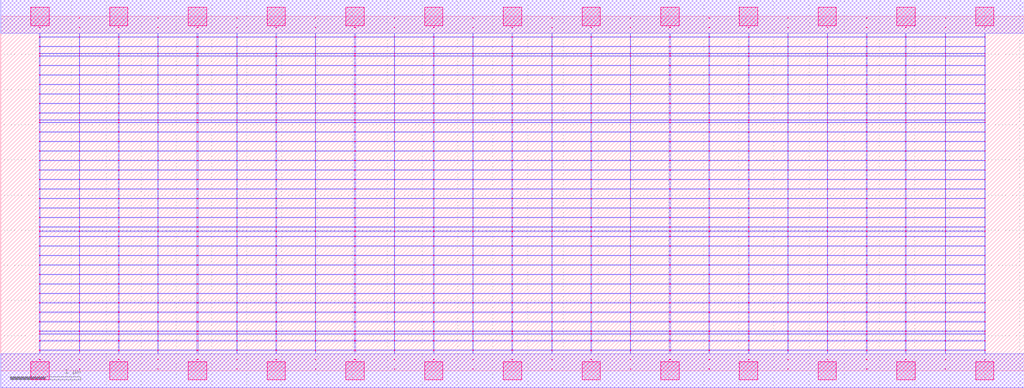
<source format=lef>
MACRO AAOOAOAI221311_DEBUG
 CLASS CORE ;
 FOREIGN AAOOAOAI221311_DEBUG 0 0 ;
 SIZE 14.56 BY 5.04 ;
 ORIGIN 0 0 ;
 SYMMETRY X Y R90 ;
 SITE unit ;

 OBS
    LAYER polycont ;
     RECT 7.27100000 2.58300000 7.28400000 2.59100000 ;
     RECT 7.27100000 2.71800000 7.28400000 2.72600000 ;
     RECT 7.27100000 2.85300000 7.28400000 2.86100000 ;
     RECT 7.27100000 2.98800000 7.28400000 2.99600000 ;
     RECT 9.51100000 2.58300000 9.52900000 2.59100000 ;
     RECT 10.07600000 2.58300000 10.08400000 2.59100000 ;
     RECT 10.63100000 2.58300000 10.64900000 2.59100000 ;
     RECT 11.19600000 2.58300000 11.20400000 2.59100000 ;
     RECT 11.75600000 2.58300000 11.76900000 2.59100000 ;
     RECT 12.31600000 2.58300000 12.32400000 2.59100000 ;
     RECT 12.87100000 2.58300000 12.88400000 2.59100000 ;
     RECT 13.43600000 2.58300000 13.44400000 2.59100000 ;
     RECT 13.99600000 2.58300000 14.00900000 2.59100000 ;
     RECT 7.83600000 2.58300000 7.84400000 2.59100000 ;
     RECT 7.83600000 2.71800000 7.84400000 2.72600000 ;
     RECT 8.39100000 2.71800000 8.40900000 2.72600000 ;
     RECT 8.95600000 2.71800000 8.96400000 2.72600000 ;
     RECT 9.51100000 2.71800000 9.52900000 2.72600000 ;
     RECT 10.07600000 2.71800000 10.08400000 2.72600000 ;
     RECT 10.63100000 2.71800000 10.64900000 2.72600000 ;
     RECT 11.19600000 2.71800000 11.20400000 2.72600000 ;
     RECT 11.75600000 2.71800000 11.76900000 2.72600000 ;
     RECT 12.31600000 2.71800000 12.32400000 2.72600000 ;
     RECT 12.87100000 2.71800000 12.88400000 2.72600000 ;
     RECT 13.43600000 2.71800000 13.44400000 2.72600000 ;
     RECT 13.99600000 2.71800000 14.00900000 2.72600000 ;
     RECT 8.39100000 2.58300000 8.40900000 2.59100000 ;
     RECT 7.83600000 2.85300000 7.84400000 2.86100000 ;
     RECT 8.39100000 2.85300000 8.40900000 2.86100000 ;
     RECT 8.95600000 2.85300000 8.96400000 2.86100000 ;
     RECT 9.51100000 2.85300000 9.52900000 2.86100000 ;
     RECT 10.07600000 2.85300000 10.08400000 2.86100000 ;
     RECT 10.63100000 2.85300000 10.64900000 2.86100000 ;
     RECT 11.19600000 2.85300000 11.20400000 2.86100000 ;
     RECT 11.75600000 2.85300000 11.76900000 2.86100000 ;
     RECT 12.31600000 2.85300000 12.32400000 2.86100000 ;
     RECT 12.87100000 2.85300000 12.88400000 2.86100000 ;
     RECT 13.43600000 2.85300000 13.44400000 2.86100000 ;
     RECT 13.99600000 2.85300000 14.00900000 2.86100000 ;
     RECT 8.95600000 2.58300000 8.96400000 2.59100000 ;
     RECT 7.83600000 2.98800000 7.84400000 2.99600000 ;
     RECT 8.39100000 2.98800000 8.40900000 2.99600000 ;
     RECT 8.95600000 2.98800000 8.96400000 2.99600000 ;
     RECT 9.51100000 2.98800000 9.52900000 2.99600000 ;
     RECT 10.07600000 2.98800000 10.08400000 2.99600000 ;
     RECT 10.63100000 2.98800000 10.64900000 2.99600000 ;
     RECT 11.19600000 2.98800000 11.20400000 2.99600000 ;
     RECT 11.75600000 2.98800000 11.76900000 2.99600000 ;
     RECT 12.31600000 2.98800000 12.32400000 2.99600000 ;
     RECT 12.87100000 2.98800000 12.88400000 2.99600000 ;
     RECT 13.43600000 2.98800000 13.44400000 2.99600000 ;
     RECT 13.99600000 2.98800000 14.00900000 2.99600000 ;
     RECT 12.31600000 3.12300000 12.32400000 3.13100000 ;
     RECT 12.31600000 3.25800000 12.32400000 3.26600000 ;
     RECT 12.31600000 3.39300000 12.32400000 3.40100000 ;
     RECT 12.31600000 3.52800000 12.32400000 3.53600000 ;
     RECT 12.31600000 3.56100000 12.32400000 3.56900000 ;
     RECT 12.31600000 3.66300000 12.32400000 3.67100000 ;
     RECT 12.31600000 3.79800000 12.32400000 3.80600000 ;
     RECT 12.31600000 3.93300000 12.32400000 3.94100000 ;
     RECT 12.31600000 4.06800000 12.32400000 4.07600000 ;
     RECT 12.31600000 4.20300000 12.32400000 4.21100000 ;
     RECT 12.31600000 4.33800000 12.32400000 4.34600000 ;
     RECT 12.31600000 4.47300000 12.32400000 4.48100000 ;
     RECT 12.31600000 4.51100000 12.32400000 4.51900000 ;
     RECT 12.31600000 4.60800000 12.32400000 4.61600000 ;
     RECT 12.31600000 4.74300000 12.32400000 4.75100000 ;
     RECT 12.31600000 4.87800000 12.32400000 4.88600000 ;
     RECT 4.47600000 2.71800000 4.48400000 2.72600000 ;
     RECT 5.03100000 2.71800000 5.04900000 2.72600000 ;
     RECT 5.59600000 2.71800000 5.60400000 2.72600000 ;
     RECT 6.15600000 2.71800000 6.16900000 2.72600000 ;
     RECT 6.71600000 2.71800000 6.72400000 2.72600000 ;
     RECT 1.11600000 2.58300000 1.12400000 2.59100000 ;
     RECT 1.67100000 2.58300000 1.68900000 2.59100000 ;
     RECT 0.55100000 2.98800000 0.56400000 2.99600000 ;
     RECT 1.11600000 2.98800000 1.12400000 2.99600000 ;
     RECT 1.67100000 2.98800000 1.68900000 2.99600000 ;
     RECT 2.23600000 2.98800000 2.24400000 2.99600000 ;
     RECT 2.79100000 2.98800000 2.80900000 2.99600000 ;
     RECT 3.35600000 2.98800000 3.36400000 2.99600000 ;
     RECT 3.91100000 2.98800000 3.92900000 2.99600000 ;
     RECT 4.47600000 2.98800000 4.48400000 2.99600000 ;
     RECT 5.03100000 2.98800000 5.04900000 2.99600000 ;
     RECT 5.59600000 2.98800000 5.60400000 2.99600000 ;
     RECT 6.15600000 2.98800000 6.16900000 2.99600000 ;
     RECT 6.71600000 2.98800000 6.72400000 2.99600000 ;
     RECT 2.23600000 2.58300000 2.24400000 2.59100000 ;
     RECT 2.79100000 2.58300000 2.80900000 2.59100000 ;
     RECT 3.35600000 2.58300000 3.36400000 2.59100000 ;
     RECT 3.91100000 2.58300000 3.92900000 2.59100000 ;
     RECT 4.47600000 2.58300000 4.48400000 2.59100000 ;
     RECT 5.03100000 2.58300000 5.04900000 2.59100000 ;
     RECT 5.59600000 2.58300000 5.60400000 2.59100000 ;
     RECT 6.15600000 2.58300000 6.16900000 2.59100000 ;
     RECT 6.71600000 2.58300000 6.72400000 2.59100000 ;
     RECT 0.55100000 2.58300000 0.56400000 2.59100000 ;
     RECT 0.55100000 2.71800000 0.56400000 2.72600000 ;
     RECT 0.55100000 2.85300000 0.56400000 2.86100000 ;
     RECT 1.11600000 2.85300000 1.12400000 2.86100000 ;
     RECT 6.71600000 3.12300000 6.72400000 3.13100000 ;
     RECT 1.67100000 2.85300000 1.68900000 2.86100000 ;
     RECT 6.71600000 3.25800000 6.72400000 3.26600000 ;
     RECT 2.23600000 2.85300000 2.24400000 2.86100000 ;
     RECT 6.71600000 3.39300000 6.72400000 3.40100000 ;
     RECT 2.79100000 2.85300000 2.80900000 2.86100000 ;
     RECT 6.71600000 3.52800000 6.72400000 3.53600000 ;
     RECT 3.35600000 2.85300000 3.36400000 2.86100000 ;
     RECT 6.71600000 3.56100000 6.72400000 3.56900000 ;
     RECT 3.91100000 2.85300000 3.92900000 2.86100000 ;
     RECT 6.71600000 3.66300000 6.72400000 3.67100000 ;
     RECT 4.47600000 2.85300000 4.48400000 2.86100000 ;
     RECT 6.71600000 3.79800000 6.72400000 3.80600000 ;
     RECT 5.03100000 2.85300000 5.04900000 2.86100000 ;
     RECT 6.71600000 3.93300000 6.72400000 3.94100000 ;
     RECT 5.59600000 2.85300000 5.60400000 2.86100000 ;
     RECT 6.71600000 4.06800000 6.72400000 4.07600000 ;
     RECT 6.15600000 2.85300000 6.16900000 2.86100000 ;
     RECT 6.71600000 4.20300000 6.72400000 4.21100000 ;
     RECT 6.71600000 2.85300000 6.72400000 2.86100000 ;
     RECT 6.71600000 4.33800000 6.72400000 4.34600000 ;
     RECT 1.11600000 2.71800000 1.12400000 2.72600000 ;
     RECT 6.71600000 4.47300000 6.72400000 4.48100000 ;
     RECT 1.67100000 2.71800000 1.68900000 2.72600000 ;
     RECT 6.71600000 4.51100000 6.72400000 4.51900000 ;
     RECT 2.23600000 2.71800000 2.24400000 2.72600000 ;
     RECT 6.71600000 4.60800000 6.72400000 4.61600000 ;
     RECT 2.79100000 2.71800000 2.80900000 2.72600000 ;
     RECT 6.71600000 4.74300000 6.72400000 4.75100000 ;
     RECT 3.35600000 2.71800000 3.36400000 2.72600000 ;
     RECT 6.71600000 4.87800000 6.72400000 4.88600000 ;
     RECT 3.91100000 2.71800000 3.92900000 2.72600000 ;
     RECT 5.59600000 1.63800000 5.60400000 1.64600000 ;
     RECT 5.59600000 1.77300000 5.60400000 1.78100000 ;
     RECT 5.59600000 1.90800000 5.60400000 1.91600000 ;
     RECT 5.59600000 1.98100000 5.60400000 1.98900000 ;
     RECT 5.59600000 2.04300000 5.60400000 2.05100000 ;
     RECT 5.59600000 2.17800000 5.60400000 2.18600000 ;
     RECT 5.59600000 2.31300000 5.60400000 2.32100000 ;
     RECT 5.59600000 2.44800000 5.60400000 2.45600000 ;
     RECT 5.59600000 0.15300000 5.60400000 0.16100000 ;
     RECT 5.59600000 0.28800000 5.60400000 0.29600000 ;
     RECT 5.59600000 0.42300000 5.60400000 0.43100000 ;
     RECT 5.59600000 0.52100000 5.60400000 0.52900000 ;
     RECT 5.59600000 0.55800000 5.60400000 0.56600000 ;
     RECT 5.59600000 0.69300000 5.60400000 0.70100000 ;
     RECT 5.59600000 0.82800000 5.60400000 0.83600000 ;
     RECT 5.59600000 0.96300000 5.60400000 0.97100000 ;
     RECT 5.59600000 1.09800000 5.60400000 1.10600000 ;
     RECT 5.59600000 1.23300000 5.60400000 1.24100000 ;
     RECT 5.59600000 1.36800000 5.60400000 1.37600000 ;
     RECT 5.59600000 1.50300000 5.60400000 1.51100000 ;
     RECT 11.19600000 0.15300000 11.20400000 0.16100000 ;
     RECT 11.19600000 2.04300000 11.20400000 2.05100000 ;
     RECT 11.19600000 1.09800000 11.20400000 1.10600000 ;
     RECT 11.19600000 2.17800000 11.20400000 2.18600000 ;
     RECT 11.19600000 0.55800000 11.20400000 0.56600000 ;
     RECT 11.19600000 2.31300000 11.20400000 2.32100000 ;
     RECT 11.19600000 1.23300000 11.20400000 1.24100000 ;
     RECT 11.19600000 2.44800000 11.20400000 2.45600000 ;
     RECT 11.19600000 0.42300000 11.20400000 0.43100000 ;
     RECT 11.19600000 1.36800000 11.20400000 1.37600000 ;
     RECT 11.19600000 0.69300000 11.20400000 0.70100000 ;
     RECT 11.19600000 1.50300000 11.20400000 1.51100000 ;
     RECT 11.19600000 0.28800000 11.20400000 0.29600000 ;
     RECT 11.19600000 1.63800000 11.20400000 1.64600000 ;
     RECT 11.19600000 0.82800000 11.20400000 0.83600000 ;
     RECT 11.19600000 1.77300000 11.20400000 1.78100000 ;
     RECT 11.19600000 0.52100000 11.20400000 0.52900000 ;
     RECT 11.19600000 1.90800000 11.20400000 1.91600000 ;
     RECT 11.19600000 0.96300000 11.20400000 0.97100000 ;
     RECT 11.19600000 1.98100000 11.20400000 1.98900000 ;

    LAYER pdiffc ;
     RECT 0.55100000 3.39300000 0.55900000 3.40100000 ;
     RECT 6.16100000 3.39300000 6.16900000 3.40100000 ;
     RECT 7.27100000 3.39300000 7.27900000 3.40100000 ;
     RECT 11.76100000 3.39300000 11.76900000 3.40100000 ;
     RECT 12.87100000 3.39300000 12.87900000 3.40100000 ;
     RECT 14.00100000 3.39300000 14.00900000 3.40100000 ;
     RECT 0.55100000 3.52800000 0.55900000 3.53600000 ;
     RECT 6.16100000 3.52800000 6.16900000 3.53600000 ;
     RECT 7.27100000 3.52800000 7.27900000 3.53600000 ;
     RECT 11.76100000 3.52800000 11.76900000 3.53600000 ;
     RECT 12.87100000 3.52800000 12.87900000 3.53600000 ;
     RECT 14.00100000 3.52800000 14.00900000 3.53600000 ;
     RECT 0.55100000 3.56100000 0.55900000 3.56900000 ;
     RECT 6.16100000 3.56100000 6.16900000 3.56900000 ;
     RECT 7.27100000 3.56100000 7.27900000 3.56900000 ;
     RECT 11.76100000 3.56100000 11.76900000 3.56900000 ;
     RECT 12.87100000 3.56100000 12.87900000 3.56900000 ;
     RECT 14.00100000 3.56100000 14.00900000 3.56900000 ;
     RECT 0.55100000 3.66300000 0.55900000 3.67100000 ;
     RECT 6.16100000 3.66300000 6.16900000 3.67100000 ;
     RECT 7.27100000 3.66300000 7.27900000 3.67100000 ;
     RECT 11.76100000 3.66300000 11.76900000 3.67100000 ;
     RECT 12.87100000 3.66300000 12.87900000 3.67100000 ;
     RECT 14.00100000 3.66300000 14.00900000 3.67100000 ;
     RECT 0.55100000 3.79800000 0.55900000 3.80600000 ;
     RECT 6.16100000 3.79800000 6.16900000 3.80600000 ;
     RECT 7.27100000 3.79800000 7.27900000 3.80600000 ;
     RECT 11.76100000 3.79800000 11.76900000 3.80600000 ;
     RECT 12.87100000 3.79800000 12.87900000 3.80600000 ;
     RECT 14.00100000 3.79800000 14.00900000 3.80600000 ;
     RECT 0.55100000 3.93300000 0.55900000 3.94100000 ;
     RECT 6.16100000 3.93300000 6.16900000 3.94100000 ;
     RECT 7.27100000 3.93300000 7.27900000 3.94100000 ;
     RECT 11.76100000 3.93300000 11.76900000 3.94100000 ;
     RECT 12.87100000 3.93300000 12.87900000 3.94100000 ;
     RECT 14.00100000 3.93300000 14.00900000 3.94100000 ;
     RECT 0.55100000 4.06800000 0.55900000 4.07600000 ;
     RECT 6.16100000 4.06800000 6.16900000 4.07600000 ;
     RECT 7.27100000 4.06800000 7.27900000 4.07600000 ;
     RECT 11.76100000 4.06800000 11.76900000 4.07600000 ;
     RECT 12.87100000 4.06800000 12.87900000 4.07600000 ;
     RECT 14.00100000 4.06800000 14.00900000 4.07600000 ;
     RECT 0.55100000 4.20300000 0.55900000 4.21100000 ;
     RECT 6.16100000 4.20300000 6.16900000 4.21100000 ;
     RECT 7.27100000 4.20300000 7.27900000 4.21100000 ;
     RECT 11.76100000 4.20300000 11.76900000 4.21100000 ;
     RECT 12.87100000 4.20300000 12.87900000 4.21100000 ;
     RECT 14.00100000 4.20300000 14.00900000 4.21100000 ;
     RECT 0.55100000 4.33800000 0.55900000 4.34600000 ;
     RECT 6.16100000 4.33800000 6.16900000 4.34600000 ;
     RECT 7.27100000 4.33800000 7.27900000 4.34600000 ;
     RECT 11.76100000 4.33800000 11.76900000 4.34600000 ;
     RECT 12.87100000 4.33800000 12.87900000 4.34600000 ;
     RECT 14.00100000 4.33800000 14.00900000 4.34600000 ;
     RECT 0.55100000 4.47300000 0.55900000 4.48100000 ;
     RECT 6.16100000 4.47300000 6.16900000 4.48100000 ;
     RECT 7.27100000 4.47300000 7.27900000 4.48100000 ;
     RECT 11.76100000 4.47300000 11.76900000 4.48100000 ;
     RECT 12.87100000 4.47300000 12.87900000 4.48100000 ;
     RECT 14.00100000 4.47300000 14.00900000 4.48100000 ;
     RECT 0.55100000 4.51100000 0.55900000 4.51900000 ;
     RECT 6.16100000 4.51100000 6.16900000 4.51900000 ;
     RECT 7.27100000 4.51100000 7.27900000 4.51900000 ;
     RECT 11.76100000 4.51100000 11.76900000 4.51900000 ;
     RECT 12.87100000 4.51100000 12.87900000 4.51900000 ;
     RECT 14.00100000 4.51100000 14.00900000 4.51900000 ;
     RECT 0.55100000 4.60800000 0.55900000 4.61600000 ;
     RECT 6.16100000 4.60800000 6.16900000 4.61600000 ;
     RECT 7.27100000 4.60800000 7.27900000 4.61600000 ;
     RECT 11.76100000 4.60800000 11.76900000 4.61600000 ;
     RECT 12.87100000 4.60800000 12.87900000 4.61600000 ;
     RECT 14.00100000 4.60800000 14.00900000 4.61600000 ;

    LAYER ndiffc ;
     RECT 7.27100000 0.42300000 7.28400000 0.43100000 ;
     RECT 7.27100000 0.52100000 7.28400000 0.52900000 ;
     RECT 7.27100000 0.55800000 7.28400000 0.56600000 ;
     RECT 7.27100000 0.69300000 7.28400000 0.70100000 ;
     RECT 7.27100000 0.82800000 7.28400000 0.83600000 ;
     RECT 7.27100000 0.96300000 7.28400000 0.97100000 ;
     RECT 7.27100000 1.09800000 7.28400000 1.10600000 ;
     RECT 7.27100000 1.23300000 7.28400000 1.24100000 ;
     RECT 7.27100000 1.36800000 7.28400000 1.37600000 ;
     RECT 7.27100000 1.50300000 7.28400000 1.51100000 ;
     RECT 7.27100000 1.63800000 7.28400000 1.64600000 ;
     RECT 7.27100000 1.77300000 7.28400000 1.78100000 ;
     RECT 7.27100000 1.90800000 7.28400000 1.91600000 ;
     RECT 7.27100000 1.98100000 7.28400000 1.98900000 ;
     RECT 7.27100000 2.04300000 7.28400000 2.05100000 ;
     RECT 8.39100000 0.55800000 8.40900000 0.56600000 ;
     RECT 9.51100000 0.55800000 9.52900000 0.56600000 ;
     RECT 10.63100000 0.55800000 10.64900000 0.56600000 ;
     RECT 11.75600000 0.55800000 11.76900000 0.56600000 ;
     RECT 12.87100000 0.55800000 12.88400000 0.56600000 ;
     RECT 13.99600000 0.55800000 14.00900000 0.56600000 ;
     RECT 10.63100000 0.42300000 10.64900000 0.43100000 ;
     RECT 8.39100000 0.69300000 8.40900000 0.70100000 ;
     RECT 9.51100000 0.69300000 9.52900000 0.70100000 ;
     RECT 10.63100000 0.69300000 10.64900000 0.70100000 ;
     RECT 11.75600000 0.69300000 11.76900000 0.70100000 ;
     RECT 12.87100000 0.69300000 12.88400000 0.70100000 ;
     RECT 13.99600000 0.69300000 14.00900000 0.70100000 ;
     RECT 11.75600000 0.42300000 11.76900000 0.43100000 ;
     RECT 8.39100000 0.82800000 8.40900000 0.83600000 ;
     RECT 9.51100000 0.82800000 9.52900000 0.83600000 ;
     RECT 10.63100000 0.82800000 10.64900000 0.83600000 ;
     RECT 11.75600000 0.82800000 11.76900000 0.83600000 ;
     RECT 12.87100000 0.82800000 12.88400000 0.83600000 ;
     RECT 13.99600000 0.82800000 14.00900000 0.83600000 ;
     RECT 12.87100000 0.42300000 12.88400000 0.43100000 ;
     RECT 8.39100000 0.96300000 8.40900000 0.97100000 ;
     RECT 9.51100000 0.96300000 9.52900000 0.97100000 ;
     RECT 10.63100000 0.96300000 10.64900000 0.97100000 ;
     RECT 11.75600000 0.96300000 11.76900000 0.97100000 ;
     RECT 12.87100000 0.96300000 12.88400000 0.97100000 ;
     RECT 13.99600000 0.96300000 14.00900000 0.97100000 ;
     RECT 13.99600000 0.42300000 14.00900000 0.43100000 ;
     RECT 8.39100000 1.09800000 8.40900000 1.10600000 ;
     RECT 9.51100000 1.09800000 9.52900000 1.10600000 ;
     RECT 10.63100000 1.09800000 10.64900000 1.10600000 ;
     RECT 11.75600000 1.09800000 11.76900000 1.10600000 ;
     RECT 12.87100000 1.09800000 12.88400000 1.10600000 ;
     RECT 13.99600000 1.09800000 14.00900000 1.10600000 ;
     RECT 8.39100000 0.42300000 8.40900000 0.43100000 ;
     RECT 8.39100000 1.23300000 8.40900000 1.24100000 ;
     RECT 9.51100000 1.23300000 9.52900000 1.24100000 ;
     RECT 10.63100000 1.23300000 10.64900000 1.24100000 ;
     RECT 11.75600000 1.23300000 11.76900000 1.24100000 ;
     RECT 12.87100000 1.23300000 12.88400000 1.24100000 ;
     RECT 13.99600000 1.23300000 14.00900000 1.24100000 ;
     RECT 8.39100000 0.52100000 8.40900000 0.52900000 ;
     RECT 8.39100000 1.36800000 8.40900000 1.37600000 ;
     RECT 9.51100000 1.36800000 9.52900000 1.37600000 ;
     RECT 10.63100000 1.36800000 10.64900000 1.37600000 ;
     RECT 11.75600000 1.36800000 11.76900000 1.37600000 ;
     RECT 12.87100000 1.36800000 12.88400000 1.37600000 ;
     RECT 13.99600000 1.36800000 14.00900000 1.37600000 ;
     RECT 9.51100000 0.52100000 9.52900000 0.52900000 ;
     RECT 8.39100000 1.50300000 8.40900000 1.51100000 ;
     RECT 9.51100000 1.50300000 9.52900000 1.51100000 ;
     RECT 10.63100000 1.50300000 10.64900000 1.51100000 ;
     RECT 11.75600000 1.50300000 11.76900000 1.51100000 ;
     RECT 12.87100000 1.50300000 12.88400000 1.51100000 ;
     RECT 13.99600000 1.50300000 14.00900000 1.51100000 ;
     RECT 10.63100000 0.52100000 10.64900000 0.52900000 ;
     RECT 8.39100000 1.63800000 8.40900000 1.64600000 ;
     RECT 9.51100000 1.63800000 9.52900000 1.64600000 ;
     RECT 10.63100000 1.63800000 10.64900000 1.64600000 ;
     RECT 11.75600000 1.63800000 11.76900000 1.64600000 ;
     RECT 12.87100000 1.63800000 12.88400000 1.64600000 ;
     RECT 13.99600000 1.63800000 14.00900000 1.64600000 ;
     RECT 11.75600000 0.52100000 11.76900000 0.52900000 ;
     RECT 8.39100000 1.77300000 8.40900000 1.78100000 ;
     RECT 9.51100000 1.77300000 9.52900000 1.78100000 ;
     RECT 10.63100000 1.77300000 10.64900000 1.78100000 ;
     RECT 11.75600000 1.77300000 11.76900000 1.78100000 ;
     RECT 12.87100000 1.77300000 12.88400000 1.78100000 ;
     RECT 13.99600000 1.77300000 14.00900000 1.78100000 ;
     RECT 12.87100000 0.52100000 12.88400000 0.52900000 ;
     RECT 8.39100000 1.90800000 8.40900000 1.91600000 ;
     RECT 9.51100000 1.90800000 9.52900000 1.91600000 ;
     RECT 10.63100000 1.90800000 10.64900000 1.91600000 ;
     RECT 11.75600000 1.90800000 11.76900000 1.91600000 ;
     RECT 12.87100000 1.90800000 12.88400000 1.91600000 ;
     RECT 13.99600000 1.90800000 14.00900000 1.91600000 ;
     RECT 13.99600000 0.52100000 14.00900000 0.52900000 ;
     RECT 8.39100000 1.98100000 8.40900000 1.98900000 ;
     RECT 9.51100000 1.98100000 9.52900000 1.98900000 ;
     RECT 10.63100000 1.98100000 10.64900000 1.98900000 ;
     RECT 11.75600000 1.98100000 11.76900000 1.98900000 ;
     RECT 12.87100000 1.98100000 12.88400000 1.98900000 ;
     RECT 13.99600000 1.98100000 14.00900000 1.98900000 ;
     RECT 9.51100000 0.42300000 9.52900000 0.43100000 ;
     RECT 8.39100000 2.04300000 8.40900000 2.05100000 ;
     RECT 9.51100000 2.04300000 9.52900000 2.05100000 ;
     RECT 10.63100000 2.04300000 10.64900000 2.05100000 ;
     RECT 11.75600000 2.04300000 11.76900000 2.05100000 ;
     RECT 12.87100000 2.04300000 12.88400000 2.05100000 ;
     RECT 13.99600000 2.04300000 14.00900000 2.05100000 ;
     RECT 1.67100000 1.36800000 1.68900000 1.37600000 ;
     RECT 2.79100000 1.36800000 2.80900000 1.37600000 ;
     RECT 3.91100000 1.36800000 3.92900000 1.37600000 ;
     RECT 5.03100000 1.36800000 5.04900000 1.37600000 ;
     RECT 6.15600000 1.36800000 6.16900000 1.37600000 ;
     RECT 5.03100000 0.82800000 5.04900000 0.83600000 ;
     RECT 6.15600000 0.82800000 6.16900000 0.83600000 ;
     RECT 2.79100000 0.55800000 2.80900000 0.56600000 ;
     RECT 3.91100000 0.55800000 3.92900000 0.56600000 ;
     RECT 5.03100000 0.55800000 5.04900000 0.56600000 ;
     RECT 6.15600000 0.55800000 6.16900000 0.56600000 ;
     RECT 1.67100000 0.52100000 1.68900000 0.52900000 ;
     RECT 0.55100000 1.50300000 0.56400000 1.51100000 ;
     RECT 1.67100000 1.50300000 1.68900000 1.51100000 ;
     RECT 2.79100000 1.50300000 2.80900000 1.51100000 ;
     RECT 3.91100000 1.50300000 3.92900000 1.51100000 ;
     RECT 5.03100000 1.50300000 5.04900000 1.51100000 ;
     RECT 6.15600000 1.50300000 6.16900000 1.51100000 ;
     RECT 2.79100000 0.52100000 2.80900000 0.52900000 ;
     RECT 3.91100000 0.52100000 3.92900000 0.52900000 ;
     RECT 0.55100000 0.96300000 0.56400000 0.97100000 ;
     RECT 1.67100000 0.96300000 1.68900000 0.97100000 ;
     RECT 2.79100000 0.96300000 2.80900000 0.97100000 ;
     RECT 3.91100000 0.96300000 3.92900000 0.97100000 ;
     RECT 5.03100000 0.96300000 5.04900000 0.97100000 ;
     RECT 0.55100000 1.63800000 0.56400000 1.64600000 ;
     RECT 1.67100000 1.63800000 1.68900000 1.64600000 ;
     RECT 2.79100000 1.63800000 2.80900000 1.64600000 ;
     RECT 3.91100000 1.63800000 3.92900000 1.64600000 ;
     RECT 5.03100000 1.63800000 5.04900000 1.64600000 ;
     RECT 6.15600000 1.63800000 6.16900000 1.64600000 ;
     RECT 6.15600000 0.96300000 6.16900000 0.97100000 ;
     RECT 5.03100000 0.52100000 5.04900000 0.52900000 ;
     RECT 6.15600000 0.52100000 6.16900000 0.52900000 ;
     RECT 1.67100000 0.42300000 1.68900000 0.43100000 ;
     RECT 2.79100000 0.42300000 2.80900000 0.43100000 ;
     RECT 0.55100000 0.69300000 0.56400000 0.70100000 ;
     RECT 1.67100000 0.69300000 1.68900000 0.70100000 ;
     RECT 0.55100000 1.77300000 0.56400000 1.78100000 ;
     RECT 1.67100000 1.77300000 1.68900000 1.78100000 ;
     RECT 2.79100000 1.77300000 2.80900000 1.78100000 ;
     RECT 3.91100000 1.77300000 3.92900000 1.78100000 ;
     RECT 5.03100000 1.77300000 5.04900000 1.78100000 ;
     RECT 6.15600000 1.77300000 6.16900000 1.78100000 ;
     RECT 2.79100000 0.69300000 2.80900000 0.70100000 ;
     RECT 0.55100000 1.09800000 0.56400000 1.10600000 ;
     RECT 1.67100000 1.09800000 1.68900000 1.10600000 ;
     RECT 2.79100000 1.09800000 2.80900000 1.10600000 ;
     RECT 3.91100000 1.09800000 3.92900000 1.10600000 ;
     RECT 5.03100000 1.09800000 5.04900000 1.10600000 ;
     RECT 6.15600000 1.09800000 6.16900000 1.10600000 ;
     RECT 0.55100000 1.90800000 0.56400000 1.91600000 ;
     RECT 1.67100000 1.90800000 1.68900000 1.91600000 ;
     RECT 2.79100000 1.90800000 2.80900000 1.91600000 ;
     RECT 3.91100000 1.90800000 3.92900000 1.91600000 ;
     RECT 5.03100000 1.90800000 5.04900000 1.91600000 ;
     RECT 6.15600000 1.90800000 6.16900000 1.91600000 ;
     RECT 3.91100000 0.69300000 3.92900000 0.70100000 ;
     RECT 5.03100000 0.69300000 5.04900000 0.70100000 ;
     RECT 6.15600000 0.69300000 6.16900000 0.70100000 ;
     RECT 3.91100000 0.42300000 3.92900000 0.43100000 ;
     RECT 5.03100000 0.42300000 5.04900000 0.43100000 ;
     RECT 6.15600000 0.42300000 6.16900000 0.43100000 ;
     RECT 0.55100000 0.42300000 0.56400000 0.43100000 ;
     RECT 0.55100000 1.98100000 0.56400000 1.98900000 ;
     RECT 1.67100000 1.98100000 1.68900000 1.98900000 ;
     RECT 2.79100000 1.98100000 2.80900000 1.98900000 ;
     RECT 3.91100000 1.98100000 3.92900000 1.98900000 ;
     RECT 5.03100000 1.98100000 5.04900000 1.98900000 ;
     RECT 6.15600000 1.98100000 6.16900000 1.98900000 ;
     RECT 0.55100000 1.23300000 0.56400000 1.24100000 ;
     RECT 1.67100000 1.23300000 1.68900000 1.24100000 ;
     RECT 2.79100000 1.23300000 2.80900000 1.24100000 ;
     RECT 3.91100000 1.23300000 3.92900000 1.24100000 ;
     RECT 5.03100000 1.23300000 5.04900000 1.24100000 ;
     RECT 6.15600000 1.23300000 6.16900000 1.24100000 ;
     RECT 0.55100000 0.52100000 0.56400000 0.52900000 ;
     RECT 0.55100000 2.04300000 0.56400000 2.05100000 ;
     RECT 1.67100000 2.04300000 1.68900000 2.05100000 ;
     RECT 2.79100000 2.04300000 2.80900000 2.05100000 ;
     RECT 3.91100000 2.04300000 3.92900000 2.05100000 ;
     RECT 5.03100000 2.04300000 5.04900000 2.05100000 ;
     RECT 6.15600000 2.04300000 6.16900000 2.05100000 ;
     RECT 0.55100000 0.55800000 0.56400000 0.56600000 ;
     RECT 1.67100000 0.55800000 1.68900000 0.56600000 ;
     RECT 0.55100000 0.82800000 0.56400000 0.83600000 ;
     RECT 1.67100000 0.82800000 1.68900000 0.83600000 ;
     RECT 2.79100000 0.82800000 2.80900000 0.83600000 ;
     RECT 3.91100000 0.82800000 3.92900000 0.83600000 ;
     RECT 0.55100000 1.36800000 0.56400000 1.37600000 ;

    LAYER met1 ;
     RECT 0.00000000 -0.24000000 14.56000000 0.24000000 ;
     RECT 7.27100000 0.24000000 7.28400000 0.28800000 ;
     RECT 0.55100000 0.28800000 14.00900000 0.29600000 ;
     RECT 7.27100000 0.29600000 7.28400000 0.42300000 ;
     RECT 0.55100000 0.42300000 14.00900000 0.43100000 ;
     RECT 7.27100000 0.43100000 7.28400000 0.52100000 ;
     RECT 0.55100000 0.52100000 14.00900000 0.52900000 ;
     RECT 7.27100000 0.52900000 7.28400000 0.55800000 ;
     RECT 0.55100000 0.55800000 14.00900000 0.56600000 ;
     RECT 7.27100000 0.56600000 7.28400000 0.69300000 ;
     RECT 0.55100000 0.69300000 14.00900000 0.70100000 ;
     RECT 7.27100000 0.70100000 7.28400000 0.82800000 ;
     RECT 0.55100000 0.82800000 14.00900000 0.83600000 ;
     RECT 7.27100000 0.83600000 7.28400000 0.96300000 ;
     RECT 0.55100000 0.96300000 14.00900000 0.97100000 ;
     RECT 7.27100000 0.97100000 7.28400000 1.09800000 ;
     RECT 0.55100000 1.09800000 14.00900000 1.10600000 ;
     RECT 7.27100000 1.10600000 7.28400000 1.23300000 ;
     RECT 0.55100000 1.23300000 14.00900000 1.24100000 ;
     RECT 7.27100000 1.24100000 7.28400000 1.36800000 ;
     RECT 0.55100000 1.36800000 14.00900000 1.37600000 ;
     RECT 7.27100000 1.37600000 7.28400000 1.50300000 ;
     RECT 0.55100000 1.50300000 14.00900000 1.51100000 ;
     RECT 7.27100000 1.51100000 7.28400000 1.63800000 ;
     RECT 0.55100000 1.63800000 14.00900000 1.64600000 ;
     RECT 7.27100000 1.64600000 7.28400000 1.77300000 ;
     RECT 0.55100000 1.77300000 14.00900000 1.78100000 ;
     RECT 7.27100000 1.78100000 7.28400000 1.90800000 ;
     RECT 0.55100000 1.90800000 14.00900000 1.91600000 ;
     RECT 7.27100000 1.91600000 7.28400000 1.98100000 ;
     RECT 0.55100000 1.98100000 14.00900000 1.98900000 ;
     RECT 7.27100000 1.98900000 7.28400000 2.04300000 ;
     RECT 0.55100000 2.04300000 14.00900000 2.05100000 ;
     RECT 7.27100000 2.05100000 7.28400000 2.17800000 ;
     RECT 0.55100000 2.17800000 14.00900000 2.18600000 ;
     RECT 7.27100000 2.18600000 7.28400000 2.31300000 ;
     RECT 0.55100000 2.31300000 14.00900000 2.32100000 ;
     RECT 7.27100000 2.32100000 7.28400000 2.44800000 ;
     RECT 0.55100000 2.44800000 14.00900000 2.45600000 ;
     RECT 0.55100000 2.45600000 0.56400000 2.58300000 ;
     RECT 1.11600000 2.45600000 1.12400000 2.58300000 ;
     RECT 1.67100000 2.45600000 1.68900000 2.58300000 ;
     RECT 2.23600000 2.45600000 2.24400000 2.58300000 ;
     RECT 2.79100000 2.45600000 2.80900000 2.58300000 ;
     RECT 3.35600000 2.45600000 3.36400000 2.58300000 ;
     RECT 3.91100000 2.45600000 3.92900000 2.58300000 ;
     RECT 4.47600000 2.45600000 4.48400000 2.58300000 ;
     RECT 5.03100000 2.45600000 5.04900000 2.58300000 ;
     RECT 5.59600000 2.45600000 5.60400000 2.58300000 ;
     RECT 6.15600000 2.45600000 6.16900000 2.58300000 ;
     RECT 6.71600000 2.45600000 6.72400000 2.58300000 ;
     RECT 7.27100000 2.45600000 7.28400000 2.58300000 ;
     RECT 7.83600000 2.45600000 7.84400000 2.58300000 ;
     RECT 8.39100000 2.45600000 8.40900000 2.58300000 ;
     RECT 8.95600000 2.45600000 8.96400000 2.58300000 ;
     RECT 9.51100000 2.45600000 9.52900000 2.58300000 ;
     RECT 10.07600000 2.45600000 10.08400000 2.58300000 ;
     RECT 10.63100000 2.45600000 10.64900000 2.58300000 ;
     RECT 11.19600000 2.45600000 11.20400000 2.58300000 ;
     RECT 11.75600000 2.45600000 11.76900000 2.58300000 ;
     RECT 12.31600000 2.45600000 12.32400000 2.58300000 ;
     RECT 12.87100000 2.45600000 12.88400000 2.58300000 ;
     RECT 13.43600000 2.45600000 13.44400000 2.58300000 ;
     RECT 13.99600000 2.45600000 14.00900000 2.58300000 ;
     RECT 0.55100000 2.58300000 14.00900000 2.59100000 ;
     RECT 7.27100000 2.59100000 7.28400000 2.71800000 ;
     RECT 0.55100000 2.71800000 14.00900000 2.72600000 ;
     RECT 7.27100000 2.72600000 7.28400000 2.85300000 ;
     RECT 0.55100000 2.85300000 14.00900000 2.86100000 ;
     RECT 7.27100000 2.86100000 7.28400000 2.98800000 ;
     RECT 0.55100000 2.98800000 14.00900000 2.99600000 ;
     RECT 7.27100000 2.99600000 7.28400000 3.12300000 ;
     RECT 0.55100000 3.12300000 14.00900000 3.13100000 ;
     RECT 7.27100000 3.13100000 7.28400000 3.25800000 ;
     RECT 0.55100000 3.25800000 14.00900000 3.26600000 ;
     RECT 7.27100000 3.26600000 7.28400000 3.39300000 ;
     RECT 0.55100000 3.39300000 14.00900000 3.40100000 ;
     RECT 7.27100000 3.40100000 7.28400000 3.52800000 ;
     RECT 0.55100000 3.52800000 14.00900000 3.53600000 ;
     RECT 7.27100000 3.53600000 7.28400000 3.56100000 ;
     RECT 0.55100000 3.56100000 14.00900000 3.56900000 ;
     RECT 7.27100000 3.56900000 7.28400000 3.66300000 ;
     RECT 0.55100000 3.66300000 14.00900000 3.67100000 ;
     RECT 7.27100000 3.67100000 7.28400000 3.79800000 ;
     RECT 0.55100000 3.79800000 14.00900000 3.80600000 ;
     RECT 7.27100000 3.80600000 7.28400000 3.93300000 ;
     RECT 0.55100000 3.93300000 14.00900000 3.94100000 ;
     RECT 7.27100000 3.94100000 7.28400000 4.06800000 ;
     RECT 0.55100000 4.06800000 14.00900000 4.07600000 ;
     RECT 7.27100000 4.07600000 7.28400000 4.20300000 ;
     RECT 0.55100000 4.20300000 14.00900000 4.21100000 ;
     RECT 7.27100000 4.21100000 7.28400000 4.33800000 ;
     RECT 0.55100000 4.33800000 14.00900000 4.34600000 ;
     RECT 7.27100000 4.34600000 7.28400000 4.47300000 ;
     RECT 0.55100000 4.47300000 14.00900000 4.48100000 ;
     RECT 7.27100000 4.48100000 7.28400000 4.51100000 ;
     RECT 0.55100000 4.51100000 14.00900000 4.51900000 ;
     RECT 7.27100000 4.51900000 7.28400000 4.60800000 ;
     RECT 0.55100000 4.60800000 14.00900000 4.61600000 ;
     RECT 7.27100000 4.61600000 7.28400000 4.74300000 ;
     RECT 0.55100000 4.74300000 14.00900000 4.75100000 ;
     RECT 7.27100000 4.75100000 7.28400000 4.80000000 ;
     RECT 0.00000000 4.80000000 14.56000000 5.28000000 ;
     RECT 7.83600000 3.80600000 7.84400000 3.93300000 ;
     RECT 8.39100000 3.80600000 8.40900000 3.93300000 ;
     RECT 8.95600000 3.80600000 8.96400000 3.93300000 ;
     RECT 9.51100000 3.80600000 9.52900000 3.93300000 ;
     RECT 10.07600000 3.80600000 10.08400000 3.93300000 ;
     RECT 10.63100000 3.80600000 10.64900000 3.93300000 ;
     RECT 11.19600000 3.80600000 11.20400000 3.93300000 ;
     RECT 11.75600000 3.80600000 11.76900000 3.93300000 ;
     RECT 12.31600000 3.80600000 12.32400000 3.93300000 ;
     RECT 12.87100000 3.80600000 12.88400000 3.93300000 ;
     RECT 13.43600000 3.80600000 13.44400000 3.93300000 ;
     RECT 13.99600000 3.80600000 14.00900000 3.93300000 ;
     RECT 11.19600000 3.94100000 11.20400000 4.06800000 ;
     RECT 11.75600000 3.94100000 11.76900000 4.06800000 ;
     RECT 12.31600000 3.94100000 12.32400000 4.06800000 ;
     RECT 12.87100000 3.94100000 12.88400000 4.06800000 ;
     RECT 13.43600000 3.94100000 13.44400000 4.06800000 ;
     RECT 13.99600000 3.94100000 14.00900000 4.06800000 ;
     RECT 11.19600000 4.07600000 11.20400000 4.20300000 ;
     RECT 11.75600000 4.07600000 11.76900000 4.20300000 ;
     RECT 12.31600000 4.07600000 12.32400000 4.20300000 ;
     RECT 12.87100000 4.07600000 12.88400000 4.20300000 ;
     RECT 13.43600000 4.07600000 13.44400000 4.20300000 ;
     RECT 13.99600000 4.07600000 14.00900000 4.20300000 ;
     RECT 11.19600000 4.21100000 11.20400000 4.33800000 ;
     RECT 11.75600000 4.21100000 11.76900000 4.33800000 ;
     RECT 12.31600000 4.21100000 12.32400000 4.33800000 ;
     RECT 12.87100000 4.21100000 12.88400000 4.33800000 ;
     RECT 13.43600000 4.21100000 13.44400000 4.33800000 ;
     RECT 13.99600000 4.21100000 14.00900000 4.33800000 ;
     RECT 11.19600000 4.34600000 11.20400000 4.47300000 ;
     RECT 11.75600000 4.34600000 11.76900000 4.47300000 ;
     RECT 12.31600000 4.34600000 12.32400000 4.47300000 ;
     RECT 12.87100000 4.34600000 12.88400000 4.47300000 ;
     RECT 13.43600000 4.34600000 13.44400000 4.47300000 ;
     RECT 13.99600000 4.34600000 14.00900000 4.47300000 ;
     RECT 11.19600000 4.48100000 11.20400000 4.51100000 ;
     RECT 11.75600000 4.48100000 11.76900000 4.51100000 ;
     RECT 12.31600000 4.48100000 12.32400000 4.51100000 ;
     RECT 12.87100000 4.48100000 12.88400000 4.51100000 ;
     RECT 13.43600000 4.48100000 13.44400000 4.51100000 ;
     RECT 13.99600000 4.48100000 14.00900000 4.51100000 ;
     RECT 11.19600000 4.51900000 11.20400000 4.60800000 ;
     RECT 11.75600000 4.51900000 11.76900000 4.60800000 ;
     RECT 12.31600000 4.51900000 12.32400000 4.60800000 ;
     RECT 12.87100000 4.51900000 12.88400000 4.60800000 ;
     RECT 13.43600000 4.51900000 13.44400000 4.60800000 ;
     RECT 13.99600000 4.51900000 14.00900000 4.60800000 ;
     RECT 11.19600000 4.61600000 11.20400000 4.74300000 ;
     RECT 11.75600000 4.61600000 11.76900000 4.74300000 ;
     RECT 12.31600000 4.61600000 12.32400000 4.74300000 ;
     RECT 12.87100000 4.61600000 12.88400000 4.74300000 ;
     RECT 13.43600000 4.61600000 13.44400000 4.74300000 ;
     RECT 13.99600000 4.61600000 14.00900000 4.74300000 ;
     RECT 11.19600000 4.75100000 11.20400000 4.80000000 ;
     RECT 11.75600000 4.75100000 11.76900000 4.80000000 ;
     RECT 12.31600000 4.75100000 12.32400000 4.80000000 ;
     RECT 12.87100000 4.75100000 12.88400000 4.80000000 ;
     RECT 13.43600000 4.75100000 13.44400000 4.80000000 ;
     RECT 13.99600000 4.75100000 14.00900000 4.80000000 ;
     RECT 7.83600000 4.48100000 7.84400000 4.51100000 ;
     RECT 8.39100000 4.48100000 8.40900000 4.51100000 ;
     RECT 8.95600000 4.48100000 8.96400000 4.51100000 ;
     RECT 9.51100000 4.48100000 9.52900000 4.51100000 ;
     RECT 10.07600000 4.48100000 10.08400000 4.51100000 ;
     RECT 10.63100000 4.48100000 10.64900000 4.51100000 ;
     RECT 7.83600000 4.21100000 7.84400000 4.33800000 ;
     RECT 8.39100000 4.21100000 8.40900000 4.33800000 ;
     RECT 8.95600000 4.21100000 8.96400000 4.33800000 ;
     RECT 9.51100000 4.21100000 9.52900000 4.33800000 ;
     RECT 10.07600000 4.21100000 10.08400000 4.33800000 ;
     RECT 10.63100000 4.21100000 10.64900000 4.33800000 ;
     RECT 7.83600000 4.51900000 7.84400000 4.60800000 ;
     RECT 8.39100000 4.51900000 8.40900000 4.60800000 ;
     RECT 8.95600000 4.51900000 8.96400000 4.60800000 ;
     RECT 9.51100000 4.51900000 9.52900000 4.60800000 ;
     RECT 10.07600000 4.51900000 10.08400000 4.60800000 ;
     RECT 10.63100000 4.51900000 10.64900000 4.60800000 ;
     RECT 7.83600000 4.07600000 7.84400000 4.20300000 ;
     RECT 8.39100000 4.07600000 8.40900000 4.20300000 ;
     RECT 8.95600000 4.07600000 8.96400000 4.20300000 ;
     RECT 9.51100000 4.07600000 9.52900000 4.20300000 ;
     RECT 10.07600000 4.07600000 10.08400000 4.20300000 ;
     RECT 10.63100000 4.07600000 10.64900000 4.20300000 ;
     RECT 7.83600000 4.61600000 7.84400000 4.74300000 ;
     RECT 8.39100000 4.61600000 8.40900000 4.74300000 ;
     RECT 8.95600000 4.61600000 8.96400000 4.74300000 ;
     RECT 9.51100000 4.61600000 9.52900000 4.74300000 ;
     RECT 10.07600000 4.61600000 10.08400000 4.74300000 ;
     RECT 10.63100000 4.61600000 10.64900000 4.74300000 ;
     RECT 7.83600000 4.34600000 7.84400000 4.47300000 ;
     RECT 8.39100000 4.34600000 8.40900000 4.47300000 ;
     RECT 8.95600000 4.34600000 8.96400000 4.47300000 ;
     RECT 9.51100000 4.34600000 9.52900000 4.47300000 ;
     RECT 10.07600000 4.34600000 10.08400000 4.47300000 ;
     RECT 10.63100000 4.34600000 10.64900000 4.47300000 ;
     RECT 7.83600000 4.75100000 7.84400000 4.80000000 ;
     RECT 8.39100000 4.75100000 8.40900000 4.80000000 ;
     RECT 8.95600000 4.75100000 8.96400000 4.80000000 ;
     RECT 9.51100000 4.75100000 9.52900000 4.80000000 ;
     RECT 10.07600000 4.75100000 10.08400000 4.80000000 ;
     RECT 10.63100000 4.75100000 10.64900000 4.80000000 ;
     RECT 7.83600000 3.94100000 7.84400000 4.06800000 ;
     RECT 8.39100000 3.94100000 8.40900000 4.06800000 ;
     RECT 8.95600000 3.94100000 8.96400000 4.06800000 ;
     RECT 9.51100000 3.94100000 9.52900000 4.06800000 ;
     RECT 10.07600000 3.94100000 10.08400000 4.06800000 ;
     RECT 10.63100000 3.94100000 10.64900000 4.06800000 ;
     RECT 7.83600000 2.99600000 7.84400000 3.12300000 ;
     RECT 8.39100000 2.99600000 8.40900000 3.12300000 ;
     RECT 8.95600000 2.99600000 8.96400000 3.12300000 ;
     RECT 9.51100000 2.99600000 9.52900000 3.12300000 ;
     RECT 10.07600000 2.99600000 10.08400000 3.12300000 ;
     RECT 10.63100000 2.99600000 10.64900000 3.12300000 ;
     RECT 7.83600000 2.86100000 7.84400000 2.98800000 ;
     RECT 8.39100000 2.86100000 8.40900000 2.98800000 ;
     RECT 7.83600000 3.13100000 7.84400000 3.25800000 ;
     RECT 8.39100000 3.13100000 8.40900000 3.25800000 ;
     RECT 8.95600000 3.13100000 8.96400000 3.25800000 ;
     RECT 9.51100000 3.13100000 9.52900000 3.25800000 ;
     RECT 10.07600000 3.13100000 10.08400000 3.25800000 ;
     RECT 10.63100000 3.13100000 10.64900000 3.25800000 ;
     RECT 7.83600000 3.26600000 7.84400000 3.39300000 ;
     RECT 8.39100000 3.26600000 8.40900000 3.39300000 ;
     RECT 8.95600000 3.26600000 8.96400000 3.39300000 ;
     RECT 9.51100000 3.26600000 9.52900000 3.39300000 ;
     RECT 10.07600000 3.26600000 10.08400000 3.39300000 ;
     RECT 10.63100000 3.26600000 10.64900000 3.39300000 ;
     RECT 8.95600000 2.86100000 8.96400000 2.98800000 ;
     RECT 9.51100000 2.86100000 9.52900000 2.98800000 ;
     RECT 7.83600000 3.40100000 7.84400000 3.52800000 ;
     RECT 8.39100000 3.40100000 8.40900000 3.52800000 ;
     RECT 8.95600000 3.40100000 8.96400000 3.52800000 ;
     RECT 9.51100000 3.40100000 9.52900000 3.52800000 ;
     RECT 10.07600000 3.40100000 10.08400000 3.52800000 ;
     RECT 10.63100000 3.40100000 10.64900000 3.52800000 ;
     RECT 7.83600000 2.59100000 7.84400000 2.71800000 ;
     RECT 8.39100000 2.59100000 8.40900000 2.71800000 ;
     RECT 7.83600000 3.53600000 7.84400000 3.56100000 ;
     RECT 8.39100000 3.53600000 8.40900000 3.56100000 ;
     RECT 8.95600000 3.53600000 8.96400000 3.56100000 ;
     RECT 9.51100000 3.53600000 9.52900000 3.56100000 ;
     RECT 10.07600000 2.86100000 10.08400000 2.98800000 ;
     RECT 10.63100000 2.86100000 10.64900000 2.98800000 ;
     RECT 10.07600000 3.53600000 10.08400000 3.56100000 ;
     RECT 10.63100000 3.53600000 10.64900000 3.56100000 ;
     RECT 7.83600000 2.72600000 7.84400000 2.85300000 ;
     RECT 8.39100000 2.72600000 8.40900000 2.85300000 ;
     RECT 7.83600000 3.56900000 7.84400000 3.66300000 ;
     RECT 8.39100000 3.56900000 8.40900000 3.66300000 ;
     RECT 8.95600000 3.56900000 8.96400000 3.66300000 ;
     RECT 9.51100000 3.56900000 9.52900000 3.66300000 ;
     RECT 10.07600000 3.56900000 10.08400000 3.66300000 ;
     RECT 10.63100000 3.56900000 10.64900000 3.66300000 ;
     RECT 8.95600000 2.72600000 8.96400000 2.85300000 ;
     RECT 9.51100000 2.72600000 9.52900000 2.85300000 ;
     RECT 7.83600000 3.67100000 7.84400000 3.79800000 ;
     RECT 8.39100000 3.67100000 8.40900000 3.79800000 ;
     RECT 8.95600000 3.67100000 8.96400000 3.79800000 ;
     RECT 9.51100000 3.67100000 9.52900000 3.79800000 ;
     RECT 8.95600000 2.59100000 8.96400000 2.71800000 ;
     RECT 9.51100000 2.59100000 9.52900000 2.71800000 ;
     RECT 10.07600000 3.67100000 10.08400000 3.79800000 ;
     RECT 10.63100000 3.67100000 10.64900000 3.79800000 ;
     RECT 10.07600000 2.72600000 10.08400000 2.85300000 ;
     RECT 10.63100000 2.72600000 10.64900000 2.85300000 ;
     RECT 10.07600000 2.59100000 10.08400000 2.71800000 ;
     RECT 10.63100000 2.59100000 10.64900000 2.71800000 ;
     RECT 12.31600000 3.13100000 12.32400000 3.25800000 ;
     RECT 12.87100000 3.13100000 12.88400000 3.25800000 ;
     RECT 13.43600000 3.13100000 13.44400000 3.25800000 ;
     RECT 13.99600000 3.13100000 14.00900000 3.25800000 ;
     RECT 11.19600000 2.72600000 11.20400000 2.85300000 ;
     RECT 11.75600000 2.72600000 11.76900000 2.85300000 ;
     RECT 12.31600000 2.59100000 12.32400000 2.71800000 ;
     RECT 12.87100000 2.59100000 12.88400000 2.71800000 ;
     RECT 12.87100000 2.99600000 12.88400000 3.12300000 ;
     RECT 11.19600000 3.53600000 11.20400000 3.56100000 ;
     RECT 11.75600000 3.53600000 11.76900000 3.56100000 ;
     RECT 12.31600000 3.53600000 12.32400000 3.56100000 ;
     RECT 12.87100000 3.53600000 12.88400000 3.56100000 ;
     RECT 13.43600000 3.53600000 13.44400000 3.56100000 ;
     RECT 13.99600000 3.53600000 14.00900000 3.56100000 ;
     RECT 13.43600000 2.99600000 13.44400000 3.12300000 ;
     RECT 13.99600000 2.99600000 14.00900000 3.12300000 ;
     RECT 11.19600000 2.59100000 11.20400000 2.71800000 ;
     RECT 12.31600000 2.72600000 12.32400000 2.85300000 ;
     RECT 12.87100000 2.72600000 12.88400000 2.85300000 ;
     RECT 11.75600000 2.59100000 11.76900000 2.71800000 ;
     RECT 13.99600000 2.86100000 14.00900000 2.98800000 ;
     RECT 11.19600000 3.26600000 11.20400000 3.39300000 ;
     RECT 11.75600000 3.26600000 11.76900000 3.39300000 ;
     RECT 12.31600000 3.26600000 12.32400000 3.39300000 ;
     RECT 11.19600000 3.56900000 11.20400000 3.66300000 ;
     RECT 11.75600000 3.56900000 11.76900000 3.66300000 ;
     RECT 12.31600000 3.56900000 12.32400000 3.66300000 ;
     RECT 12.87100000 3.56900000 12.88400000 3.66300000 ;
     RECT 13.43600000 3.56900000 13.44400000 3.66300000 ;
     RECT 13.99600000 3.56900000 14.00900000 3.66300000 ;
     RECT 12.87100000 3.26600000 12.88400000 3.39300000 ;
     RECT 13.43600000 2.72600000 13.44400000 2.85300000 ;
     RECT 13.99600000 2.72600000 14.00900000 2.85300000 ;
     RECT 13.43600000 3.26600000 13.44400000 3.39300000 ;
     RECT 13.99600000 3.26600000 14.00900000 3.39300000 ;
     RECT 13.43600000 2.59100000 13.44400000 2.71800000 ;
     RECT 13.99600000 2.59100000 14.00900000 2.71800000 ;
     RECT 12.87100000 2.86100000 12.88400000 2.98800000 ;
     RECT 13.43600000 2.86100000 13.44400000 2.98800000 ;
     RECT 11.19600000 2.99600000 11.20400000 3.12300000 ;
     RECT 11.19600000 3.67100000 11.20400000 3.79800000 ;
     RECT 11.75600000 3.67100000 11.76900000 3.79800000 ;
     RECT 12.31600000 3.67100000 12.32400000 3.79800000 ;
     RECT 12.87100000 3.67100000 12.88400000 3.79800000 ;
     RECT 11.19600000 2.86100000 11.20400000 2.98800000 ;
     RECT 11.75600000 2.86100000 11.76900000 2.98800000 ;
     RECT 13.43600000 3.67100000 13.44400000 3.79800000 ;
     RECT 13.99600000 3.67100000 14.00900000 3.79800000 ;
     RECT 11.75600000 2.99600000 11.76900000 3.12300000 ;
     RECT 12.31600000 2.99600000 12.32400000 3.12300000 ;
     RECT 11.19600000 3.13100000 11.20400000 3.25800000 ;
     RECT 11.19600000 3.40100000 11.20400000 3.52800000 ;
     RECT 11.75600000 3.40100000 11.76900000 3.52800000 ;
     RECT 12.31600000 3.40100000 12.32400000 3.52800000 ;
     RECT 12.87100000 3.40100000 12.88400000 3.52800000 ;
     RECT 13.43600000 3.40100000 13.44400000 3.52800000 ;
     RECT 13.99600000 3.40100000 14.00900000 3.52800000 ;
     RECT 11.75600000 3.13100000 11.76900000 3.25800000 ;
     RECT 12.31600000 2.86100000 12.32400000 2.98800000 ;
     RECT 3.91100000 3.80600000 3.92900000 3.93300000 ;
     RECT 4.47600000 3.80600000 4.48400000 3.93300000 ;
     RECT 5.03100000 3.80600000 5.04900000 3.93300000 ;
     RECT 5.59600000 3.80600000 5.60400000 3.93300000 ;
     RECT 6.15600000 3.80600000 6.16900000 3.93300000 ;
     RECT 6.71600000 3.80600000 6.72400000 3.93300000 ;
     RECT 0.55100000 3.80600000 0.56400000 3.93300000 ;
     RECT 1.11600000 3.80600000 1.12400000 3.93300000 ;
     RECT 1.67100000 3.80600000 1.68900000 3.93300000 ;
     RECT 2.23600000 3.80600000 2.24400000 3.93300000 ;
     RECT 2.79100000 3.80600000 2.80900000 3.93300000 ;
     RECT 3.35600000 3.80600000 3.36400000 3.93300000 ;
     RECT 3.91100000 4.07600000 3.92900000 4.20300000 ;
     RECT 4.47600000 4.07600000 4.48400000 4.20300000 ;
     RECT 5.03100000 4.07600000 5.04900000 4.20300000 ;
     RECT 5.59600000 4.07600000 5.60400000 4.20300000 ;
     RECT 6.15600000 4.07600000 6.16900000 4.20300000 ;
     RECT 6.71600000 4.07600000 6.72400000 4.20300000 ;
     RECT 3.91100000 4.21100000 3.92900000 4.33800000 ;
     RECT 4.47600000 4.21100000 4.48400000 4.33800000 ;
     RECT 5.03100000 4.21100000 5.04900000 4.33800000 ;
     RECT 5.59600000 4.21100000 5.60400000 4.33800000 ;
     RECT 6.15600000 4.21100000 6.16900000 4.33800000 ;
     RECT 6.71600000 4.21100000 6.72400000 4.33800000 ;
     RECT 3.91100000 4.34600000 3.92900000 4.47300000 ;
     RECT 4.47600000 4.34600000 4.48400000 4.47300000 ;
     RECT 5.03100000 4.34600000 5.04900000 4.47300000 ;
     RECT 5.59600000 4.34600000 5.60400000 4.47300000 ;
     RECT 6.15600000 4.34600000 6.16900000 4.47300000 ;
     RECT 6.71600000 4.34600000 6.72400000 4.47300000 ;
     RECT 3.91100000 4.48100000 3.92900000 4.51100000 ;
     RECT 4.47600000 4.48100000 4.48400000 4.51100000 ;
     RECT 5.03100000 4.48100000 5.04900000 4.51100000 ;
     RECT 5.59600000 4.48100000 5.60400000 4.51100000 ;
     RECT 6.15600000 4.48100000 6.16900000 4.51100000 ;
     RECT 6.71600000 4.48100000 6.72400000 4.51100000 ;
     RECT 3.91100000 4.51900000 3.92900000 4.60800000 ;
     RECT 4.47600000 4.51900000 4.48400000 4.60800000 ;
     RECT 5.03100000 4.51900000 5.04900000 4.60800000 ;
     RECT 5.59600000 4.51900000 5.60400000 4.60800000 ;
     RECT 6.15600000 4.51900000 6.16900000 4.60800000 ;
     RECT 6.71600000 4.51900000 6.72400000 4.60800000 ;
     RECT 3.91100000 4.61600000 3.92900000 4.74300000 ;
     RECT 4.47600000 4.61600000 4.48400000 4.74300000 ;
     RECT 5.03100000 4.61600000 5.04900000 4.74300000 ;
     RECT 5.59600000 4.61600000 5.60400000 4.74300000 ;
     RECT 6.15600000 4.61600000 6.16900000 4.74300000 ;
     RECT 6.71600000 4.61600000 6.72400000 4.74300000 ;
     RECT 3.91100000 4.75100000 3.92900000 4.80000000 ;
     RECT 4.47600000 4.75100000 4.48400000 4.80000000 ;
     RECT 5.03100000 4.75100000 5.04900000 4.80000000 ;
     RECT 5.59600000 4.75100000 5.60400000 4.80000000 ;
     RECT 6.15600000 4.75100000 6.16900000 4.80000000 ;
     RECT 6.71600000 4.75100000 6.72400000 4.80000000 ;
     RECT 3.91100000 3.94100000 3.92900000 4.06800000 ;
     RECT 4.47600000 3.94100000 4.48400000 4.06800000 ;
     RECT 5.03100000 3.94100000 5.04900000 4.06800000 ;
     RECT 5.59600000 3.94100000 5.60400000 4.06800000 ;
     RECT 6.15600000 3.94100000 6.16900000 4.06800000 ;
     RECT 6.71600000 3.94100000 6.72400000 4.06800000 ;
     RECT 0.55100000 4.21100000 0.56400000 4.33800000 ;
     RECT 1.11600000 4.21100000 1.12400000 4.33800000 ;
     RECT 1.67100000 4.21100000 1.68900000 4.33800000 ;
     RECT 2.23600000 4.21100000 2.24400000 4.33800000 ;
     RECT 2.79100000 4.21100000 2.80900000 4.33800000 ;
     RECT 3.35600000 4.21100000 3.36400000 4.33800000 ;
     RECT 0.55100000 4.51900000 0.56400000 4.60800000 ;
     RECT 1.11600000 4.51900000 1.12400000 4.60800000 ;
     RECT 1.67100000 4.51900000 1.68900000 4.60800000 ;
     RECT 2.23600000 4.51900000 2.24400000 4.60800000 ;
     RECT 2.79100000 4.51900000 2.80900000 4.60800000 ;
     RECT 3.35600000 4.51900000 3.36400000 4.60800000 ;
     RECT 0.55100000 4.07600000 0.56400000 4.20300000 ;
     RECT 1.11600000 4.07600000 1.12400000 4.20300000 ;
     RECT 1.67100000 4.07600000 1.68900000 4.20300000 ;
     RECT 2.23600000 4.07600000 2.24400000 4.20300000 ;
     RECT 2.79100000 4.07600000 2.80900000 4.20300000 ;
     RECT 3.35600000 4.07600000 3.36400000 4.20300000 ;
     RECT 0.55100000 4.61600000 0.56400000 4.74300000 ;
     RECT 1.11600000 4.61600000 1.12400000 4.74300000 ;
     RECT 1.67100000 4.61600000 1.68900000 4.74300000 ;
     RECT 2.23600000 4.61600000 2.24400000 4.74300000 ;
     RECT 2.79100000 4.61600000 2.80900000 4.74300000 ;
     RECT 3.35600000 4.61600000 3.36400000 4.74300000 ;
     RECT 0.55100000 4.34600000 0.56400000 4.47300000 ;
     RECT 1.11600000 4.34600000 1.12400000 4.47300000 ;
     RECT 1.67100000 4.34600000 1.68900000 4.47300000 ;
     RECT 2.23600000 4.34600000 2.24400000 4.47300000 ;
     RECT 2.79100000 4.34600000 2.80900000 4.47300000 ;
     RECT 3.35600000 4.34600000 3.36400000 4.47300000 ;
     RECT 0.55100000 4.75100000 0.56400000 4.80000000 ;
     RECT 1.11600000 4.75100000 1.12400000 4.80000000 ;
     RECT 1.67100000 4.75100000 1.68900000 4.80000000 ;
     RECT 2.23600000 4.75100000 2.24400000 4.80000000 ;
     RECT 2.79100000 4.75100000 2.80900000 4.80000000 ;
     RECT 3.35600000 4.75100000 3.36400000 4.80000000 ;
     RECT 0.55100000 3.94100000 0.56400000 4.06800000 ;
     RECT 1.11600000 3.94100000 1.12400000 4.06800000 ;
     RECT 1.67100000 3.94100000 1.68900000 4.06800000 ;
     RECT 2.23600000 3.94100000 2.24400000 4.06800000 ;
     RECT 2.79100000 3.94100000 2.80900000 4.06800000 ;
     RECT 3.35600000 3.94100000 3.36400000 4.06800000 ;
     RECT 0.55100000 4.48100000 0.56400000 4.51100000 ;
     RECT 1.11600000 4.48100000 1.12400000 4.51100000 ;
     RECT 1.67100000 4.48100000 1.68900000 4.51100000 ;
     RECT 2.23600000 4.48100000 2.24400000 4.51100000 ;
     RECT 2.79100000 4.48100000 2.80900000 4.51100000 ;
     RECT 3.35600000 4.48100000 3.36400000 4.51100000 ;
     RECT 0.55100000 2.72600000 0.56400000 2.85300000 ;
     RECT 1.11600000 2.72600000 1.12400000 2.85300000 ;
     RECT 2.79100000 2.99600000 2.80900000 3.12300000 ;
     RECT 3.35600000 2.99600000 3.36400000 3.12300000 ;
     RECT 0.55100000 3.40100000 0.56400000 3.52800000 ;
     RECT 1.11600000 3.40100000 1.12400000 3.52800000 ;
     RECT 0.55100000 2.59100000 0.56400000 2.71800000 ;
     RECT 1.11600000 2.59100000 1.12400000 2.71800000 ;
     RECT 1.67100000 3.40100000 1.68900000 3.52800000 ;
     RECT 2.23600000 3.40100000 2.24400000 3.52800000 ;
     RECT 2.79100000 3.40100000 2.80900000 3.52800000 ;
     RECT 3.35600000 3.40100000 3.36400000 3.52800000 ;
     RECT 2.79100000 2.86100000 2.80900000 2.98800000 ;
     RECT 3.35600000 2.86100000 3.36400000 2.98800000 ;
     RECT 1.67100000 2.72600000 1.68900000 2.85300000 ;
     RECT 2.23600000 2.72600000 2.24400000 2.85300000 ;
     RECT 0.55100000 3.67100000 0.56400000 3.79800000 ;
     RECT 1.11600000 3.67100000 1.12400000 3.79800000 ;
     RECT 1.67100000 3.67100000 1.68900000 3.79800000 ;
     RECT 2.23600000 3.67100000 2.24400000 3.79800000 ;
     RECT 0.55100000 2.99600000 0.56400000 3.12300000 ;
     RECT 1.11600000 2.99600000 1.12400000 3.12300000 ;
     RECT 0.55100000 2.86100000 0.56400000 2.98800000 ;
     RECT 1.11600000 2.86100000 1.12400000 2.98800000 ;
     RECT 1.67100000 2.86100000 1.68900000 2.98800000 ;
     RECT 2.23600000 2.86100000 2.24400000 2.98800000 ;
     RECT 0.55100000 3.13100000 0.56400000 3.25800000 ;
     RECT 1.11600000 3.13100000 1.12400000 3.25800000 ;
     RECT 1.67100000 3.13100000 1.68900000 3.25800000 ;
     RECT 2.23600000 3.13100000 2.24400000 3.25800000 ;
     RECT 2.79100000 3.13100000 2.80900000 3.25800000 ;
     RECT 3.35600000 3.13100000 3.36400000 3.25800000 ;
     RECT 2.79100000 3.67100000 2.80900000 3.79800000 ;
     RECT 3.35600000 3.67100000 3.36400000 3.79800000 ;
     RECT 2.79100000 2.72600000 2.80900000 2.85300000 ;
     RECT 3.35600000 2.72600000 3.36400000 2.85300000 ;
     RECT 0.55100000 3.26600000 0.56400000 3.39300000 ;
     RECT 1.11600000 3.26600000 1.12400000 3.39300000 ;
     RECT 0.55100000 3.56900000 0.56400000 3.66300000 ;
     RECT 1.11600000 3.56900000 1.12400000 3.66300000 ;
     RECT 1.67100000 2.99600000 1.68900000 3.12300000 ;
     RECT 2.23600000 2.99600000 2.24400000 3.12300000 ;
     RECT 1.67100000 2.59100000 1.68900000 2.71800000 ;
     RECT 2.23600000 2.59100000 2.24400000 2.71800000 ;
     RECT 2.79100000 2.59100000 2.80900000 2.71800000 ;
     RECT 3.35600000 2.59100000 3.36400000 2.71800000 ;
     RECT 0.55100000 3.53600000 0.56400000 3.56100000 ;
     RECT 1.11600000 3.53600000 1.12400000 3.56100000 ;
     RECT 1.67100000 3.53600000 1.68900000 3.56100000 ;
     RECT 2.23600000 3.53600000 2.24400000 3.56100000 ;
     RECT 1.67100000 3.26600000 1.68900000 3.39300000 ;
     RECT 2.23600000 3.26600000 2.24400000 3.39300000 ;
     RECT 2.79100000 3.26600000 2.80900000 3.39300000 ;
     RECT 3.35600000 3.26600000 3.36400000 3.39300000 ;
     RECT 2.79100000 3.53600000 2.80900000 3.56100000 ;
     RECT 3.35600000 3.53600000 3.36400000 3.56100000 ;
     RECT 1.67100000 3.56900000 1.68900000 3.66300000 ;
     RECT 2.23600000 3.56900000 2.24400000 3.66300000 ;
     RECT 2.79100000 3.56900000 2.80900000 3.66300000 ;
     RECT 3.35600000 3.56900000 3.36400000 3.66300000 ;
     RECT 6.15600000 2.86100000 6.16900000 2.98800000 ;
     RECT 6.71600000 2.86100000 6.72400000 2.98800000 ;
     RECT 3.91100000 3.53600000 3.92900000 3.56100000 ;
     RECT 4.47600000 3.53600000 4.48400000 3.56100000 ;
     RECT 5.03100000 3.53600000 5.04900000 3.56100000 ;
     RECT 5.59600000 3.53600000 5.60400000 3.56100000 ;
     RECT 6.15600000 3.53600000 6.16900000 3.56100000 ;
     RECT 6.71600000 3.53600000 6.72400000 3.56100000 ;
     RECT 5.03100000 2.59100000 5.04900000 2.71800000 ;
     RECT 5.59600000 2.59100000 5.60400000 2.71800000 ;
     RECT 6.15600000 2.59100000 6.16900000 2.71800000 ;
     RECT 6.71600000 2.59100000 6.72400000 2.71800000 ;
     RECT 6.15600000 2.72600000 6.16900000 2.85300000 ;
     RECT 6.71600000 2.72600000 6.72400000 2.85300000 ;
     RECT 6.15600000 3.26600000 6.16900000 3.39300000 ;
     RECT 6.71600000 3.26600000 6.72400000 3.39300000 ;
     RECT 5.03100000 2.72600000 5.04900000 2.85300000 ;
     RECT 5.59600000 2.72600000 5.60400000 2.85300000 ;
     RECT 3.91100000 3.40100000 3.92900000 3.52800000 ;
     RECT 4.47600000 3.40100000 4.48400000 3.52800000 ;
     RECT 3.91100000 3.56900000 3.92900000 3.66300000 ;
     RECT 4.47600000 3.56900000 4.48400000 3.66300000 ;
     RECT 3.91100000 3.67100000 3.92900000 3.79800000 ;
     RECT 4.47600000 3.67100000 4.48400000 3.79800000 ;
     RECT 5.03100000 3.67100000 5.04900000 3.79800000 ;
     RECT 5.59600000 3.67100000 5.60400000 3.79800000 ;
     RECT 6.15600000 3.67100000 6.16900000 3.79800000 ;
     RECT 6.71600000 3.67100000 6.72400000 3.79800000 ;
     RECT 5.03100000 3.56900000 5.04900000 3.66300000 ;
     RECT 5.59600000 3.56900000 5.60400000 3.66300000 ;
     RECT 3.91100000 2.72600000 3.92900000 2.85300000 ;
     RECT 4.47600000 2.72600000 4.48400000 2.85300000 ;
     RECT 6.15600000 3.56900000 6.16900000 3.66300000 ;
     RECT 6.71600000 3.56900000 6.72400000 3.66300000 ;
     RECT 5.03100000 3.13100000 5.04900000 3.25800000 ;
     RECT 5.59600000 3.13100000 5.60400000 3.25800000 ;
     RECT 6.15600000 3.13100000 6.16900000 3.25800000 ;
     RECT 6.71600000 3.13100000 6.72400000 3.25800000 ;
     RECT 5.03100000 3.40100000 5.04900000 3.52800000 ;
     RECT 5.59600000 3.40100000 5.60400000 3.52800000 ;
     RECT 6.15600000 3.40100000 6.16900000 3.52800000 ;
     RECT 6.71600000 3.40100000 6.72400000 3.52800000 ;
     RECT 3.91100000 2.99600000 3.92900000 3.12300000 ;
     RECT 4.47600000 2.99600000 4.48400000 3.12300000 ;
     RECT 5.03100000 2.99600000 5.04900000 3.12300000 ;
     RECT 5.59600000 2.99600000 5.60400000 3.12300000 ;
     RECT 6.15600000 2.99600000 6.16900000 3.12300000 ;
     RECT 6.71600000 2.99600000 6.72400000 3.12300000 ;
     RECT 3.91100000 2.59100000 3.92900000 2.71800000 ;
     RECT 4.47600000 2.59100000 4.48400000 2.71800000 ;
     RECT 3.91100000 3.26600000 3.92900000 3.39300000 ;
     RECT 4.47600000 3.26600000 4.48400000 3.39300000 ;
     RECT 5.03100000 3.26600000 5.04900000 3.39300000 ;
     RECT 5.59600000 3.26600000 5.60400000 3.39300000 ;
     RECT 3.91100000 3.13100000 3.92900000 3.25800000 ;
     RECT 4.47600000 3.13100000 4.48400000 3.25800000 ;
     RECT 3.91100000 2.86100000 3.92900000 2.98800000 ;
     RECT 4.47600000 2.86100000 4.48400000 2.98800000 ;
     RECT 5.03100000 2.86100000 5.04900000 2.98800000 ;
     RECT 5.59600000 2.86100000 5.60400000 2.98800000 ;
     RECT 0.55100000 1.10600000 0.56400000 1.23300000 ;
     RECT 1.11600000 1.10600000 1.12400000 1.23300000 ;
     RECT 1.67100000 1.10600000 1.68900000 1.23300000 ;
     RECT 2.23600000 1.10600000 2.24400000 1.23300000 ;
     RECT 2.79100000 1.10600000 2.80900000 1.23300000 ;
     RECT 3.35600000 1.10600000 3.36400000 1.23300000 ;
     RECT 3.91100000 1.10600000 3.92900000 1.23300000 ;
     RECT 4.47600000 1.10600000 4.48400000 1.23300000 ;
     RECT 5.03100000 1.10600000 5.04900000 1.23300000 ;
     RECT 5.59600000 1.10600000 5.60400000 1.23300000 ;
     RECT 6.15600000 1.10600000 6.16900000 1.23300000 ;
     RECT 6.71600000 1.10600000 6.72400000 1.23300000 ;
     RECT 3.91100000 1.24100000 3.92900000 1.36800000 ;
     RECT 4.47600000 1.24100000 4.48400000 1.36800000 ;
     RECT 5.03100000 1.24100000 5.04900000 1.36800000 ;
     RECT 5.59600000 1.24100000 5.60400000 1.36800000 ;
     RECT 6.15600000 1.24100000 6.16900000 1.36800000 ;
     RECT 6.71600000 1.24100000 6.72400000 1.36800000 ;
     RECT 3.91100000 1.37600000 3.92900000 1.50300000 ;
     RECT 4.47600000 1.37600000 4.48400000 1.50300000 ;
     RECT 5.03100000 1.37600000 5.04900000 1.50300000 ;
     RECT 5.59600000 1.37600000 5.60400000 1.50300000 ;
     RECT 6.15600000 1.37600000 6.16900000 1.50300000 ;
     RECT 6.71600000 1.37600000 6.72400000 1.50300000 ;
     RECT 3.91100000 1.51100000 3.92900000 1.63800000 ;
     RECT 4.47600000 1.51100000 4.48400000 1.63800000 ;
     RECT 5.03100000 1.51100000 5.04900000 1.63800000 ;
     RECT 5.59600000 1.51100000 5.60400000 1.63800000 ;
     RECT 6.15600000 1.51100000 6.16900000 1.63800000 ;
     RECT 6.71600000 1.51100000 6.72400000 1.63800000 ;
     RECT 3.91100000 1.64600000 3.92900000 1.77300000 ;
     RECT 4.47600000 1.64600000 4.48400000 1.77300000 ;
     RECT 5.03100000 1.64600000 5.04900000 1.77300000 ;
     RECT 5.59600000 1.64600000 5.60400000 1.77300000 ;
     RECT 6.15600000 1.64600000 6.16900000 1.77300000 ;
     RECT 6.71600000 1.64600000 6.72400000 1.77300000 ;
     RECT 3.91100000 1.78100000 3.92900000 1.90800000 ;
     RECT 4.47600000 1.78100000 4.48400000 1.90800000 ;
     RECT 5.03100000 1.78100000 5.04900000 1.90800000 ;
     RECT 5.59600000 1.78100000 5.60400000 1.90800000 ;
     RECT 6.15600000 1.78100000 6.16900000 1.90800000 ;
     RECT 6.71600000 1.78100000 6.72400000 1.90800000 ;
     RECT 3.91100000 1.91600000 3.92900000 1.98100000 ;
     RECT 4.47600000 1.91600000 4.48400000 1.98100000 ;
     RECT 5.03100000 1.91600000 5.04900000 1.98100000 ;
     RECT 5.59600000 1.91600000 5.60400000 1.98100000 ;
     RECT 6.15600000 1.91600000 6.16900000 1.98100000 ;
     RECT 6.71600000 1.91600000 6.72400000 1.98100000 ;
     RECT 3.91100000 1.98900000 3.92900000 2.04300000 ;
     RECT 4.47600000 1.98900000 4.48400000 2.04300000 ;
     RECT 5.03100000 1.98900000 5.04900000 2.04300000 ;
     RECT 5.59600000 1.98900000 5.60400000 2.04300000 ;
     RECT 6.15600000 1.98900000 6.16900000 2.04300000 ;
     RECT 6.71600000 1.98900000 6.72400000 2.04300000 ;
     RECT 3.91100000 2.05100000 3.92900000 2.17800000 ;
     RECT 4.47600000 2.05100000 4.48400000 2.17800000 ;
     RECT 5.03100000 2.05100000 5.04900000 2.17800000 ;
     RECT 5.59600000 2.05100000 5.60400000 2.17800000 ;
     RECT 6.15600000 2.05100000 6.16900000 2.17800000 ;
     RECT 6.71600000 2.05100000 6.72400000 2.17800000 ;
     RECT 3.91100000 2.18600000 3.92900000 2.31300000 ;
     RECT 4.47600000 2.18600000 4.48400000 2.31300000 ;
     RECT 5.03100000 2.18600000 5.04900000 2.31300000 ;
     RECT 5.59600000 2.18600000 5.60400000 2.31300000 ;
     RECT 6.15600000 2.18600000 6.16900000 2.31300000 ;
     RECT 6.71600000 2.18600000 6.72400000 2.31300000 ;
     RECT 3.91100000 2.32100000 3.92900000 2.44800000 ;
     RECT 4.47600000 2.32100000 4.48400000 2.44800000 ;
     RECT 5.03100000 2.32100000 5.04900000 2.44800000 ;
     RECT 5.59600000 2.32100000 5.60400000 2.44800000 ;
     RECT 6.15600000 2.32100000 6.16900000 2.44800000 ;
     RECT 6.71600000 2.32100000 6.72400000 2.44800000 ;
     RECT 0.55100000 1.91600000 0.56400000 1.98100000 ;
     RECT 1.11600000 1.91600000 1.12400000 1.98100000 ;
     RECT 1.67100000 1.91600000 1.68900000 1.98100000 ;
     RECT 2.23600000 1.91600000 2.24400000 1.98100000 ;
     RECT 2.79100000 1.91600000 2.80900000 1.98100000 ;
     RECT 3.35600000 1.91600000 3.36400000 1.98100000 ;
     RECT 0.55100000 1.37600000 0.56400000 1.50300000 ;
     RECT 1.11600000 1.37600000 1.12400000 1.50300000 ;
     RECT 1.67100000 1.37600000 1.68900000 1.50300000 ;
     RECT 2.23600000 1.37600000 2.24400000 1.50300000 ;
     RECT 2.79100000 1.37600000 2.80900000 1.50300000 ;
     RECT 3.35600000 1.37600000 3.36400000 1.50300000 ;
     RECT 0.55100000 1.98900000 0.56400000 2.04300000 ;
     RECT 1.11600000 1.98900000 1.12400000 2.04300000 ;
     RECT 1.67100000 1.98900000 1.68900000 2.04300000 ;
     RECT 2.23600000 1.98900000 2.24400000 2.04300000 ;
     RECT 2.79100000 1.98900000 2.80900000 2.04300000 ;
     RECT 3.35600000 1.98900000 3.36400000 2.04300000 ;
     RECT 0.55100000 1.64600000 0.56400000 1.77300000 ;
     RECT 1.11600000 1.64600000 1.12400000 1.77300000 ;
     RECT 1.67100000 1.64600000 1.68900000 1.77300000 ;
     RECT 2.23600000 1.64600000 2.24400000 1.77300000 ;
     RECT 2.79100000 1.64600000 2.80900000 1.77300000 ;
     RECT 3.35600000 1.64600000 3.36400000 1.77300000 ;
     RECT 0.55100000 2.05100000 0.56400000 2.17800000 ;
     RECT 1.11600000 2.05100000 1.12400000 2.17800000 ;
     RECT 1.67100000 2.05100000 1.68900000 2.17800000 ;
     RECT 2.23600000 2.05100000 2.24400000 2.17800000 ;
     RECT 2.79100000 2.05100000 2.80900000 2.17800000 ;
     RECT 3.35600000 2.05100000 3.36400000 2.17800000 ;
     RECT 0.55100000 1.24100000 0.56400000 1.36800000 ;
     RECT 1.11600000 1.24100000 1.12400000 1.36800000 ;
     RECT 1.67100000 1.24100000 1.68900000 1.36800000 ;
     RECT 2.23600000 1.24100000 2.24400000 1.36800000 ;
     RECT 2.79100000 1.24100000 2.80900000 1.36800000 ;
     RECT 3.35600000 1.24100000 3.36400000 1.36800000 ;
     RECT 0.55100000 2.18600000 0.56400000 2.31300000 ;
     RECT 1.11600000 2.18600000 1.12400000 2.31300000 ;
     RECT 1.67100000 2.18600000 1.68900000 2.31300000 ;
     RECT 2.23600000 2.18600000 2.24400000 2.31300000 ;
     RECT 2.79100000 2.18600000 2.80900000 2.31300000 ;
     RECT 3.35600000 2.18600000 3.36400000 2.31300000 ;
     RECT 0.55100000 1.78100000 0.56400000 1.90800000 ;
     RECT 1.11600000 1.78100000 1.12400000 1.90800000 ;
     RECT 1.67100000 1.78100000 1.68900000 1.90800000 ;
     RECT 2.23600000 1.78100000 2.24400000 1.90800000 ;
     RECT 2.79100000 1.78100000 2.80900000 1.90800000 ;
     RECT 3.35600000 1.78100000 3.36400000 1.90800000 ;
     RECT 0.55100000 2.32100000 0.56400000 2.44800000 ;
     RECT 1.11600000 2.32100000 1.12400000 2.44800000 ;
     RECT 1.67100000 2.32100000 1.68900000 2.44800000 ;
     RECT 2.23600000 2.32100000 2.24400000 2.44800000 ;
     RECT 2.79100000 2.32100000 2.80900000 2.44800000 ;
     RECT 3.35600000 2.32100000 3.36400000 2.44800000 ;
     RECT 0.55100000 1.51100000 0.56400000 1.63800000 ;
     RECT 1.11600000 1.51100000 1.12400000 1.63800000 ;
     RECT 1.67100000 1.51100000 1.68900000 1.63800000 ;
     RECT 2.23600000 1.51100000 2.24400000 1.63800000 ;
     RECT 2.79100000 1.51100000 2.80900000 1.63800000 ;
     RECT 3.35600000 1.51100000 3.36400000 1.63800000 ;
     RECT 1.67100000 0.24000000 1.68900000 0.28800000 ;
     RECT 2.23600000 0.24000000 2.24400000 0.28800000 ;
     RECT 2.79100000 0.97100000 2.80900000 1.09800000 ;
     RECT 3.35600000 0.97100000 3.36400000 1.09800000 ;
     RECT 0.55100000 0.43100000 0.56400000 0.52100000 ;
     RECT 1.11600000 0.43100000 1.12400000 0.52100000 ;
     RECT 2.79100000 0.43100000 2.80900000 0.52100000 ;
     RECT 3.35600000 0.43100000 3.36400000 0.52100000 ;
     RECT 1.67100000 0.43100000 1.68900000 0.52100000 ;
     RECT 2.23600000 0.43100000 2.24400000 0.52100000 ;
     RECT 0.55100000 0.29600000 0.56400000 0.42300000 ;
     RECT 1.11600000 0.29600000 1.12400000 0.42300000 ;
     RECT 1.67100000 0.29600000 1.68900000 0.42300000 ;
     RECT 2.23600000 0.29600000 2.24400000 0.42300000 ;
     RECT 2.79100000 0.29600000 2.80900000 0.42300000 ;
     RECT 3.35600000 0.29600000 3.36400000 0.42300000 ;
     RECT 2.79100000 0.24000000 2.80900000 0.28800000 ;
     RECT 3.35600000 0.24000000 3.36400000 0.28800000 ;
     RECT 0.55100000 0.52900000 0.56400000 0.55800000 ;
     RECT 1.11600000 0.52900000 1.12400000 0.55800000 ;
     RECT 1.67100000 0.52900000 1.68900000 0.55800000 ;
     RECT 2.23600000 0.52900000 2.24400000 0.55800000 ;
     RECT 2.79100000 0.52900000 2.80900000 0.55800000 ;
     RECT 3.35600000 0.52900000 3.36400000 0.55800000 ;
     RECT 0.55100000 0.56600000 0.56400000 0.69300000 ;
     RECT 1.11600000 0.56600000 1.12400000 0.69300000 ;
     RECT 1.67100000 0.56600000 1.68900000 0.69300000 ;
     RECT 2.23600000 0.56600000 2.24400000 0.69300000 ;
     RECT 2.79100000 0.56600000 2.80900000 0.69300000 ;
     RECT 3.35600000 0.56600000 3.36400000 0.69300000 ;
     RECT 0.55100000 0.70100000 0.56400000 0.82800000 ;
     RECT 1.11600000 0.70100000 1.12400000 0.82800000 ;
     RECT 1.67100000 0.70100000 1.68900000 0.82800000 ;
     RECT 2.23600000 0.70100000 2.24400000 0.82800000 ;
     RECT 2.79100000 0.70100000 2.80900000 0.82800000 ;
     RECT 3.35600000 0.70100000 3.36400000 0.82800000 ;
     RECT 0.55100000 0.83600000 0.56400000 0.96300000 ;
     RECT 1.11600000 0.83600000 1.12400000 0.96300000 ;
     RECT 1.67100000 0.83600000 1.68900000 0.96300000 ;
     RECT 2.23600000 0.83600000 2.24400000 0.96300000 ;
     RECT 2.79100000 0.83600000 2.80900000 0.96300000 ;
     RECT 3.35600000 0.83600000 3.36400000 0.96300000 ;
     RECT 0.55100000 0.24000000 0.56400000 0.28800000 ;
     RECT 1.11600000 0.24000000 1.12400000 0.28800000 ;
     RECT 0.55100000 0.97100000 0.56400000 1.09800000 ;
     RECT 1.11600000 0.97100000 1.12400000 1.09800000 ;
     RECT 1.67100000 0.97100000 1.68900000 1.09800000 ;
     RECT 2.23600000 0.97100000 2.24400000 1.09800000 ;
     RECT 3.91100000 0.24000000 3.92900000 0.28800000 ;
     RECT 4.47600000 0.24000000 4.48400000 0.28800000 ;
     RECT 3.91100000 0.97100000 3.92900000 1.09800000 ;
     RECT 4.47600000 0.97100000 4.48400000 1.09800000 ;
     RECT 5.03100000 0.97100000 5.04900000 1.09800000 ;
     RECT 5.59600000 0.97100000 5.60400000 1.09800000 ;
     RECT 5.03100000 0.29600000 5.04900000 0.42300000 ;
     RECT 5.59600000 0.29600000 5.60400000 0.42300000 ;
     RECT 3.91100000 0.56600000 3.92900000 0.69300000 ;
     RECT 4.47600000 0.56600000 4.48400000 0.69300000 ;
     RECT 5.03100000 0.56600000 5.04900000 0.69300000 ;
     RECT 5.59600000 0.56600000 5.60400000 0.69300000 ;
     RECT 6.15600000 0.56600000 6.16900000 0.69300000 ;
     RECT 6.71600000 0.56600000 6.72400000 0.69300000 ;
     RECT 5.03100000 0.24000000 5.04900000 0.28800000 ;
     RECT 5.59600000 0.24000000 5.60400000 0.28800000 ;
     RECT 5.03100000 0.43100000 5.04900000 0.52100000 ;
     RECT 5.59600000 0.43100000 5.60400000 0.52100000 ;
     RECT 6.15600000 0.43100000 6.16900000 0.52100000 ;
     RECT 6.71600000 0.43100000 6.72400000 0.52100000 ;
     RECT 3.91100000 0.43100000 3.92900000 0.52100000 ;
     RECT 4.47600000 0.43100000 4.48400000 0.52100000 ;
     RECT 3.91100000 0.70100000 3.92900000 0.82800000 ;
     RECT 4.47600000 0.70100000 4.48400000 0.82800000 ;
     RECT 5.03100000 0.70100000 5.04900000 0.82800000 ;
     RECT 5.59600000 0.70100000 5.60400000 0.82800000 ;
     RECT 6.15600000 0.70100000 6.16900000 0.82800000 ;
     RECT 6.71600000 0.70100000 6.72400000 0.82800000 ;
     RECT 6.15600000 0.24000000 6.16900000 0.28800000 ;
     RECT 6.71600000 0.24000000 6.72400000 0.28800000 ;
     RECT 6.15600000 0.97100000 6.16900000 1.09800000 ;
     RECT 6.71600000 0.97100000 6.72400000 1.09800000 ;
     RECT 6.15600000 0.29600000 6.16900000 0.42300000 ;
     RECT 6.71600000 0.29600000 6.72400000 0.42300000 ;
     RECT 3.91100000 0.29600000 3.92900000 0.42300000 ;
     RECT 4.47600000 0.29600000 4.48400000 0.42300000 ;
     RECT 3.91100000 0.83600000 3.92900000 0.96300000 ;
     RECT 4.47600000 0.83600000 4.48400000 0.96300000 ;
     RECT 5.03100000 0.83600000 5.04900000 0.96300000 ;
     RECT 5.59600000 0.83600000 5.60400000 0.96300000 ;
     RECT 6.15600000 0.83600000 6.16900000 0.96300000 ;
     RECT 6.71600000 0.83600000 6.72400000 0.96300000 ;
     RECT 3.91100000 0.52900000 3.92900000 0.55800000 ;
     RECT 4.47600000 0.52900000 4.48400000 0.55800000 ;
     RECT 5.03100000 0.52900000 5.04900000 0.55800000 ;
     RECT 5.59600000 0.52900000 5.60400000 0.55800000 ;
     RECT 6.15600000 0.52900000 6.16900000 0.55800000 ;
     RECT 6.71600000 0.52900000 6.72400000 0.55800000 ;
     RECT 7.83600000 1.10600000 7.84400000 1.23300000 ;
     RECT 8.39100000 1.10600000 8.40900000 1.23300000 ;
     RECT 8.95600000 1.10600000 8.96400000 1.23300000 ;
     RECT 9.51100000 1.10600000 9.52900000 1.23300000 ;
     RECT 10.07600000 1.10600000 10.08400000 1.23300000 ;
     RECT 10.63100000 1.10600000 10.64900000 1.23300000 ;
     RECT 11.19600000 1.10600000 11.20400000 1.23300000 ;
     RECT 11.75600000 1.10600000 11.76900000 1.23300000 ;
     RECT 12.31600000 1.10600000 12.32400000 1.23300000 ;
     RECT 12.87100000 1.10600000 12.88400000 1.23300000 ;
     RECT 13.43600000 1.10600000 13.44400000 1.23300000 ;
     RECT 13.99600000 1.10600000 14.00900000 1.23300000 ;
     RECT 11.19600000 1.91600000 11.20400000 1.98100000 ;
     RECT 11.75600000 1.91600000 11.76900000 1.98100000 ;
     RECT 12.31600000 1.91600000 12.32400000 1.98100000 ;
     RECT 12.87100000 1.91600000 12.88400000 1.98100000 ;
     RECT 13.43600000 1.91600000 13.44400000 1.98100000 ;
     RECT 13.99600000 1.91600000 14.00900000 1.98100000 ;
     RECT 11.19600000 1.64600000 11.20400000 1.77300000 ;
     RECT 11.75600000 1.64600000 11.76900000 1.77300000 ;
     RECT 11.19600000 1.98900000 11.20400000 2.04300000 ;
     RECT 11.75600000 1.98900000 11.76900000 2.04300000 ;
     RECT 12.31600000 1.98900000 12.32400000 2.04300000 ;
     RECT 12.87100000 1.98900000 12.88400000 2.04300000 ;
     RECT 13.43600000 1.98900000 13.44400000 2.04300000 ;
     RECT 13.99600000 1.98900000 14.00900000 2.04300000 ;
     RECT 12.31600000 1.64600000 12.32400000 1.77300000 ;
     RECT 12.87100000 1.64600000 12.88400000 1.77300000 ;
     RECT 13.43600000 1.64600000 13.44400000 1.77300000 ;
     RECT 13.99600000 1.64600000 14.00900000 1.77300000 ;
     RECT 11.19600000 1.78100000 11.20400000 1.90800000 ;
     RECT 11.75600000 1.78100000 11.76900000 1.90800000 ;
     RECT 12.31600000 1.78100000 12.32400000 1.90800000 ;
     RECT 12.87100000 1.78100000 12.88400000 1.90800000 ;
     RECT 13.43600000 1.78100000 13.44400000 1.90800000 ;
     RECT 13.99600000 1.78100000 14.00900000 1.90800000 ;
     RECT 11.19600000 2.05100000 11.20400000 2.17800000 ;
     RECT 11.75600000 2.05100000 11.76900000 2.17800000 ;
     RECT 12.31600000 2.05100000 12.32400000 2.17800000 ;
     RECT 12.87100000 2.05100000 12.88400000 2.17800000 ;
     RECT 13.43600000 2.05100000 13.44400000 2.17800000 ;
     RECT 13.99600000 2.05100000 14.00900000 2.17800000 ;
     RECT 11.19600000 2.18600000 11.20400000 2.31300000 ;
     RECT 11.75600000 2.18600000 11.76900000 2.31300000 ;
     RECT 12.31600000 2.18600000 12.32400000 2.31300000 ;
     RECT 12.87100000 2.18600000 12.88400000 2.31300000 ;
     RECT 13.43600000 2.18600000 13.44400000 2.31300000 ;
     RECT 13.99600000 2.18600000 14.00900000 2.31300000 ;
     RECT 11.19600000 1.24100000 11.20400000 1.36800000 ;
     RECT 11.75600000 1.24100000 11.76900000 1.36800000 ;
     RECT 12.31600000 1.24100000 12.32400000 1.36800000 ;
     RECT 12.87100000 1.24100000 12.88400000 1.36800000 ;
     RECT 13.43600000 1.24100000 13.44400000 1.36800000 ;
     RECT 13.99600000 1.24100000 14.00900000 1.36800000 ;
     RECT 11.19600000 2.32100000 11.20400000 2.44800000 ;
     RECT 11.75600000 2.32100000 11.76900000 2.44800000 ;
     RECT 12.31600000 2.32100000 12.32400000 2.44800000 ;
     RECT 12.87100000 2.32100000 12.88400000 2.44800000 ;
     RECT 13.43600000 2.32100000 13.44400000 2.44800000 ;
     RECT 13.99600000 2.32100000 14.00900000 2.44800000 ;
     RECT 11.19600000 1.37600000 11.20400000 1.50300000 ;
     RECT 11.75600000 1.37600000 11.76900000 1.50300000 ;
     RECT 12.31600000 1.37600000 12.32400000 1.50300000 ;
     RECT 12.87100000 1.37600000 12.88400000 1.50300000 ;
     RECT 13.43600000 1.37600000 13.44400000 1.50300000 ;
     RECT 13.99600000 1.37600000 14.00900000 1.50300000 ;
     RECT 11.19600000 1.51100000 11.20400000 1.63800000 ;
     RECT 11.75600000 1.51100000 11.76900000 1.63800000 ;
     RECT 12.31600000 1.51100000 12.32400000 1.63800000 ;
     RECT 12.87100000 1.51100000 12.88400000 1.63800000 ;
     RECT 13.43600000 1.51100000 13.44400000 1.63800000 ;
     RECT 13.99600000 1.51100000 14.00900000 1.63800000 ;
     RECT 8.39100000 2.18600000 8.40900000 2.31300000 ;
     RECT 8.95600000 2.18600000 8.96400000 2.31300000 ;
     RECT 9.51100000 2.18600000 9.52900000 2.31300000 ;
     RECT 10.07600000 2.18600000 10.08400000 2.31300000 ;
     RECT 10.63100000 2.18600000 10.64900000 2.31300000 ;
     RECT 10.07600000 1.91600000 10.08400000 1.98100000 ;
     RECT 10.63100000 1.91600000 10.64900000 1.98100000 ;
     RECT 10.63100000 1.78100000 10.64900000 1.90800000 ;
     RECT 10.63100000 1.64600000 10.64900000 1.77300000 ;
     RECT 7.83600000 1.78100000 7.84400000 1.90800000 ;
     RECT 8.39100000 1.78100000 8.40900000 1.90800000 ;
     RECT 10.07600000 1.24100000 10.08400000 1.36800000 ;
     RECT 10.63100000 1.24100000 10.64900000 1.36800000 ;
     RECT 8.95600000 1.78100000 8.96400000 1.90800000 ;
     RECT 9.51100000 1.78100000 9.52900000 1.90800000 ;
     RECT 10.07600000 1.78100000 10.08400000 1.90800000 ;
     RECT 7.83600000 1.91600000 7.84400000 1.98100000 ;
     RECT 7.83600000 1.98900000 7.84400000 2.04300000 ;
     RECT 8.39100000 1.98900000 8.40900000 2.04300000 ;
     RECT 7.83600000 2.32100000 7.84400000 2.44800000 ;
     RECT 8.39100000 2.32100000 8.40900000 2.44800000 ;
     RECT 8.95600000 2.32100000 8.96400000 2.44800000 ;
     RECT 9.51100000 2.32100000 9.52900000 2.44800000 ;
     RECT 10.07600000 2.32100000 10.08400000 2.44800000 ;
     RECT 10.63100000 2.32100000 10.64900000 2.44800000 ;
     RECT 8.95600000 1.98900000 8.96400000 2.04300000 ;
     RECT 7.83600000 2.05100000 7.84400000 2.17800000 ;
     RECT 8.39100000 2.05100000 8.40900000 2.17800000 ;
     RECT 8.95600000 2.05100000 8.96400000 2.17800000 ;
     RECT 9.51100000 2.05100000 9.52900000 2.17800000 ;
     RECT 10.07600000 2.05100000 10.08400000 2.17800000 ;
     RECT 7.83600000 1.37600000 7.84400000 1.50300000 ;
     RECT 8.39100000 1.37600000 8.40900000 1.50300000 ;
     RECT 8.95600000 1.37600000 8.96400000 1.50300000 ;
     RECT 9.51100000 1.37600000 9.52900000 1.50300000 ;
     RECT 10.07600000 1.37600000 10.08400000 1.50300000 ;
     RECT 10.63100000 1.37600000 10.64900000 1.50300000 ;
     RECT 10.63100000 2.05100000 10.64900000 2.17800000 ;
     RECT 9.51100000 1.98900000 9.52900000 2.04300000 ;
     RECT 10.07600000 1.98900000 10.08400000 2.04300000 ;
     RECT 10.63100000 1.98900000 10.64900000 2.04300000 ;
     RECT 8.39100000 1.91600000 8.40900000 1.98100000 ;
     RECT 8.95600000 1.91600000 8.96400000 1.98100000 ;
     RECT 7.83600000 1.51100000 7.84400000 1.63800000 ;
     RECT 8.39100000 1.51100000 8.40900000 1.63800000 ;
     RECT 8.95600000 1.51100000 8.96400000 1.63800000 ;
     RECT 9.51100000 1.51100000 9.52900000 1.63800000 ;
     RECT 10.07600000 1.51100000 10.08400000 1.63800000 ;
     RECT 10.63100000 1.51100000 10.64900000 1.63800000 ;
     RECT 9.51100000 1.91600000 9.52900000 1.98100000 ;
     RECT 7.83600000 1.24100000 7.84400000 1.36800000 ;
     RECT 8.39100000 1.24100000 8.40900000 1.36800000 ;
     RECT 8.95600000 1.24100000 8.96400000 1.36800000 ;
     RECT 9.51100000 1.24100000 9.52900000 1.36800000 ;
     RECT 7.83600000 2.18600000 7.84400000 2.31300000 ;
     RECT 7.83600000 1.64600000 7.84400000 1.77300000 ;
     RECT 8.39100000 1.64600000 8.40900000 1.77300000 ;
     RECT 8.95600000 1.64600000 8.96400000 1.77300000 ;
     RECT 9.51100000 1.64600000 9.52900000 1.77300000 ;
     RECT 10.07600000 1.64600000 10.08400000 1.77300000 ;
     RECT 9.51100000 0.70100000 9.52900000 0.82800000 ;
     RECT 10.07600000 0.70100000 10.08400000 0.82800000 ;
     RECT 10.63100000 0.70100000 10.64900000 0.82800000 ;
     RECT 7.83600000 0.24000000 7.84400000 0.28800000 ;
     RECT 8.39100000 0.24000000 8.40900000 0.28800000 ;
     RECT 7.83600000 0.43100000 7.84400000 0.52100000 ;
     RECT 8.39100000 0.43100000 8.40900000 0.52100000 ;
     RECT 8.95600000 0.43100000 8.96400000 0.52100000 ;
     RECT 9.51100000 0.43100000 9.52900000 0.52100000 ;
     RECT 7.83600000 0.56600000 7.84400000 0.69300000 ;
     RECT 8.39100000 0.56600000 8.40900000 0.69300000 ;
     RECT 10.07600000 0.43100000 10.08400000 0.52100000 ;
     RECT 10.63100000 0.43100000 10.64900000 0.52100000 ;
     RECT 8.95600000 0.29600000 8.96400000 0.42300000 ;
     RECT 9.51100000 0.29600000 9.52900000 0.42300000 ;
     RECT 8.95600000 0.24000000 8.96400000 0.28800000 ;
     RECT 9.51100000 0.24000000 9.52900000 0.28800000 ;
     RECT 10.07600000 0.24000000 10.08400000 0.28800000 ;
     RECT 10.63100000 0.24000000 10.64900000 0.28800000 ;
     RECT 7.83600000 0.52900000 7.84400000 0.55800000 ;
     RECT 8.39100000 0.52900000 8.40900000 0.55800000 ;
     RECT 8.95600000 0.52900000 8.96400000 0.55800000 ;
     RECT 9.51100000 0.52900000 9.52900000 0.55800000 ;
     RECT 10.07600000 0.29600000 10.08400000 0.42300000 ;
     RECT 10.63100000 0.29600000 10.64900000 0.42300000 ;
     RECT 7.83600000 0.70100000 7.84400000 0.82800000 ;
     RECT 8.39100000 0.70100000 8.40900000 0.82800000 ;
     RECT 8.95600000 0.56600000 8.96400000 0.69300000 ;
     RECT 9.51100000 0.56600000 9.52900000 0.69300000 ;
     RECT 10.07600000 0.56600000 10.08400000 0.69300000 ;
     RECT 10.63100000 0.56600000 10.64900000 0.69300000 ;
     RECT 7.83600000 0.97100000 7.84400000 1.09800000 ;
     RECT 8.39100000 0.97100000 8.40900000 1.09800000 ;
     RECT 8.95600000 0.97100000 8.96400000 1.09800000 ;
     RECT 9.51100000 0.97100000 9.52900000 1.09800000 ;
     RECT 10.07600000 0.52900000 10.08400000 0.55800000 ;
     RECT 10.63100000 0.52900000 10.64900000 0.55800000 ;
     RECT 7.83600000 0.83600000 7.84400000 0.96300000 ;
     RECT 8.39100000 0.83600000 8.40900000 0.96300000 ;
     RECT 8.95600000 0.83600000 8.96400000 0.96300000 ;
     RECT 9.51100000 0.83600000 9.52900000 0.96300000 ;
     RECT 10.07600000 0.83600000 10.08400000 0.96300000 ;
     RECT 10.63100000 0.83600000 10.64900000 0.96300000 ;
     RECT 10.07600000 0.97100000 10.08400000 1.09800000 ;
     RECT 10.63100000 0.97100000 10.64900000 1.09800000 ;
     RECT 7.83600000 0.29600000 7.84400000 0.42300000 ;
     RECT 8.39100000 0.29600000 8.40900000 0.42300000 ;
     RECT 8.95600000 0.70100000 8.96400000 0.82800000 ;
     RECT 11.75600000 0.43100000 11.76900000 0.52100000 ;
     RECT 12.31600000 0.43100000 12.32400000 0.52100000 ;
     RECT 12.87100000 0.43100000 12.88400000 0.52100000 ;
     RECT 13.43600000 0.70100000 13.44400000 0.82800000 ;
     RECT 13.99600000 0.70100000 14.00900000 0.82800000 ;
     RECT 12.31600000 0.29600000 12.32400000 0.42300000 ;
     RECT 12.87100000 0.29600000 12.88400000 0.42300000 ;
     RECT 13.43600000 0.29600000 13.44400000 0.42300000 ;
     RECT 13.99600000 0.29600000 14.00900000 0.42300000 ;
     RECT 11.19600000 0.29600000 11.20400000 0.42300000 ;
     RECT 11.75600000 0.29600000 11.76900000 0.42300000 ;
     RECT 13.43600000 0.43100000 13.44400000 0.52100000 ;
     RECT 13.99600000 0.43100000 14.00900000 0.52100000 ;
     RECT 11.19600000 0.56600000 11.20400000 0.69300000 ;
     RECT 11.75600000 0.56600000 11.76900000 0.69300000 ;
     RECT 12.31600000 0.52900000 12.32400000 0.55800000 ;
     RECT 12.87100000 0.52900000 12.88400000 0.55800000 ;
     RECT 13.43600000 0.52900000 13.44400000 0.55800000 ;
     RECT 13.99600000 0.52900000 14.00900000 0.55800000 ;
     RECT 12.31600000 0.56600000 12.32400000 0.69300000 ;
     RECT 12.87100000 0.56600000 12.88400000 0.69300000 ;
     RECT 13.43600000 0.56600000 13.44400000 0.69300000 ;
     RECT 13.99600000 0.56600000 14.00900000 0.69300000 ;
     RECT 11.19600000 0.24000000 11.20400000 0.28800000 ;
     RECT 11.75600000 0.24000000 11.76900000 0.28800000 ;
     RECT 11.19600000 0.97100000 11.20400000 1.09800000 ;
     RECT 11.75600000 0.97100000 11.76900000 1.09800000 ;
     RECT 12.31600000 0.97100000 12.32400000 1.09800000 ;
     RECT 12.87100000 0.97100000 12.88400000 1.09800000 ;
     RECT 11.19600000 0.70100000 11.20400000 0.82800000 ;
     RECT 11.75600000 0.70100000 11.76900000 0.82800000 ;
     RECT 12.31600000 0.70100000 12.32400000 0.82800000 ;
     RECT 12.87100000 0.70100000 12.88400000 0.82800000 ;
     RECT 13.43600000 0.97100000 13.44400000 1.09800000 ;
     RECT 13.99600000 0.97100000 14.00900000 1.09800000 ;
     RECT 12.31600000 0.24000000 12.32400000 0.28800000 ;
     RECT 12.87100000 0.24000000 12.88400000 0.28800000 ;
     RECT 11.19600000 0.83600000 11.20400000 0.96300000 ;
     RECT 11.75600000 0.83600000 11.76900000 0.96300000 ;
     RECT 12.31600000 0.83600000 12.32400000 0.96300000 ;
     RECT 12.87100000 0.83600000 12.88400000 0.96300000 ;
     RECT 13.43600000 0.83600000 13.44400000 0.96300000 ;
     RECT 13.99600000 0.83600000 14.00900000 0.96300000 ;
     RECT 13.43600000 0.24000000 13.44400000 0.28800000 ;
     RECT 13.99600000 0.24000000 14.00900000 0.28800000 ;
     RECT 11.19600000 0.52900000 11.20400000 0.55800000 ;
     RECT 11.75600000 0.52900000 11.76900000 0.55800000 ;
     RECT 11.19600000 0.43100000 11.20400000 0.52100000 ;

    LAYER via1 ;
     RECT 7.15000000 -0.13000000 7.41000000 0.13000000 ;
     RECT 7.27100000 0.15300000 7.28400000 0.16100000 ;
     RECT 7.27100000 0.28800000 7.28400000 0.29600000 ;
     RECT 7.27100000 0.42300000 7.28400000 0.43100000 ;
     RECT 7.27100000 0.52100000 7.28400000 0.52900000 ;
     RECT 7.27100000 0.55800000 7.28400000 0.56600000 ;
     RECT 7.27100000 0.69300000 7.28400000 0.70100000 ;
     RECT 7.27100000 0.82800000 7.28400000 0.83600000 ;
     RECT 7.27100000 0.96300000 7.28400000 0.97100000 ;
     RECT 7.27100000 1.09800000 7.28400000 1.10600000 ;
     RECT 7.27100000 1.23300000 7.28400000 1.24100000 ;
     RECT 7.27100000 1.36800000 7.28400000 1.37600000 ;
     RECT 7.27100000 1.50300000 7.28400000 1.51100000 ;
     RECT 7.27100000 1.63800000 7.28400000 1.64600000 ;
     RECT 7.27100000 1.77300000 7.28400000 1.78100000 ;
     RECT 7.27100000 1.90800000 7.28400000 1.91600000 ;
     RECT 7.27100000 1.98100000 7.28400000 1.98900000 ;
     RECT 7.27100000 2.04300000 7.28400000 2.05100000 ;
     RECT 7.27100000 2.17800000 7.28400000 2.18600000 ;
     RECT 7.27100000 2.31300000 7.28400000 2.32100000 ;
     RECT 7.27100000 2.44800000 7.28400000 2.45600000 ;
     RECT 7.27100000 2.58300000 7.28400000 2.59100000 ;
     RECT 7.27100000 2.71800000 7.28400000 2.72600000 ;
     RECT 7.27100000 2.85300000 7.28400000 2.86100000 ;
     RECT 7.27100000 2.98800000 7.28400000 2.99600000 ;
     RECT 7.27100000 3.12300000 7.28400000 3.13100000 ;
     RECT 7.27100000 3.25800000 7.28400000 3.26600000 ;
     RECT 7.27100000 3.39300000 7.28400000 3.40100000 ;
     RECT 7.27100000 3.52800000 7.28400000 3.53600000 ;
     RECT 7.27100000 3.56100000 7.28400000 3.56900000 ;
     RECT 7.27100000 3.66300000 7.28400000 3.67100000 ;
     RECT 7.27100000 3.79800000 7.28400000 3.80600000 ;
     RECT 7.27100000 3.93300000 7.28400000 3.94100000 ;
     RECT 7.27100000 4.06800000 7.28400000 4.07600000 ;
     RECT 7.27100000 4.20300000 7.28400000 4.21100000 ;
     RECT 7.27100000 4.33800000 7.28400000 4.34600000 ;
     RECT 7.27100000 4.47300000 7.28400000 4.48100000 ;
     RECT 7.27100000 4.51100000 7.28400000 4.51900000 ;
     RECT 7.27100000 4.60800000 7.28400000 4.61600000 ;
     RECT 7.27100000 4.74300000 7.28400000 4.75100000 ;
     RECT 7.27100000 4.87800000 7.28400000 4.88600000 ;
     RECT 7.15000000 4.91000000 7.41000000 5.17000000 ;
     RECT 10.51000000 4.91000000 10.77000000 5.17000000 ;
     RECT 11.75600000 3.93300000 11.76900000 3.94100000 ;
     RECT 12.31600000 3.93300000 12.32400000 3.94100000 ;
     RECT 12.87100000 3.93300000 12.88400000 3.94100000 ;
     RECT 13.43600000 3.93300000 13.44400000 3.94100000 ;
     RECT 13.99600000 3.93300000 14.00900000 3.94100000 ;
     RECT 11.19600000 4.06800000 11.20400000 4.07600000 ;
     RECT 11.75600000 4.06800000 11.76900000 4.07600000 ;
     RECT 12.31600000 4.06800000 12.32400000 4.07600000 ;
     RECT 12.87100000 4.06800000 12.88400000 4.07600000 ;
     RECT 13.43600000 4.06800000 13.44400000 4.07600000 ;
     RECT 13.99600000 4.06800000 14.00900000 4.07600000 ;
     RECT 11.19600000 4.20300000 11.20400000 4.21100000 ;
     RECT 11.75600000 4.20300000 11.76900000 4.21100000 ;
     RECT 12.31600000 4.20300000 12.32400000 4.21100000 ;
     RECT 12.87100000 4.20300000 12.88400000 4.21100000 ;
     RECT 13.43600000 4.20300000 13.44400000 4.21100000 ;
     RECT 13.99600000 4.20300000 14.00900000 4.21100000 ;
     RECT 11.19600000 4.33800000 11.20400000 4.34600000 ;
     RECT 11.75600000 4.33800000 11.76900000 4.34600000 ;
     RECT 12.31600000 4.33800000 12.32400000 4.34600000 ;
     RECT 12.87100000 4.33800000 12.88400000 4.34600000 ;
     RECT 13.43600000 4.33800000 13.44400000 4.34600000 ;
     RECT 13.99600000 4.33800000 14.00900000 4.34600000 ;
     RECT 11.19600000 4.47300000 11.20400000 4.48100000 ;
     RECT 11.75600000 4.47300000 11.76900000 4.48100000 ;
     RECT 12.31600000 4.47300000 12.32400000 4.48100000 ;
     RECT 12.87100000 4.47300000 12.88400000 4.48100000 ;
     RECT 13.43600000 4.47300000 13.44400000 4.48100000 ;
     RECT 13.99600000 4.47300000 14.00900000 4.48100000 ;
     RECT 11.19600000 4.51100000 11.20400000 4.51900000 ;
     RECT 11.75600000 4.51100000 11.76900000 4.51900000 ;
     RECT 12.31600000 4.51100000 12.32400000 4.51900000 ;
     RECT 12.87100000 4.51100000 12.88400000 4.51900000 ;
     RECT 13.43600000 4.51100000 13.44400000 4.51900000 ;
     RECT 13.99600000 4.51100000 14.00900000 4.51900000 ;
     RECT 11.19600000 4.60800000 11.20400000 4.61600000 ;
     RECT 11.75600000 4.60800000 11.76900000 4.61600000 ;
     RECT 12.31600000 4.60800000 12.32400000 4.61600000 ;
     RECT 12.87100000 4.60800000 12.88400000 4.61600000 ;
     RECT 13.43600000 4.60800000 13.44400000 4.61600000 ;
     RECT 13.99600000 4.60800000 14.00900000 4.61600000 ;
     RECT 11.19600000 4.74300000 11.20400000 4.75100000 ;
     RECT 11.75600000 4.74300000 11.76900000 4.75100000 ;
     RECT 12.31600000 4.74300000 12.32400000 4.75100000 ;
     RECT 12.87100000 4.74300000 12.88400000 4.75100000 ;
     RECT 13.43600000 4.74300000 13.44400000 4.75100000 ;
     RECT 13.99600000 4.74300000 14.00900000 4.75100000 ;
     RECT 11.19600000 4.87800000 11.20400000 4.88600000 ;
     RECT 11.75600000 4.87800000 11.76900000 4.88600000 ;
     RECT 12.31600000 4.87800000 12.32400000 4.88600000 ;
     RECT 12.87100000 4.87800000 12.88400000 4.88600000 ;
     RECT 13.43600000 4.87800000 13.44400000 4.88600000 ;
     RECT 13.99600000 4.87800000 14.00900000 4.88600000 ;
     RECT 11.19600000 5.01300000 11.20400000 5.02100000 ;
     RECT 12.31600000 5.01300000 12.32400000 5.02100000 ;
     RECT 13.43600000 5.01300000 13.44400000 5.02100000 ;
     RECT 11.19600000 3.93300000 11.20400000 3.94100000 ;
     RECT 11.63000000 4.91000000 11.89000000 5.17000000 ;
     RECT 12.75000000 4.91000000 13.01000000 5.17000000 ;
     RECT 13.87000000 4.91000000 14.13000000 5.17000000 ;
     RECT 8.39100000 4.51100000 8.40900000 4.51900000 ;
     RECT 8.95600000 4.51100000 8.96400000 4.51900000 ;
     RECT 9.51100000 4.51100000 9.52900000 4.51900000 ;
     RECT 10.07600000 4.51100000 10.08400000 4.51900000 ;
     RECT 10.63100000 4.51100000 10.64900000 4.51900000 ;
     RECT 7.83600000 4.06800000 7.84400000 4.07600000 ;
     RECT 8.39100000 4.06800000 8.40900000 4.07600000 ;
     RECT 8.95600000 4.06800000 8.96400000 4.07600000 ;
     RECT 9.51100000 4.06800000 9.52900000 4.07600000 ;
     RECT 10.07600000 4.06800000 10.08400000 4.07600000 ;
     RECT 10.63100000 4.06800000 10.64900000 4.07600000 ;
     RECT 7.83600000 4.60800000 7.84400000 4.61600000 ;
     RECT 8.39100000 4.60800000 8.40900000 4.61600000 ;
     RECT 8.95600000 4.60800000 8.96400000 4.61600000 ;
     RECT 9.51100000 4.60800000 9.52900000 4.61600000 ;
     RECT 10.07600000 4.60800000 10.08400000 4.61600000 ;
     RECT 10.63100000 4.60800000 10.64900000 4.61600000 ;
     RECT 7.83600000 4.33800000 7.84400000 4.34600000 ;
     RECT 8.39100000 4.33800000 8.40900000 4.34600000 ;
     RECT 8.95600000 4.33800000 8.96400000 4.34600000 ;
     RECT 9.51100000 4.33800000 9.52900000 4.34600000 ;
     RECT 10.07600000 4.33800000 10.08400000 4.34600000 ;
     RECT 10.63100000 4.33800000 10.64900000 4.34600000 ;
     RECT 7.83600000 4.74300000 7.84400000 4.75100000 ;
     RECT 8.39100000 4.74300000 8.40900000 4.75100000 ;
     RECT 8.95600000 4.74300000 8.96400000 4.75100000 ;
     RECT 9.51100000 4.74300000 9.52900000 4.75100000 ;
     RECT 10.07600000 4.74300000 10.08400000 4.75100000 ;
     RECT 10.63100000 4.74300000 10.64900000 4.75100000 ;
     RECT 7.83600000 3.93300000 7.84400000 3.94100000 ;
     RECT 8.39100000 3.93300000 8.40900000 3.94100000 ;
     RECT 8.95600000 3.93300000 8.96400000 3.94100000 ;
     RECT 9.51100000 3.93300000 9.52900000 3.94100000 ;
     RECT 10.07600000 3.93300000 10.08400000 3.94100000 ;
     RECT 10.63100000 3.93300000 10.64900000 3.94100000 ;
     RECT 7.83600000 4.87800000 7.84400000 4.88600000 ;
     RECT 8.39100000 4.87800000 8.40900000 4.88600000 ;
     RECT 8.95600000 4.87800000 8.96400000 4.88600000 ;
     RECT 9.51100000 4.87800000 9.52900000 4.88600000 ;
     RECT 10.07600000 4.87800000 10.08400000 4.88600000 ;
     RECT 10.63100000 4.87800000 10.64900000 4.88600000 ;
     RECT 7.83600000 4.47300000 7.84400000 4.48100000 ;
     RECT 8.39100000 4.47300000 8.40900000 4.48100000 ;
     RECT 8.95600000 4.47300000 8.96400000 4.48100000 ;
     RECT 9.51100000 4.47300000 9.52900000 4.48100000 ;
     RECT 10.07600000 4.47300000 10.08400000 4.48100000 ;
     RECT 10.63100000 4.47300000 10.64900000 4.48100000 ;
     RECT 7.83600000 5.01300000 7.84400000 5.02100000 ;
     RECT 8.95600000 5.01300000 8.96400000 5.02100000 ;
     RECT 10.07600000 5.01300000 10.08400000 5.02100000 ;
     RECT 7.83600000 4.20300000 7.84400000 4.21100000 ;
     RECT 8.39100000 4.20300000 8.40900000 4.21100000 ;
     RECT 8.95600000 4.20300000 8.96400000 4.21100000 ;
     RECT 8.27000000 4.91000000 8.53000000 5.17000000 ;
     RECT 9.39000000 4.91000000 9.65000000 5.17000000 ;
     RECT 9.51100000 4.20300000 9.52900000 4.21100000 ;
     RECT 10.07600000 4.20300000 10.08400000 4.21100000 ;
     RECT 10.63100000 4.20300000 10.64900000 4.21100000 ;
     RECT 7.83600000 4.51100000 7.84400000 4.51900000 ;
     RECT 10.63100000 3.79800000 10.64900000 3.80600000 ;
     RECT 8.39100000 2.58300000 8.40900000 2.59100000 ;
     RECT 8.95600000 2.71800000 8.96400000 2.72600000 ;
     RECT 7.83600000 2.85300000 7.84400000 2.86100000 ;
     RECT 8.39100000 2.85300000 8.40900000 2.86100000 ;
     RECT 8.95600000 2.85300000 8.96400000 2.86100000 ;
     RECT 9.51100000 2.85300000 9.52900000 2.86100000 ;
     RECT 10.07600000 2.85300000 10.08400000 2.86100000 ;
     RECT 10.63100000 2.85300000 10.64900000 2.86100000 ;
     RECT 8.95600000 2.58300000 8.96400000 2.59100000 ;
     RECT 7.83600000 2.98800000 7.84400000 2.99600000 ;
     RECT 8.39100000 2.98800000 8.40900000 2.99600000 ;
     RECT 8.95600000 2.98800000 8.96400000 2.99600000 ;
     RECT 9.51100000 2.98800000 9.52900000 2.99600000 ;
     RECT 10.07600000 2.98800000 10.08400000 2.99600000 ;
     RECT 9.51100000 2.71800000 9.52900000 2.72600000 ;
     RECT 10.63100000 2.98800000 10.64900000 2.99600000 ;
     RECT 9.51100000 2.58300000 9.52900000 2.59100000 ;
     RECT 7.83600000 3.12300000 7.84400000 3.13100000 ;
     RECT 8.39100000 3.12300000 8.40900000 3.13100000 ;
     RECT 8.95600000 3.12300000 8.96400000 3.13100000 ;
     RECT 9.51100000 3.12300000 9.52900000 3.13100000 ;
     RECT 10.07600000 3.12300000 10.08400000 3.13100000 ;
     RECT 10.63100000 3.12300000 10.64900000 3.13100000 ;
     RECT 10.07600000 2.58300000 10.08400000 2.59100000 ;
     RECT 7.83600000 3.25800000 7.84400000 3.26600000 ;
     RECT 8.39100000 3.25800000 8.40900000 3.26600000 ;
     RECT 7.83600000 2.58300000 7.84400000 2.59100000 ;
     RECT 10.07600000 2.71800000 10.08400000 2.72600000 ;
     RECT 8.95600000 3.25800000 8.96400000 3.26600000 ;
     RECT 9.51100000 3.25800000 9.52900000 3.26600000 ;
     RECT 10.07600000 3.25800000 10.08400000 3.26600000 ;
     RECT 10.63100000 3.25800000 10.64900000 3.26600000 ;
     RECT 10.63100000 2.58300000 10.64900000 2.59100000 ;
     RECT 7.83600000 3.39300000 7.84400000 3.40100000 ;
     RECT 8.39100000 3.39300000 8.40900000 3.40100000 ;
     RECT 8.95600000 3.39300000 8.96400000 3.40100000 ;
     RECT 9.51100000 3.39300000 9.52900000 3.40100000 ;
     RECT 10.07600000 3.39300000 10.08400000 3.40100000 ;
     RECT 10.63100000 3.39300000 10.64900000 3.40100000 ;
     RECT 7.83600000 3.52800000 7.84400000 3.53600000 ;
     RECT 10.63100000 2.71800000 10.64900000 2.72600000 ;
     RECT 7.83600000 2.71800000 7.84400000 2.72600000 ;
     RECT 8.39100000 3.52800000 8.40900000 3.53600000 ;
     RECT 8.95600000 3.52800000 8.96400000 3.53600000 ;
     RECT 9.51100000 3.52800000 9.52900000 3.53600000 ;
     RECT 10.07600000 3.52800000 10.08400000 3.53600000 ;
     RECT 10.63100000 3.52800000 10.64900000 3.53600000 ;
     RECT 7.83600000 3.56100000 7.84400000 3.56900000 ;
     RECT 8.39100000 3.56100000 8.40900000 3.56900000 ;
     RECT 8.95600000 3.56100000 8.96400000 3.56900000 ;
     RECT 9.51100000 3.56100000 9.52900000 3.56900000 ;
     RECT 10.07600000 3.56100000 10.08400000 3.56900000 ;
     RECT 10.63100000 3.56100000 10.64900000 3.56900000 ;
     RECT 7.83600000 3.66300000 7.84400000 3.67100000 ;
     RECT 8.39100000 2.71800000 8.40900000 2.72600000 ;
     RECT 8.39100000 3.66300000 8.40900000 3.67100000 ;
     RECT 8.95600000 3.66300000 8.96400000 3.67100000 ;
     RECT 9.51100000 3.66300000 9.52900000 3.67100000 ;
     RECT 10.07600000 3.66300000 10.08400000 3.67100000 ;
     RECT 10.63100000 3.66300000 10.64900000 3.67100000 ;
     RECT 7.83600000 3.79800000 7.84400000 3.80600000 ;
     RECT 8.39100000 3.79800000 8.40900000 3.80600000 ;
     RECT 8.95600000 3.79800000 8.96400000 3.80600000 ;
     RECT 9.51100000 3.79800000 9.52900000 3.80600000 ;
     RECT 10.07600000 3.79800000 10.08400000 3.80600000 ;
     RECT 13.99600000 3.79800000 14.00900000 3.80600000 ;
     RECT 13.43600000 2.58300000 13.44400000 2.59100000 ;
     RECT 13.99600000 2.98800000 14.00900000 2.99600000 ;
     RECT 12.31600000 2.85300000 12.32400000 2.86100000 ;
     RECT 12.87100000 2.85300000 12.88400000 2.86100000 ;
     RECT 13.43600000 2.85300000 13.44400000 2.86100000 ;
     RECT 13.99600000 2.85300000 14.00900000 2.86100000 ;
     RECT 11.19600000 3.39300000 11.20400000 3.40100000 ;
     RECT 11.75600000 3.39300000 11.76900000 3.40100000 ;
     RECT 12.31600000 3.39300000 12.32400000 3.40100000 ;
     RECT 12.87100000 3.39300000 12.88400000 3.40100000 ;
     RECT 13.43600000 3.39300000 13.44400000 3.40100000 ;
     RECT 13.99600000 3.39300000 14.00900000 3.40100000 ;
     RECT 11.19600000 2.58300000 11.20400000 2.59100000 ;
     RECT 13.99600000 2.58300000 14.00900000 2.59100000 ;
     RECT 12.87100000 2.71800000 12.88400000 2.72600000 ;
     RECT 13.43600000 2.71800000 13.44400000 2.72600000 ;
     RECT 13.99600000 2.71800000 14.00900000 2.72600000 ;
     RECT 11.19600000 3.12300000 11.20400000 3.13100000 ;
     RECT 11.75600000 3.12300000 11.76900000 3.13100000 ;
     RECT 12.31600000 3.12300000 12.32400000 3.13100000 ;
     RECT 11.19600000 3.52800000 11.20400000 3.53600000 ;
     RECT 11.75600000 3.52800000 11.76900000 3.53600000 ;
     RECT 12.31600000 3.52800000 12.32400000 3.53600000 ;
     RECT 12.87100000 3.52800000 12.88400000 3.53600000 ;
     RECT 13.43600000 3.52800000 13.44400000 3.53600000 ;
     RECT 13.99600000 3.52800000 14.00900000 3.53600000 ;
     RECT 11.75600000 2.58300000 11.76900000 2.59100000 ;
     RECT 12.87100000 3.12300000 12.88400000 3.13100000 ;
     RECT 13.43600000 3.12300000 13.44400000 3.13100000 ;
     RECT 13.99600000 3.12300000 14.00900000 3.13100000 ;
     RECT 11.75600000 2.71800000 11.76900000 2.72600000 ;
     RECT 12.31600000 2.71800000 12.32400000 2.72600000 ;
     RECT 11.19600000 2.85300000 11.20400000 2.86100000 ;
     RECT 11.19600000 3.56100000 11.20400000 3.56900000 ;
     RECT 11.75600000 3.56100000 11.76900000 3.56900000 ;
     RECT 12.31600000 3.56100000 12.32400000 3.56900000 ;
     RECT 12.87100000 3.56100000 12.88400000 3.56900000 ;
     RECT 13.43600000 3.56100000 13.44400000 3.56900000 ;
     RECT 13.99600000 3.56100000 14.00900000 3.56900000 ;
     RECT 12.31600000 2.58300000 12.32400000 2.59100000 ;
     RECT 11.75600000 2.85300000 11.76900000 2.86100000 ;
     RECT 11.19600000 2.98800000 11.20400000 2.99600000 ;
     RECT 11.75600000 2.98800000 11.76900000 2.99600000 ;
     RECT 12.31600000 2.98800000 12.32400000 2.99600000 ;
     RECT 11.19600000 3.25800000 11.20400000 3.26600000 ;
     RECT 11.75600000 3.25800000 11.76900000 3.26600000 ;
     RECT 11.19600000 3.66300000 11.20400000 3.67100000 ;
     RECT 11.75600000 3.66300000 11.76900000 3.67100000 ;
     RECT 12.31600000 3.66300000 12.32400000 3.67100000 ;
     RECT 12.87100000 3.66300000 12.88400000 3.67100000 ;
     RECT 13.43600000 3.66300000 13.44400000 3.67100000 ;
     RECT 13.99600000 3.66300000 14.00900000 3.67100000 ;
     RECT 12.87100000 2.58300000 12.88400000 2.59100000 ;
     RECT 12.31600000 3.25800000 12.32400000 3.26600000 ;
     RECT 12.87100000 3.25800000 12.88400000 3.26600000 ;
     RECT 13.43600000 3.25800000 13.44400000 3.26600000 ;
     RECT 13.99600000 3.25800000 14.00900000 3.26600000 ;
     RECT 12.87100000 2.98800000 12.88400000 2.99600000 ;
     RECT 11.19600000 2.71800000 11.20400000 2.72600000 ;
     RECT 13.43600000 2.98800000 13.44400000 2.99600000 ;
     RECT 11.19600000 3.79800000 11.20400000 3.80600000 ;
     RECT 11.75600000 3.79800000 11.76900000 3.80600000 ;
     RECT 12.31600000 3.79800000 12.32400000 3.80600000 ;
     RECT 12.87100000 3.79800000 12.88400000 3.80600000 ;
     RECT 13.43600000 3.79800000 13.44400000 3.80600000 ;
     RECT 3.79000000 4.91000000 4.05000000 5.17000000 ;
     RECT 4.47600000 3.93300000 4.48400000 3.94100000 ;
     RECT 5.03100000 3.93300000 5.04900000 3.94100000 ;
     RECT 5.59600000 3.93300000 5.60400000 3.94100000 ;
     RECT 6.15600000 3.93300000 6.16900000 3.94100000 ;
     RECT 6.71600000 3.93300000 6.72400000 3.94100000 ;
     RECT 3.91100000 4.06800000 3.92900000 4.07600000 ;
     RECT 4.47600000 4.06800000 4.48400000 4.07600000 ;
     RECT 5.03100000 4.06800000 5.04900000 4.07600000 ;
     RECT 5.59600000 4.06800000 5.60400000 4.07600000 ;
     RECT 6.15600000 4.06800000 6.16900000 4.07600000 ;
     RECT 6.71600000 4.06800000 6.72400000 4.07600000 ;
     RECT 3.91100000 4.20300000 3.92900000 4.21100000 ;
     RECT 4.47600000 4.20300000 4.48400000 4.21100000 ;
     RECT 5.03100000 4.20300000 5.04900000 4.21100000 ;
     RECT 5.59600000 4.20300000 5.60400000 4.21100000 ;
     RECT 6.15600000 4.20300000 6.16900000 4.21100000 ;
     RECT 6.71600000 4.20300000 6.72400000 4.21100000 ;
     RECT 3.91100000 4.33800000 3.92900000 4.34600000 ;
     RECT 4.47600000 4.33800000 4.48400000 4.34600000 ;
     RECT 5.03100000 4.33800000 5.04900000 4.34600000 ;
     RECT 5.59600000 4.33800000 5.60400000 4.34600000 ;
     RECT 6.15600000 4.33800000 6.16900000 4.34600000 ;
     RECT 6.71600000 4.33800000 6.72400000 4.34600000 ;
     RECT 3.91100000 4.47300000 3.92900000 4.48100000 ;
     RECT 4.47600000 4.47300000 4.48400000 4.48100000 ;
     RECT 5.03100000 4.47300000 5.04900000 4.48100000 ;
     RECT 5.59600000 4.47300000 5.60400000 4.48100000 ;
     RECT 6.15600000 4.47300000 6.16900000 4.48100000 ;
     RECT 6.71600000 4.47300000 6.72400000 4.48100000 ;
     RECT 3.91100000 4.51100000 3.92900000 4.51900000 ;
     RECT 4.47600000 4.51100000 4.48400000 4.51900000 ;
     RECT 5.03100000 4.51100000 5.04900000 4.51900000 ;
     RECT 5.59600000 4.51100000 5.60400000 4.51900000 ;
     RECT 6.15600000 4.51100000 6.16900000 4.51900000 ;
     RECT 6.71600000 4.51100000 6.72400000 4.51900000 ;
     RECT 3.91100000 4.60800000 3.92900000 4.61600000 ;
     RECT 4.47600000 4.60800000 4.48400000 4.61600000 ;
     RECT 5.03100000 4.60800000 5.04900000 4.61600000 ;
     RECT 5.59600000 4.60800000 5.60400000 4.61600000 ;
     RECT 6.15600000 4.60800000 6.16900000 4.61600000 ;
     RECT 6.71600000 4.60800000 6.72400000 4.61600000 ;
     RECT 3.91100000 4.74300000 3.92900000 4.75100000 ;
     RECT 4.47600000 4.74300000 4.48400000 4.75100000 ;
     RECT 5.03100000 4.74300000 5.04900000 4.75100000 ;
     RECT 5.59600000 4.74300000 5.60400000 4.75100000 ;
     RECT 6.15600000 4.74300000 6.16900000 4.75100000 ;
     RECT 6.71600000 4.74300000 6.72400000 4.75100000 ;
     RECT 3.91100000 4.87800000 3.92900000 4.88600000 ;
     RECT 4.47600000 4.87800000 4.48400000 4.88600000 ;
     RECT 5.03100000 4.87800000 5.04900000 4.88600000 ;
     RECT 5.59600000 4.87800000 5.60400000 4.88600000 ;
     RECT 6.15600000 4.87800000 6.16900000 4.88600000 ;
     RECT 6.71600000 4.87800000 6.72400000 4.88600000 ;
     RECT 4.47600000 5.01300000 4.48400000 5.02100000 ;
     RECT 5.59600000 5.01300000 5.60400000 5.02100000 ;
     RECT 6.71600000 5.01300000 6.72400000 5.02100000 ;
     RECT 3.91100000 3.93300000 3.92900000 3.94100000 ;
     RECT 4.91000000 4.91000000 5.17000000 5.17000000 ;
     RECT 6.03000000 4.91000000 6.29000000 5.17000000 ;
     RECT 0.55100000 4.51100000 0.56400000 4.51900000 ;
     RECT 1.11600000 4.51100000 1.12400000 4.51900000 ;
     RECT 1.67100000 4.51100000 1.68900000 4.51900000 ;
     RECT 2.23600000 4.51100000 2.24400000 4.51900000 ;
     RECT 2.79100000 4.51100000 2.80900000 4.51900000 ;
     RECT 3.35600000 4.51100000 3.36400000 4.51900000 ;
     RECT 0.55100000 4.06800000 0.56400000 4.07600000 ;
     RECT 1.11600000 4.06800000 1.12400000 4.07600000 ;
     RECT 1.67100000 4.06800000 1.68900000 4.07600000 ;
     RECT 2.23600000 4.06800000 2.24400000 4.07600000 ;
     RECT 2.79100000 4.06800000 2.80900000 4.07600000 ;
     RECT 3.35600000 4.06800000 3.36400000 4.07600000 ;
     RECT 0.55100000 4.60800000 0.56400000 4.61600000 ;
     RECT 1.11600000 4.60800000 1.12400000 4.61600000 ;
     RECT 1.67100000 4.60800000 1.68900000 4.61600000 ;
     RECT 2.23600000 4.60800000 2.24400000 4.61600000 ;
     RECT 2.79100000 4.60800000 2.80900000 4.61600000 ;
     RECT 3.35600000 4.60800000 3.36400000 4.61600000 ;
     RECT 0.55100000 4.33800000 0.56400000 4.34600000 ;
     RECT 1.11600000 4.33800000 1.12400000 4.34600000 ;
     RECT 1.67100000 4.33800000 1.68900000 4.34600000 ;
     RECT 2.23600000 4.33800000 2.24400000 4.34600000 ;
     RECT 2.79100000 4.33800000 2.80900000 4.34600000 ;
     RECT 3.35600000 4.33800000 3.36400000 4.34600000 ;
     RECT 0.55100000 4.74300000 0.56400000 4.75100000 ;
     RECT 1.11600000 4.74300000 1.12400000 4.75100000 ;
     RECT 1.67100000 4.74300000 1.68900000 4.75100000 ;
     RECT 2.23600000 4.74300000 2.24400000 4.75100000 ;
     RECT 2.79100000 4.74300000 2.80900000 4.75100000 ;
     RECT 3.35600000 4.74300000 3.36400000 4.75100000 ;
     RECT 0.55100000 3.93300000 0.56400000 3.94100000 ;
     RECT 1.11600000 3.93300000 1.12400000 3.94100000 ;
     RECT 1.67100000 3.93300000 1.68900000 3.94100000 ;
     RECT 2.23600000 3.93300000 2.24400000 3.94100000 ;
     RECT 2.79100000 3.93300000 2.80900000 3.94100000 ;
     RECT 3.35600000 3.93300000 3.36400000 3.94100000 ;
     RECT 0.55100000 4.87800000 0.56400000 4.88600000 ;
     RECT 1.11600000 4.87800000 1.12400000 4.88600000 ;
     RECT 1.67100000 4.87800000 1.68900000 4.88600000 ;
     RECT 2.23600000 4.87800000 2.24400000 4.88600000 ;
     RECT 2.79100000 4.87800000 2.80900000 4.88600000 ;
     RECT 3.35600000 4.87800000 3.36400000 4.88600000 ;
     RECT 0.55100000 4.47300000 0.56400000 4.48100000 ;
     RECT 1.11600000 4.47300000 1.12400000 4.48100000 ;
     RECT 1.67100000 4.47300000 1.68900000 4.48100000 ;
     RECT 2.23600000 4.47300000 2.24400000 4.48100000 ;
     RECT 2.79100000 4.47300000 2.80900000 4.48100000 ;
     RECT 3.35600000 4.47300000 3.36400000 4.48100000 ;
     RECT 1.11600000 5.01300000 1.12400000 5.02100000 ;
     RECT 2.23600000 5.01300000 2.24400000 5.02100000 ;
     RECT 3.35600000 5.01300000 3.36400000 5.02100000 ;
     RECT 0.55100000 4.20300000 0.56400000 4.21100000 ;
     RECT 1.11600000 4.20300000 1.12400000 4.21100000 ;
     RECT 1.67100000 4.20300000 1.68900000 4.21100000 ;
     RECT 0.43000000 4.91000000 0.69000000 5.17000000 ;
     RECT 1.55000000 4.91000000 1.81000000 5.17000000 ;
     RECT 2.67000000 4.91000000 2.93000000 5.17000000 ;
     RECT 2.23600000 4.20300000 2.24400000 4.21100000 ;
     RECT 2.79100000 4.20300000 2.80900000 4.21100000 ;
     RECT 3.35600000 4.20300000 3.36400000 4.21100000 ;
     RECT 1.11600000 3.52800000 1.12400000 3.53600000 ;
     RECT 1.67100000 3.52800000 1.68900000 3.53600000 ;
     RECT 2.23600000 3.52800000 2.24400000 3.53600000 ;
     RECT 2.79100000 3.52800000 2.80900000 3.53600000 ;
     RECT 2.23600000 2.85300000 2.24400000 2.86100000 ;
     RECT 2.79100000 2.85300000 2.80900000 2.86100000 ;
     RECT 3.35600000 2.85300000 3.36400000 2.86100000 ;
     RECT 0.55100000 3.66300000 0.56400000 3.67100000 ;
     RECT 1.11600000 3.66300000 1.12400000 3.67100000 ;
     RECT 1.67100000 3.66300000 1.68900000 3.67100000 ;
     RECT 2.23600000 3.66300000 2.24400000 3.67100000 ;
     RECT 2.79100000 3.66300000 2.80900000 3.67100000 ;
     RECT 3.35600000 3.66300000 3.36400000 3.67100000 ;
     RECT 3.35600000 3.52800000 3.36400000 3.53600000 ;
     RECT 2.79100000 2.98800000 2.80900000 2.99600000 ;
     RECT 1.11600000 2.85300000 1.12400000 2.86100000 ;
     RECT 0.55100000 3.12300000 0.56400000 3.13100000 ;
     RECT 1.11600000 3.12300000 1.12400000 3.13100000 ;
     RECT 1.67100000 3.12300000 1.68900000 3.13100000 ;
     RECT 2.23600000 3.12300000 2.24400000 3.13100000 ;
     RECT 0.55100000 3.56100000 0.56400000 3.56900000 ;
     RECT 1.11600000 3.56100000 1.12400000 3.56900000 ;
     RECT 1.67100000 3.56100000 1.68900000 3.56900000 ;
     RECT 2.23600000 3.56100000 2.24400000 3.56900000 ;
     RECT 2.79100000 3.56100000 2.80900000 3.56900000 ;
     RECT 1.11600000 2.71800000 1.12400000 2.72600000 ;
     RECT 1.67100000 2.71800000 1.68900000 2.72600000 ;
     RECT 2.23600000 2.71800000 2.24400000 2.72600000 ;
     RECT 0.55100000 3.25800000 0.56400000 3.26600000 ;
     RECT 1.11600000 3.25800000 1.12400000 3.26600000 ;
     RECT 3.35600000 3.56100000 3.36400000 3.56900000 ;
     RECT 3.35600000 2.98800000 3.36400000 2.99600000 ;
     RECT 1.67100000 2.58300000 1.68900000 2.59100000 ;
     RECT 0.55100000 2.98800000 0.56400000 2.99600000 ;
     RECT 1.11600000 2.98800000 1.12400000 2.99600000 ;
     RECT 1.67100000 2.98800000 1.68900000 2.99600000 ;
     RECT 0.55100000 3.39300000 0.56400000 3.40100000 ;
     RECT 1.11600000 3.39300000 1.12400000 3.40100000 ;
     RECT 1.67100000 3.39300000 1.68900000 3.40100000 ;
     RECT 2.23600000 3.39300000 2.24400000 3.40100000 ;
     RECT 2.79100000 3.39300000 2.80900000 3.40100000 ;
     RECT 3.35600000 3.39300000 3.36400000 3.40100000 ;
     RECT 1.67100000 3.25800000 1.68900000 3.26600000 ;
     RECT 2.23600000 3.25800000 2.24400000 3.26600000 ;
     RECT 2.79100000 3.25800000 2.80900000 3.26600000 ;
     RECT 0.55100000 3.79800000 0.56400000 3.80600000 ;
     RECT 1.11600000 3.79800000 1.12400000 3.80600000 ;
     RECT 1.67100000 3.79800000 1.68900000 3.80600000 ;
     RECT 2.23600000 3.79800000 2.24400000 3.80600000 ;
     RECT 2.79100000 3.79800000 2.80900000 3.80600000 ;
     RECT 3.35600000 3.79800000 3.36400000 3.80600000 ;
     RECT 0.55100000 2.58300000 0.56400000 2.59100000 ;
     RECT 2.79100000 3.12300000 2.80900000 3.13100000 ;
     RECT 3.35600000 3.12300000 3.36400000 3.13100000 ;
     RECT 1.67100000 2.85300000 1.68900000 2.86100000 ;
     RECT 0.55100000 2.71800000 0.56400000 2.72600000 ;
     RECT 0.55100000 2.85300000 0.56400000 2.86100000 ;
     RECT 3.35600000 3.25800000 3.36400000 3.26600000 ;
     RECT 1.11600000 2.58300000 1.12400000 2.59100000 ;
     RECT 2.23600000 2.98800000 2.24400000 2.99600000 ;
     RECT 2.23600000 2.58300000 2.24400000 2.59100000 ;
     RECT 2.79100000 2.58300000 2.80900000 2.59100000 ;
     RECT 3.35600000 2.58300000 3.36400000 2.59100000 ;
     RECT 0.55100000 3.52800000 0.56400000 3.53600000 ;
     RECT 2.79100000 2.71800000 2.80900000 2.72600000 ;
     RECT 3.35600000 2.71800000 3.36400000 2.72600000 ;
     RECT 6.71600000 3.56100000 6.72400000 3.56900000 ;
     RECT 4.47600000 2.98800000 4.48400000 2.99600000 ;
     RECT 6.15600000 2.98800000 6.16900000 2.99600000 ;
     RECT 5.59600000 3.66300000 5.60400000 3.67100000 ;
     RECT 6.15600000 3.66300000 6.16900000 3.67100000 ;
     RECT 6.71600000 3.66300000 6.72400000 3.67100000 ;
     RECT 4.47600000 2.85300000 4.48400000 2.86100000 ;
     RECT 5.03100000 2.85300000 5.04900000 2.86100000 ;
     RECT 5.59600000 2.85300000 5.60400000 2.86100000 ;
     RECT 6.15600000 2.85300000 6.16900000 2.86100000 ;
     RECT 6.71600000 2.85300000 6.72400000 2.86100000 ;
     RECT 3.91100000 3.12300000 3.92900000 3.13100000 ;
     RECT 4.47600000 3.12300000 4.48400000 3.13100000 ;
     RECT 5.03100000 3.12300000 5.04900000 3.13100000 ;
     RECT 5.59600000 3.12300000 5.60400000 3.13100000 ;
     RECT 6.15600000 3.12300000 6.16900000 3.13100000 ;
     RECT 6.71600000 3.12300000 6.72400000 3.13100000 ;
     RECT 6.71600000 2.98800000 6.72400000 2.99600000 ;
     RECT 5.03100000 2.98800000 5.04900000 2.99600000 ;
     RECT 5.59600000 2.98800000 5.60400000 2.99600000 ;
     RECT 6.15600000 2.71800000 6.16900000 2.72600000 ;
     RECT 3.91100000 2.58300000 3.92900000 2.59100000 ;
     RECT 3.91100000 3.39300000 3.92900000 3.40100000 ;
     RECT 4.47600000 3.52800000 4.48400000 3.53600000 ;
     RECT 5.03100000 3.52800000 5.04900000 3.53600000 ;
     RECT 5.59600000 3.52800000 5.60400000 3.53600000 ;
     RECT 6.15600000 3.52800000 6.16900000 3.53600000 ;
     RECT 6.71600000 3.52800000 6.72400000 3.53600000 ;
     RECT 4.47600000 2.58300000 4.48400000 2.59100000 ;
     RECT 5.03100000 2.58300000 5.04900000 2.59100000 ;
     RECT 5.59600000 2.58300000 5.60400000 2.59100000 ;
     RECT 3.91100000 3.56100000 3.92900000 3.56900000 ;
     RECT 4.47600000 3.56100000 4.48400000 3.56900000 ;
     RECT 3.91100000 2.85300000 3.92900000 2.86100000 ;
     RECT 6.15600000 2.58300000 6.16900000 2.59100000 ;
     RECT 6.71600000 2.58300000 6.72400000 2.59100000 ;
     RECT 4.47600000 3.39300000 4.48400000 3.40100000 ;
     RECT 3.91100000 3.79800000 3.92900000 3.80600000 ;
     RECT 4.47600000 3.79800000 4.48400000 3.80600000 ;
     RECT 5.03100000 3.79800000 5.04900000 3.80600000 ;
     RECT 5.59600000 3.79800000 5.60400000 3.80600000 ;
     RECT 5.03100000 3.39300000 5.04900000 3.40100000 ;
     RECT 5.59600000 3.39300000 5.60400000 3.40100000 ;
     RECT 6.15600000 3.39300000 6.16900000 3.40100000 ;
     RECT 3.91100000 3.66300000 3.92900000 3.67100000 ;
     RECT 4.47600000 3.66300000 4.48400000 3.67100000 ;
     RECT 5.03100000 3.66300000 5.04900000 3.67100000 ;
     RECT 6.15600000 3.79800000 6.16900000 3.80600000 ;
     RECT 6.71600000 3.79800000 6.72400000 3.80600000 ;
     RECT 6.71600000 3.39300000 6.72400000 3.40100000 ;
     RECT 3.91100000 3.25800000 3.92900000 3.26600000 ;
     RECT 4.47600000 3.25800000 4.48400000 3.26600000 ;
     RECT 5.03100000 3.25800000 5.04900000 3.26600000 ;
     RECT 3.91100000 3.52800000 3.92900000 3.53600000 ;
     RECT 6.71600000 2.71800000 6.72400000 2.72600000 ;
     RECT 5.03100000 2.71800000 5.04900000 2.72600000 ;
     RECT 5.59600000 2.71800000 5.60400000 2.72600000 ;
     RECT 3.91100000 2.98800000 3.92900000 2.99600000 ;
     RECT 5.03100000 3.56100000 5.04900000 3.56900000 ;
     RECT 5.59600000 3.25800000 5.60400000 3.26600000 ;
     RECT 6.15600000 3.25800000 6.16900000 3.26600000 ;
     RECT 6.71600000 3.25800000 6.72400000 3.26600000 ;
     RECT 5.59600000 3.56100000 5.60400000 3.56900000 ;
     RECT 6.15600000 3.56100000 6.16900000 3.56900000 ;
     RECT 3.91100000 2.71800000 3.92900000 2.72600000 ;
     RECT 4.47600000 2.71800000 4.48400000 2.72600000 ;
     RECT 3.79000000 -0.13000000 4.05000000 0.13000000 ;
     RECT 3.91100000 1.23300000 3.92900000 1.24100000 ;
     RECT 4.47600000 1.23300000 4.48400000 1.24100000 ;
     RECT 5.03100000 1.23300000 5.04900000 1.24100000 ;
     RECT 5.59600000 1.23300000 5.60400000 1.24100000 ;
     RECT 6.15600000 1.23300000 6.16900000 1.24100000 ;
     RECT 6.71600000 1.23300000 6.72400000 1.24100000 ;
     RECT 3.91100000 1.36800000 3.92900000 1.37600000 ;
     RECT 4.47600000 1.36800000 4.48400000 1.37600000 ;
     RECT 5.03100000 1.36800000 5.04900000 1.37600000 ;
     RECT 5.59600000 1.36800000 5.60400000 1.37600000 ;
     RECT 6.15600000 1.36800000 6.16900000 1.37600000 ;
     RECT 6.71600000 1.36800000 6.72400000 1.37600000 ;
     RECT 3.91100000 1.50300000 3.92900000 1.51100000 ;
     RECT 4.47600000 1.50300000 4.48400000 1.51100000 ;
     RECT 5.03100000 1.50300000 5.04900000 1.51100000 ;
     RECT 5.59600000 1.50300000 5.60400000 1.51100000 ;
     RECT 6.15600000 1.50300000 6.16900000 1.51100000 ;
     RECT 6.71600000 1.50300000 6.72400000 1.51100000 ;
     RECT 3.91100000 1.63800000 3.92900000 1.64600000 ;
     RECT 4.47600000 1.63800000 4.48400000 1.64600000 ;
     RECT 5.03100000 1.63800000 5.04900000 1.64600000 ;
     RECT 5.59600000 1.63800000 5.60400000 1.64600000 ;
     RECT 6.15600000 1.63800000 6.16900000 1.64600000 ;
     RECT 6.71600000 1.63800000 6.72400000 1.64600000 ;
     RECT 3.91100000 1.77300000 3.92900000 1.78100000 ;
     RECT 4.47600000 1.77300000 4.48400000 1.78100000 ;
     RECT 5.03100000 1.77300000 5.04900000 1.78100000 ;
     RECT 5.59600000 1.77300000 5.60400000 1.78100000 ;
     RECT 6.15600000 1.77300000 6.16900000 1.78100000 ;
     RECT 6.71600000 1.77300000 6.72400000 1.78100000 ;
     RECT 3.91100000 1.90800000 3.92900000 1.91600000 ;
     RECT 4.47600000 1.90800000 4.48400000 1.91600000 ;
     RECT 5.03100000 1.90800000 5.04900000 1.91600000 ;
     RECT 5.59600000 1.90800000 5.60400000 1.91600000 ;
     RECT 6.15600000 1.90800000 6.16900000 1.91600000 ;
     RECT 6.71600000 1.90800000 6.72400000 1.91600000 ;
     RECT 3.91100000 1.98100000 3.92900000 1.98900000 ;
     RECT 4.47600000 1.98100000 4.48400000 1.98900000 ;
     RECT 5.03100000 1.98100000 5.04900000 1.98900000 ;
     RECT 5.59600000 1.98100000 5.60400000 1.98900000 ;
     RECT 6.15600000 1.98100000 6.16900000 1.98900000 ;
     RECT 6.71600000 1.98100000 6.72400000 1.98900000 ;
     RECT 3.91100000 2.04300000 3.92900000 2.05100000 ;
     RECT 4.47600000 2.04300000 4.48400000 2.05100000 ;
     RECT 5.03100000 2.04300000 5.04900000 2.05100000 ;
     RECT 5.59600000 2.04300000 5.60400000 2.05100000 ;
     RECT 6.15600000 2.04300000 6.16900000 2.05100000 ;
     RECT 6.71600000 2.04300000 6.72400000 2.05100000 ;
     RECT 3.91100000 2.17800000 3.92900000 2.18600000 ;
     RECT 4.47600000 2.17800000 4.48400000 2.18600000 ;
     RECT 5.03100000 2.17800000 5.04900000 2.18600000 ;
     RECT 5.59600000 2.17800000 5.60400000 2.18600000 ;
     RECT 6.15600000 2.17800000 6.16900000 2.18600000 ;
     RECT 6.71600000 2.17800000 6.72400000 2.18600000 ;
     RECT 3.91100000 2.31300000 3.92900000 2.32100000 ;
     RECT 4.47600000 2.31300000 4.48400000 2.32100000 ;
     RECT 5.03100000 2.31300000 5.04900000 2.32100000 ;
     RECT 5.59600000 2.31300000 5.60400000 2.32100000 ;
     RECT 6.15600000 2.31300000 6.16900000 2.32100000 ;
     RECT 6.71600000 2.31300000 6.72400000 2.32100000 ;
     RECT 3.91100000 2.44800000 3.92900000 2.45600000 ;
     RECT 4.47600000 2.44800000 4.48400000 2.45600000 ;
     RECT 5.03100000 2.44800000 5.04900000 2.45600000 ;
     RECT 5.59600000 2.44800000 5.60400000 2.45600000 ;
     RECT 6.15600000 2.44800000 6.16900000 2.45600000 ;
     RECT 6.71600000 2.44800000 6.72400000 2.45600000 ;
     RECT 0.55100000 1.36800000 0.56400000 1.37600000 ;
     RECT 1.11600000 1.36800000 1.12400000 1.37600000 ;
     RECT 1.67100000 1.36800000 1.68900000 1.37600000 ;
     RECT 2.23600000 1.36800000 2.24400000 1.37600000 ;
     RECT 2.79100000 1.36800000 2.80900000 1.37600000 ;
     RECT 3.35600000 1.36800000 3.36400000 1.37600000 ;
     RECT 0.55100000 1.98100000 0.56400000 1.98900000 ;
     RECT 1.11600000 1.98100000 1.12400000 1.98900000 ;
     RECT 1.67100000 1.98100000 1.68900000 1.98900000 ;
     RECT 2.23600000 1.98100000 2.24400000 1.98900000 ;
     RECT 2.79100000 1.98100000 2.80900000 1.98900000 ;
     RECT 3.35600000 1.98100000 3.36400000 1.98900000 ;
     RECT 0.55100000 1.63800000 0.56400000 1.64600000 ;
     RECT 1.11600000 1.63800000 1.12400000 1.64600000 ;
     RECT 1.67100000 1.63800000 1.68900000 1.64600000 ;
     RECT 2.23600000 1.63800000 2.24400000 1.64600000 ;
     RECT 2.79100000 1.63800000 2.80900000 1.64600000 ;
     RECT 3.35600000 1.63800000 3.36400000 1.64600000 ;
     RECT 0.55100000 2.04300000 0.56400000 2.05100000 ;
     RECT 1.11600000 2.04300000 1.12400000 2.05100000 ;
     RECT 1.67100000 2.04300000 1.68900000 2.05100000 ;
     RECT 2.23600000 2.04300000 2.24400000 2.05100000 ;
     RECT 2.79100000 2.04300000 2.80900000 2.05100000 ;
     RECT 3.35600000 2.04300000 3.36400000 2.05100000 ;
     RECT 0.55100000 1.23300000 0.56400000 1.24100000 ;
     RECT 1.11600000 1.23300000 1.12400000 1.24100000 ;
     RECT 1.67100000 1.23300000 1.68900000 1.24100000 ;
     RECT 2.23600000 1.23300000 2.24400000 1.24100000 ;
     RECT 2.79100000 1.23300000 2.80900000 1.24100000 ;
     RECT 3.35600000 1.23300000 3.36400000 1.24100000 ;
     RECT 0.55100000 2.17800000 0.56400000 2.18600000 ;
     RECT 1.11600000 2.17800000 1.12400000 2.18600000 ;
     RECT 1.67100000 2.17800000 1.68900000 2.18600000 ;
     RECT 2.23600000 2.17800000 2.24400000 2.18600000 ;
     RECT 2.79100000 2.17800000 2.80900000 2.18600000 ;
     RECT 3.35600000 2.17800000 3.36400000 2.18600000 ;
     RECT 0.55100000 1.77300000 0.56400000 1.78100000 ;
     RECT 1.11600000 1.77300000 1.12400000 1.78100000 ;
     RECT 1.67100000 1.77300000 1.68900000 1.78100000 ;
     RECT 2.23600000 1.77300000 2.24400000 1.78100000 ;
     RECT 2.79100000 1.77300000 2.80900000 1.78100000 ;
     RECT 3.35600000 1.77300000 3.36400000 1.78100000 ;
     RECT 0.55100000 2.31300000 0.56400000 2.32100000 ;
     RECT 1.11600000 2.31300000 1.12400000 2.32100000 ;
     RECT 1.67100000 2.31300000 1.68900000 2.32100000 ;
     RECT 2.23600000 2.31300000 2.24400000 2.32100000 ;
     RECT 2.79100000 2.31300000 2.80900000 2.32100000 ;
     RECT 3.35600000 2.31300000 3.36400000 2.32100000 ;
     RECT 0.55100000 1.50300000 0.56400000 1.51100000 ;
     RECT 1.11600000 1.50300000 1.12400000 1.51100000 ;
     RECT 1.67100000 1.50300000 1.68900000 1.51100000 ;
     RECT 2.23600000 1.50300000 2.24400000 1.51100000 ;
     RECT 2.79100000 1.50300000 2.80900000 1.51100000 ;
     RECT 3.35600000 1.50300000 3.36400000 1.51100000 ;
     RECT 0.55100000 2.44800000 0.56400000 2.45600000 ;
     RECT 1.11600000 2.44800000 1.12400000 2.45600000 ;
     RECT 1.67100000 2.44800000 1.68900000 2.45600000 ;
     RECT 2.23600000 2.44800000 2.24400000 2.45600000 ;
     RECT 2.79100000 2.44800000 2.80900000 2.45600000 ;
     RECT 3.35600000 2.44800000 3.36400000 2.45600000 ;
     RECT 0.55100000 1.90800000 0.56400000 1.91600000 ;
     RECT 1.11600000 1.90800000 1.12400000 1.91600000 ;
     RECT 1.67100000 1.90800000 1.68900000 1.91600000 ;
     RECT 2.23600000 1.90800000 2.24400000 1.91600000 ;
     RECT 2.79100000 1.90800000 2.80900000 1.91600000 ;
     RECT 3.35600000 1.90800000 3.36400000 1.91600000 ;
     RECT 2.79100000 0.42300000 2.80900000 0.43100000 ;
     RECT 3.35600000 0.42300000 3.36400000 0.43100000 ;
     RECT 0.55100000 0.52100000 0.56400000 0.52900000 ;
     RECT 1.11600000 0.52100000 1.12400000 0.52900000 ;
     RECT 1.67100000 0.52100000 1.68900000 0.52900000 ;
     RECT 2.23600000 0.52100000 2.24400000 0.52900000 ;
     RECT 0.55100000 0.15300000 0.56400000 0.16100000 ;
     RECT 2.79100000 0.52100000 2.80900000 0.52900000 ;
     RECT 3.35600000 0.52100000 3.36400000 0.52900000 ;
     RECT 0.55100000 0.55800000 0.56400000 0.56600000 ;
     RECT 1.11600000 0.55800000 1.12400000 0.56600000 ;
     RECT 2.79100000 0.15300000 2.80900000 0.16100000 ;
     RECT 1.67100000 0.55800000 1.68900000 0.56600000 ;
     RECT 2.23600000 0.55800000 2.24400000 0.56600000 ;
     RECT 2.79100000 0.55800000 2.80900000 0.56600000 ;
     RECT 3.35600000 0.55800000 3.36400000 0.56600000 ;
     RECT 0.55100000 0.69300000 0.56400000 0.70100000 ;
     RECT 1.11600000 0.69300000 1.12400000 0.70100000 ;
     RECT 1.67100000 0.69300000 1.68900000 0.70100000 ;
     RECT 2.23600000 0.69300000 2.24400000 0.70100000 ;
     RECT 1.11600000 0.15300000 1.12400000 0.16100000 ;
     RECT 2.79100000 0.69300000 2.80900000 0.70100000 ;
     RECT 3.35600000 0.69300000 3.36400000 0.70100000 ;
     RECT 0.43000000 -0.13000000 0.69000000 0.13000000 ;
     RECT 3.35600000 0.15300000 3.36400000 0.16100000 ;
     RECT 0.55100000 0.82800000 0.56400000 0.83600000 ;
     RECT 1.11600000 0.82800000 1.12400000 0.83600000 ;
     RECT 1.67100000 0.82800000 1.68900000 0.83600000 ;
     RECT 2.23600000 0.82800000 2.24400000 0.83600000 ;
     RECT 2.79100000 0.82800000 2.80900000 0.83600000 ;
     RECT 3.35600000 0.82800000 3.36400000 0.83600000 ;
     RECT 1.55000000 -0.13000000 1.81000000 0.13000000 ;
     RECT 0.55100000 0.96300000 0.56400000 0.97100000 ;
     RECT 1.11600000 0.96300000 1.12400000 0.97100000 ;
     RECT 1.67100000 0.15300000 1.68900000 0.16100000 ;
     RECT 1.67100000 0.96300000 1.68900000 0.97100000 ;
     RECT 2.23600000 0.96300000 2.24400000 0.97100000 ;
     RECT 2.79100000 0.96300000 2.80900000 0.97100000 ;
     RECT 3.35600000 0.96300000 3.36400000 0.97100000 ;
     RECT 2.67000000 -0.13000000 2.93000000 0.13000000 ;
     RECT 0.55100000 1.09800000 0.56400000 1.10600000 ;
     RECT 1.11600000 0.01800000 1.12400000 0.02600000 ;
     RECT 1.11600000 1.09800000 1.12400000 1.10600000 ;
     RECT 1.67100000 1.09800000 1.68900000 1.10600000 ;
     RECT 2.23600000 1.09800000 2.24400000 1.10600000 ;
     RECT 2.79100000 1.09800000 2.80900000 1.10600000 ;
     RECT 3.35600000 1.09800000 3.36400000 1.10600000 ;
     RECT 2.23600000 0.15300000 2.24400000 0.16100000 ;
     RECT 2.23600000 0.42300000 2.24400000 0.43100000 ;
     RECT 2.23600000 0.01800000 2.24400000 0.02600000 ;
     RECT 0.55100000 0.28800000 0.56400000 0.29600000 ;
     RECT 1.11600000 0.28800000 1.12400000 0.29600000 ;
     RECT 1.67100000 0.28800000 1.68900000 0.29600000 ;
     RECT 2.23600000 0.28800000 2.24400000 0.29600000 ;
     RECT 2.79100000 0.28800000 2.80900000 0.29600000 ;
     RECT 3.35600000 0.28800000 3.36400000 0.29600000 ;
     RECT 3.35600000 0.01800000 3.36400000 0.02600000 ;
     RECT 0.55100000 0.42300000 0.56400000 0.43100000 ;
     RECT 1.11600000 0.42300000 1.12400000 0.43100000 ;
     RECT 1.67100000 0.42300000 1.68900000 0.43100000 ;
     RECT 5.59600000 0.42300000 5.60400000 0.43100000 ;
     RECT 4.91000000 -0.13000000 5.17000000 0.13000000 ;
     RECT 3.91100000 0.82800000 3.92900000 0.83600000 ;
     RECT 4.47600000 0.82800000 4.48400000 0.83600000 ;
     RECT 5.03100000 0.82800000 5.04900000 0.83600000 ;
     RECT 5.59600000 0.82800000 5.60400000 0.83600000 ;
     RECT 6.15600000 0.82800000 6.16900000 0.83600000 ;
     RECT 6.71600000 0.82800000 6.72400000 0.83600000 ;
     RECT 6.15600000 0.42300000 6.16900000 0.43100000 ;
     RECT 3.91100000 0.55800000 3.92900000 0.56600000 ;
     RECT 4.47600000 0.55800000 4.48400000 0.56600000 ;
     RECT 5.03100000 0.55800000 5.04900000 0.56600000 ;
     RECT 5.59600000 0.55800000 5.60400000 0.56600000 ;
     RECT 6.15600000 0.55800000 6.16900000 0.56600000 ;
     RECT 6.03000000 -0.13000000 6.29000000 0.13000000 ;
     RECT 6.71600000 0.55800000 6.72400000 0.56600000 ;
     RECT 3.91100000 0.96300000 3.92900000 0.97100000 ;
     RECT 4.47600000 0.96300000 4.48400000 0.97100000 ;
     RECT 5.03100000 0.96300000 5.04900000 0.97100000 ;
     RECT 5.59600000 0.96300000 5.60400000 0.97100000 ;
     RECT 6.15600000 0.96300000 6.16900000 0.97100000 ;
     RECT 6.71600000 0.96300000 6.72400000 0.97100000 ;
     RECT 6.71600000 0.01800000 6.72400000 0.02600000 ;
     RECT 6.71600000 0.42300000 6.72400000 0.43100000 ;
     RECT 3.91100000 0.15300000 3.92900000 0.16100000 ;
     RECT 3.91100000 0.52100000 3.92900000 0.52900000 ;
     RECT 4.47600000 0.52100000 4.48400000 0.52900000 ;
     RECT 5.03100000 0.52100000 5.04900000 0.52900000 ;
     RECT 5.59600000 0.52100000 5.60400000 0.52900000 ;
     RECT 6.15600000 0.52100000 6.16900000 0.52900000 ;
     RECT 3.91100000 1.09800000 3.92900000 1.10600000 ;
     RECT 4.47600000 1.09800000 4.48400000 1.10600000 ;
     RECT 5.03100000 1.09800000 5.04900000 1.10600000 ;
     RECT 5.59600000 1.09800000 5.60400000 1.10600000 ;
     RECT 6.15600000 1.09800000 6.16900000 1.10600000 ;
     RECT 6.71600000 1.09800000 6.72400000 1.10600000 ;
     RECT 3.91100000 0.69300000 3.92900000 0.70100000 ;
     RECT 4.47600000 0.15300000 4.48400000 0.16100000 ;
     RECT 5.03100000 0.15300000 5.04900000 0.16100000 ;
     RECT 5.59600000 0.15300000 5.60400000 0.16100000 ;
     RECT 6.15600000 0.15300000 6.16900000 0.16100000 ;
     RECT 6.71600000 0.15300000 6.72400000 0.16100000 ;
     RECT 4.47600000 0.69300000 4.48400000 0.70100000 ;
     RECT 5.03100000 0.69300000 5.04900000 0.70100000 ;
     RECT 5.59600000 0.69300000 5.60400000 0.70100000 ;
     RECT 6.15600000 0.69300000 6.16900000 0.70100000 ;
     RECT 6.71600000 0.69300000 6.72400000 0.70100000 ;
     RECT 6.71600000 0.52100000 6.72400000 0.52900000 ;
     RECT 5.59600000 0.01800000 5.60400000 0.02600000 ;
     RECT 3.91100000 0.28800000 3.92900000 0.29600000 ;
     RECT 4.47600000 0.28800000 4.48400000 0.29600000 ;
     RECT 5.03100000 0.28800000 5.04900000 0.29600000 ;
     RECT 5.59600000 0.28800000 5.60400000 0.29600000 ;
     RECT 6.15600000 0.28800000 6.16900000 0.29600000 ;
     RECT 6.71600000 0.28800000 6.72400000 0.29600000 ;
     RECT 4.47600000 0.01800000 4.48400000 0.02600000 ;
     RECT 3.91100000 0.42300000 3.92900000 0.43100000 ;
     RECT 4.47600000 0.42300000 4.48400000 0.43100000 ;
     RECT 5.03100000 0.42300000 5.04900000 0.43100000 ;
     RECT 10.51000000 -0.13000000 10.77000000 0.13000000 ;
     RECT 11.75600000 1.36800000 11.76900000 1.37600000 ;
     RECT 12.31600000 1.36800000 12.32400000 1.37600000 ;
     RECT 12.87100000 1.36800000 12.88400000 1.37600000 ;
     RECT 13.43600000 1.36800000 13.44400000 1.37600000 ;
     RECT 13.99600000 1.36800000 14.00900000 1.37600000 ;
     RECT 11.19600000 1.50300000 11.20400000 1.51100000 ;
     RECT 11.75600000 1.50300000 11.76900000 1.51100000 ;
     RECT 12.31600000 1.50300000 12.32400000 1.51100000 ;
     RECT 12.87100000 1.50300000 12.88400000 1.51100000 ;
     RECT 13.43600000 1.50300000 13.44400000 1.51100000 ;
     RECT 13.99600000 1.50300000 14.00900000 1.51100000 ;
     RECT 11.19600000 1.63800000 11.20400000 1.64600000 ;
     RECT 11.75600000 1.63800000 11.76900000 1.64600000 ;
     RECT 12.31600000 1.63800000 12.32400000 1.64600000 ;
     RECT 12.87100000 1.63800000 12.88400000 1.64600000 ;
     RECT 13.43600000 1.63800000 13.44400000 1.64600000 ;
     RECT 13.99600000 1.63800000 14.00900000 1.64600000 ;
     RECT 11.19600000 1.77300000 11.20400000 1.78100000 ;
     RECT 11.75600000 1.77300000 11.76900000 1.78100000 ;
     RECT 12.31600000 1.77300000 12.32400000 1.78100000 ;
     RECT 12.87100000 1.77300000 12.88400000 1.78100000 ;
     RECT 13.43600000 1.77300000 13.44400000 1.78100000 ;
     RECT 13.99600000 1.77300000 14.00900000 1.78100000 ;
     RECT 11.19600000 1.36800000 11.20400000 1.37600000 ;
     RECT 11.19600000 1.90800000 11.20400000 1.91600000 ;
     RECT 11.75600000 1.90800000 11.76900000 1.91600000 ;
     RECT 12.31600000 1.90800000 12.32400000 1.91600000 ;
     RECT 12.87100000 1.90800000 12.88400000 1.91600000 ;
     RECT 13.43600000 1.90800000 13.44400000 1.91600000 ;
     RECT 13.99600000 1.90800000 14.00900000 1.91600000 ;
     RECT 11.19600000 1.98100000 11.20400000 1.98900000 ;
     RECT 11.75600000 1.98100000 11.76900000 1.98900000 ;
     RECT 12.31600000 1.98100000 12.32400000 1.98900000 ;
     RECT 12.87100000 1.98100000 12.88400000 1.98900000 ;
     RECT 13.43600000 1.98100000 13.44400000 1.98900000 ;
     RECT 13.99600000 1.98100000 14.00900000 1.98900000 ;
     RECT 11.19600000 2.04300000 11.20400000 2.05100000 ;
     RECT 11.75600000 2.04300000 11.76900000 2.05100000 ;
     RECT 12.31600000 2.04300000 12.32400000 2.05100000 ;
     RECT 12.87100000 2.04300000 12.88400000 2.05100000 ;
     RECT 13.43600000 2.04300000 13.44400000 2.05100000 ;
     RECT 13.99600000 2.04300000 14.00900000 2.05100000 ;
     RECT 11.19600000 2.17800000 11.20400000 2.18600000 ;
     RECT 11.75600000 2.17800000 11.76900000 2.18600000 ;
     RECT 12.31600000 2.17800000 12.32400000 2.18600000 ;
     RECT 12.87100000 2.17800000 12.88400000 2.18600000 ;
     RECT 13.43600000 2.17800000 13.44400000 2.18600000 ;
     RECT 13.99600000 2.17800000 14.00900000 2.18600000 ;
     RECT 11.19600000 2.31300000 11.20400000 2.32100000 ;
     RECT 11.75600000 2.31300000 11.76900000 2.32100000 ;
     RECT 12.31600000 2.31300000 12.32400000 2.32100000 ;
     RECT 12.87100000 2.31300000 12.88400000 2.32100000 ;
     RECT 13.43600000 2.31300000 13.44400000 2.32100000 ;
     RECT 13.99600000 2.31300000 14.00900000 2.32100000 ;
     RECT 11.19600000 1.23300000 11.20400000 1.24100000 ;
     RECT 11.75600000 1.23300000 11.76900000 1.24100000 ;
     RECT 12.31600000 1.23300000 12.32400000 1.24100000 ;
     RECT 12.87100000 1.23300000 12.88400000 1.24100000 ;
     RECT 11.19600000 2.44800000 11.20400000 2.45600000 ;
     RECT 11.75600000 2.44800000 11.76900000 2.45600000 ;
     RECT 12.31600000 2.44800000 12.32400000 2.45600000 ;
     RECT 12.87100000 2.44800000 12.88400000 2.45600000 ;
     RECT 13.43600000 2.44800000 13.44400000 2.45600000 ;
     RECT 13.99600000 2.44800000 14.00900000 2.45600000 ;
     RECT 13.43600000 1.23300000 13.44400000 1.24100000 ;
     RECT 13.99600000 1.23300000 14.00900000 1.24100000 ;
     RECT 7.83600000 2.04300000 7.84400000 2.05100000 ;
     RECT 8.39100000 2.04300000 8.40900000 2.05100000 ;
     RECT 8.95600000 2.04300000 8.96400000 2.05100000 ;
     RECT 9.51100000 2.04300000 9.52900000 2.05100000 ;
     RECT 10.07600000 2.04300000 10.08400000 2.05100000 ;
     RECT 10.63100000 2.04300000 10.64900000 2.05100000 ;
     RECT 8.39100000 1.63800000 8.40900000 1.64600000 ;
     RECT 8.95600000 1.63800000 8.96400000 1.64600000 ;
     RECT 9.51100000 1.63800000 9.52900000 1.64600000 ;
     RECT 10.07600000 1.63800000 10.08400000 1.64600000 ;
     RECT 10.63100000 1.63800000 10.64900000 1.64600000 ;
     RECT 7.83600000 1.50300000 7.84400000 1.51100000 ;
     RECT 7.83600000 2.17800000 7.84400000 2.18600000 ;
     RECT 8.39100000 2.17800000 8.40900000 2.18600000 ;
     RECT 8.95600000 2.17800000 8.96400000 2.18600000 ;
     RECT 9.51100000 2.17800000 9.52900000 2.18600000 ;
     RECT 10.07600000 2.17800000 10.08400000 2.18600000 ;
     RECT 10.63100000 2.17800000 10.64900000 2.18600000 ;
     RECT 7.83600000 1.90800000 7.84400000 1.91600000 ;
     RECT 8.39100000 1.90800000 8.40900000 1.91600000 ;
     RECT 8.95600000 1.90800000 8.96400000 1.91600000 ;
     RECT 9.51100000 1.90800000 9.52900000 1.91600000 ;
     RECT 10.07600000 1.90800000 10.08400000 1.91600000 ;
     RECT 10.63100000 1.90800000 10.64900000 1.91600000 ;
     RECT 7.83600000 2.31300000 7.84400000 2.32100000 ;
     RECT 8.39100000 2.31300000 8.40900000 2.32100000 ;
     RECT 8.95600000 2.31300000 8.96400000 2.32100000 ;
     RECT 9.51100000 2.31300000 9.52900000 2.32100000 ;
     RECT 10.07600000 2.31300000 10.08400000 2.32100000 ;
     RECT 10.63100000 2.31300000 10.64900000 2.32100000 ;
     RECT 8.39100000 1.50300000 8.40900000 1.51100000 ;
     RECT 8.95600000 1.50300000 8.96400000 1.51100000 ;
     RECT 9.51100000 1.50300000 9.52900000 1.51100000 ;
     RECT 10.07600000 1.50300000 10.08400000 1.51100000 ;
     RECT 10.63100000 1.50300000 10.64900000 1.51100000 ;
     RECT 7.83600000 1.77300000 7.84400000 1.78100000 ;
     RECT 7.83600000 1.23300000 7.84400000 1.24100000 ;
     RECT 8.39100000 1.23300000 8.40900000 1.24100000 ;
     RECT 8.95600000 1.23300000 8.96400000 1.24100000 ;
     RECT 9.51100000 1.23300000 9.52900000 1.24100000 ;
     RECT 10.07600000 1.23300000 10.08400000 1.24100000 ;
     RECT 10.63100000 1.23300000 10.64900000 1.24100000 ;
     RECT 7.83600000 1.98100000 7.84400000 1.98900000 ;
     RECT 8.39100000 1.98100000 8.40900000 1.98900000 ;
     RECT 8.95600000 1.98100000 8.96400000 1.98900000 ;
     RECT 9.51100000 1.98100000 9.52900000 1.98900000 ;
     RECT 7.83600000 2.44800000 7.84400000 2.45600000 ;
     RECT 8.39100000 2.44800000 8.40900000 2.45600000 ;
     RECT 8.95600000 2.44800000 8.96400000 2.45600000 ;
     RECT 9.51100000 2.44800000 9.52900000 2.45600000 ;
     RECT 10.07600000 2.44800000 10.08400000 2.45600000 ;
     RECT 10.63100000 2.44800000 10.64900000 2.45600000 ;
     RECT 10.07600000 1.98100000 10.08400000 1.98900000 ;
     RECT 10.63100000 1.98100000 10.64900000 1.98900000 ;
     RECT 8.39100000 1.77300000 8.40900000 1.78100000 ;
     RECT 8.95600000 1.77300000 8.96400000 1.78100000 ;
     RECT 9.51100000 1.77300000 9.52900000 1.78100000 ;
     RECT 10.07600000 1.77300000 10.08400000 1.78100000 ;
     RECT 10.63100000 1.77300000 10.64900000 1.78100000 ;
     RECT 7.83600000 1.63800000 7.84400000 1.64600000 ;
     RECT 7.83600000 1.36800000 7.84400000 1.37600000 ;
     RECT 8.39100000 1.36800000 8.40900000 1.37600000 ;
     RECT 8.95600000 1.36800000 8.96400000 1.37600000 ;
     RECT 9.51100000 1.36800000 9.52900000 1.37600000 ;
     RECT 10.07600000 1.36800000 10.08400000 1.37600000 ;
     RECT 10.63100000 1.36800000 10.64900000 1.37600000 ;
     RECT 7.83600000 0.96300000 7.84400000 0.97100000 ;
     RECT 8.39100000 0.96300000 8.40900000 0.97100000 ;
     RECT 8.95600000 0.96300000 8.96400000 0.97100000 ;
     RECT 9.51100000 0.96300000 9.52900000 0.97100000 ;
     RECT 10.07600000 0.96300000 10.08400000 0.97100000 ;
     RECT 10.63100000 0.96300000 10.64900000 0.97100000 ;
     RECT 8.39100000 0.15300000 8.40900000 0.16100000 ;
     RECT 8.95600000 0.15300000 8.96400000 0.16100000 ;
     RECT 9.51100000 0.15300000 9.52900000 0.16100000 ;
     RECT 7.83600000 0.55800000 7.84400000 0.56600000 ;
     RECT 8.39100000 0.55800000 8.40900000 0.56600000 ;
     RECT 8.39100000 0.69300000 8.40900000 0.70100000 ;
     RECT 8.95600000 0.69300000 8.96400000 0.70100000 ;
     RECT 9.51100000 0.69300000 9.52900000 0.70100000 ;
     RECT 10.07600000 0.69300000 10.08400000 0.70100000 ;
     RECT 10.63100000 0.69300000 10.64900000 0.70100000 ;
     RECT 10.07600000 0.01800000 10.08400000 0.02600000 ;
     RECT 7.83600000 0.42300000 7.84400000 0.43100000 ;
     RECT 9.51100000 0.42300000 9.52900000 0.43100000 ;
     RECT 9.39000000 -0.13000000 9.65000000 0.13000000 ;
     RECT 10.07600000 0.42300000 10.08400000 0.43100000 ;
     RECT 8.95600000 0.01800000 8.96400000 0.02600000 ;
     RECT 7.83600000 0.15300000 7.84400000 0.16100000 ;
     RECT 8.95600000 0.55800000 8.96400000 0.56600000 ;
     RECT 9.51100000 0.55800000 9.52900000 0.56600000 ;
     RECT 10.07600000 0.55800000 10.08400000 0.56600000 ;
     RECT 10.07600000 0.52100000 10.08400000 0.52900000 ;
     RECT 10.63100000 0.52100000 10.64900000 0.52900000 ;
     RECT 8.95600000 0.28800000 8.96400000 0.29600000 ;
     RECT 7.83600000 0.28800000 7.84400000 0.29600000 ;
     RECT 7.83600000 0.01800000 7.84400000 0.02600000 ;
     RECT 8.27000000 -0.13000000 8.53000000 0.13000000 ;
     RECT 7.83600000 0.82800000 7.84400000 0.83600000 ;
     RECT 8.39100000 0.82800000 8.40900000 0.83600000 ;
     RECT 8.95600000 0.82800000 8.96400000 0.83600000 ;
     RECT 9.51100000 0.82800000 9.52900000 0.83600000 ;
     RECT 10.07600000 0.82800000 10.08400000 0.83600000 ;
     RECT 10.63100000 0.82800000 10.64900000 0.83600000 ;
     RECT 10.63100000 0.42300000 10.64900000 0.43100000 ;
     RECT 8.39100000 0.42300000 8.40900000 0.43100000 ;
     RECT 8.95600000 0.42300000 8.96400000 0.43100000 ;
     RECT 9.51100000 0.28800000 9.52900000 0.29600000 ;
     RECT 10.07600000 0.28800000 10.08400000 0.29600000 ;
     RECT 10.63100000 0.28800000 10.64900000 0.29600000 ;
     RECT 7.83600000 1.09800000 7.84400000 1.10600000 ;
     RECT 8.39100000 1.09800000 8.40900000 1.10600000 ;
     RECT 8.95600000 1.09800000 8.96400000 1.10600000 ;
     RECT 9.51100000 1.09800000 9.52900000 1.10600000 ;
     RECT 10.07600000 1.09800000 10.08400000 1.10600000 ;
     RECT 10.63100000 1.09800000 10.64900000 1.10600000 ;
     RECT 10.63100000 0.55800000 10.64900000 0.56600000 ;
     RECT 10.07600000 0.15300000 10.08400000 0.16100000 ;
     RECT 10.63100000 0.15300000 10.64900000 0.16100000 ;
     RECT 7.83600000 0.69300000 7.84400000 0.70100000 ;
     RECT 8.39100000 0.28800000 8.40900000 0.29600000 ;
     RECT 7.83600000 0.52100000 7.84400000 0.52900000 ;
     RECT 8.39100000 0.52100000 8.40900000 0.52900000 ;
     RECT 8.95600000 0.52100000 8.96400000 0.52900000 ;
     RECT 9.51100000 0.52100000 9.52900000 0.52900000 ;
     RECT 13.99600000 0.52100000 14.00900000 0.52900000 ;
     RECT 11.19600000 0.69300000 11.20400000 0.70100000 ;
     RECT 11.75600000 0.69300000 11.76900000 0.70100000 ;
     RECT 11.75600000 0.82800000 11.76900000 0.83600000 ;
     RECT 12.31600000 0.82800000 12.32400000 0.83600000 ;
     RECT 12.87100000 0.82800000 12.88400000 0.83600000 ;
     RECT 13.43600000 0.82800000 13.44400000 0.83600000 ;
     RECT 13.99600000 0.82800000 14.00900000 0.83600000 ;
     RECT 12.31600000 0.69300000 12.32400000 0.70100000 ;
     RECT 12.87100000 0.69300000 12.88400000 0.70100000 ;
     RECT 11.63000000 -0.13000000 11.89000000 0.13000000 ;
     RECT 12.75000000 -0.13000000 13.01000000 0.13000000 ;
     RECT 13.87000000 -0.13000000 14.13000000 0.13000000 ;
     RECT 11.19600000 0.96300000 11.20400000 0.97100000 ;
     RECT 11.75600000 0.96300000 11.76900000 0.97100000 ;
     RECT 13.43600000 0.69300000 13.44400000 0.70100000 ;
     RECT 13.99600000 0.69300000 14.00900000 0.70100000 ;
     RECT 11.19600000 0.28800000 11.20400000 0.29600000 ;
     RECT 13.99600000 0.15300000 14.00900000 0.16100000 ;
     RECT 11.19600000 0.82800000 11.20400000 0.83600000 ;
     RECT 13.43600000 0.15300000 13.44400000 0.16100000 ;
     RECT 11.19600000 0.01800000 11.20400000 0.02600000 ;
     RECT 11.19600000 0.42300000 11.20400000 0.43100000 ;
     RECT 11.75600000 0.42300000 11.76900000 0.43100000 ;
     RECT 11.19600000 1.09800000 11.20400000 1.10600000 ;
     RECT 11.75600000 1.09800000 11.76900000 1.10600000 ;
     RECT 12.31600000 1.09800000 12.32400000 1.10600000 ;
     RECT 12.31600000 0.42300000 12.32400000 0.43100000 ;
     RECT 13.43600000 0.42300000 13.44400000 0.43100000 ;
     RECT 13.99600000 0.42300000 14.00900000 0.43100000 ;
     RECT 12.31600000 0.01800000 12.32400000 0.02600000 ;
     RECT 12.31600000 0.96300000 12.32400000 0.97100000 ;
     RECT 12.87100000 0.96300000 12.88400000 0.97100000 ;
     RECT 13.43600000 0.96300000 13.44400000 0.97100000 ;
     RECT 13.99600000 0.96300000 14.00900000 0.97100000 ;
     RECT 13.43600000 0.01800000 13.44400000 0.02600000 ;
     RECT 12.87100000 0.42300000 12.88400000 0.43100000 ;
     RECT 11.19600000 0.52100000 11.20400000 0.52900000 ;
     RECT 11.75600000 0.52100000 11.76900000 0.52900000 ;
     RECT 12.87100000 1.09800000 12.88400000 1.10600000 ;
     RECT 13.43600000 1.09800000 13.44400000 1.10600000 ;
     RECT 13.99600000 1.09800000 14.00900000 1.10600000 ;
     RECT 11.19600000 0.55800000 11.20400000 0.56600000 ;
     RECT 11.75600000 0.55800000 11.76900000 0.56600000 ;
     RECT 12.31600000 0.55800000 12.32400000 0.56600000 ;
     RECT 12.87100000 0.55800000 12.88400000 0.56600000 ;
     RECT 13.43600000 0.55800000 13.44400000 0.56600000 ;
     RECT 13.99600000 0.55800000 14.00900000 0.56600000 ;
     RECT 11.75600000 0.28800000 11.76900000 0.29600000 ;
     RECT 12.31600000 0.28800000 12.32400000 0.29600000 ;
     RECT 11.19600000 0.15300000 11.20400000 0.16100000 ;
     RECT 11.75600000 0.15300000 11.76900000 0.16100000 ;
     RECT 12.31600000 0.15300000 12.32400000 0.16100000 ;
     RECT 12.87100000 0.15300000 12.88400000 0.16100000 ;
     RECT 12.87100000 0.28800000 12.88400000 0.29600000 ;
     RECT 13.43600000 0.28800000 13.44400000 0.29600000 ;
     RECT 13.99600000 0.28800000 14.00900000 0.29600000 ;
     RECT 12.31600000 0.52100000 12.32400000 0.52900000 ;
     RECT 12.87100000 0.52100000 12.88400000 0.52900000 ;
     RECT 13.43600000 0.52100000 13.44400000 0.52900000 ;

    LAYER met2 ;
     RECT 0.00000000 -0.24000000 14.56000000 0.24000000 ;
     RECT 7.27100000 0.24000000 7.28400000 0.28800000 ;
     RECT 0.55100000 0.28800000 14.00900000 0.29600000 ;
     RECT 7.27100000 0.29600000 7.28400000 0.42300000 ;
     RECT 0.55100000 0.42300000 14.00900000 0.43100000 ;
     RECT 7.27100000 0.43100000 7.28400000 0.52100000 ;
     RECT 0.55100000 0.52100000 14.00900000 0.52900000 ;
     RECT 7.27100000 0.52900000 7.28400000 0.55800000 ;
     RECT 0.55100000 0.55800000 14.00900000 0.56600000 ;
     RECT 7.27100000 0.56600000 7.28400000 0.69300000 ;
     RECT 0.55100000 0.69300000 14.00900000 0.70100000 ;
     RECT 7.27100000 0.70100000 7.28400000 0.82800000 ;
     RECT 0.55100000 0.82800000 14.00900000 0.83600000 ;
     RECT 7.27100000 0.83600000 7.28400000 0.96300000 ;
     RECT 0.55100000 0.96300000 14.00900000 0.97100000 ;
     RECT 7.27100000 0.97100000 7.28400000 1.09800000 ;
     RECT 0.55100000 1.09800000 14.00900000 1.10600000 ;
     RECT 7.27100000 1.10600000 7.28400000 1.23300000 ;
     RECT 0.55100000 1.23300000 14.00900000 1.24100000 ;
     RECT 7.27100000 1.24100000 7.28400000 1.36800000 ;
     RECT 0.55100000 1.36800000 14.00900000 1.37600000 ;
     RECT 7.27100000 1.37600000 7.28400000 1.50300000 ;
     RECT 0.55100000 1.50300000 14.00900000 1.51100000 ;
     RECT 7.27100000 1.51100000 7.28400000 1.63800000 ;
     RECT 0.55100000 1.63800000 14.00900000 1.64600000 ;
     RECT 7.27100000 1.64600000 7.28400000 1.77300000 ;
     RECT 0.55100000 1.77300000 14.00900000 1.78100000 ;
     RECT 7.27100000 1.78100000 7.28400000 1.90800000 ;
     RECT 0.55100000 1.90800000 14.00900000 1.91600000 ;
     RECT 7.27100000 1.91600000 7.28400000 1.98100000 ;
     RECT 0.55100000 1.98100000 14.00900000 1.98900000 ;
     RECT 7.27100000 1.98900000 7.28400000 2.04300000 ;
     RECT 0.55100000 2.04300000 14.00900000 2.05100000 ;
     RECT 7.27100000 2.05100000 7.28400000 2.17800000 ;
     RECT 0.55100000 2.17800000 14.00900000 2.18600000 ;
     RECT 7.27100000 2.18600000 7.28400000 2.31300000 ;
     RECT 0.55100000 2.31300000 14.00900000 2.32100000 ;
     RECT 7.27100000 2.32100000 7.28400000 2.44800000 ;
     RECT 0.55100000 2.44800000 14.00900000 2.45600000 ;
     RECT 0.55100000 2.45600000 0.56400000 2.58300000 ;
     RECT 1.11600000 2.45600000 1.12400000 2.58300000 ;
     RECT 1.67100000 2.45600000 1.68900000 2.58300000 ;
     RECT 2.23600000 2.45600000 2.24400000 2.58300000 ;
     RECT 2.79100000 2.45600000 2.80900000 2.58300000 ;
     RECT 3.35600000 2.45600000 3.36400000 2.58300000 ;
     RECT 3.91100000 2.45600000 3.92900000 2.58300000 ;
     RECT 4.47600000 2.45600000 4.48400000 2.58300000 ;
     RECT 5.03100000 2.45600000 5.04900000 2.58300000 ;
     RECT 5.59600000 2.45600000 5.60400000 2.58300000 ;
     RECT 6.15600000 2.45600000 6.16900000 2.58300000 ;
     RECT 6.71600000 2.45600000 6.72400000 2.58300000 ;
     RECT 7.27100000 2.45600000 7.28400000 2.58300000 ;
     RECT 7.83600000 2.45600000 7.84400000 2.58300000 ;
     RECT 8.39100000 2.45600000 8.40900000 2.58300000 ;
     RECT 8.95600000 2.45600000 8.96400000 2.58300000 ;
     RECT 9.51100000 2.45600000 9.52900000 2.58300000 ;
     RECT 10.07600000 2.45600000 10.08400000 2.58300000 ;
     RECT 10.63100000 2.45600000 10.64900000 2.58300000 ;
     RECT 11.19600000 2.45600000 11.20400000 2.58300000 ;
     RECT 11.75600000 2.45600000 11.76900000 2.58300000 ;
     RECT 12.31600000 2.45600000 12.32400000 2.58300000 ;
     RECT 12.87100000 2.45600000 12.88400000 2.58300000 ;
     RECT 13.43600000 2.45600000 13.44400000 2.58300000 ;
     RECT 13.99600000 2.45600000 14.00900000 2.58300000 ;
     RECT 0.55100000 2.58300000 14.00900000 2.59100000 ;
     RECT 7.27100000 2.59100000 7.28400000 2.71800000 ;
     RECT 0.55100000 2.71800000 14.00900000 2.72600000 ;
     RECT 7.27100000 2.72600000 7.28400000 2.85300000 ;
     RECT 0.55100000 2.85300000 14.00900000 2.86100000 ;
     RECT 7.27100000 2.86100000 7.28400000 2.98800000 ;
     RECT 0.55100000 2.98800000 14.00900000 2.99600000 ;
     RECT 7.27100000 2.99600000 7.28400000 3.12300000 ;
     RECT 0.55100000 3.12300000 14.00900000 3.13100000 ;
     RECT 7.27100000 3.13100000 7.28400000 3.25800000 ;
     RECT 0.55100000 3.25800000 14.00900000 3.26600000 ;
     RECT 7.27100000 3.26600000 7.28400000 3.39300000 ;
     RECT 0.55100000 3.39300000 14.00900000 3.40100000 ;
     RECT 7.27100000 3.40100000 7.28400000 3.52800000 ;
     RECT 0.55100000 3.52800000 14.00900000 3.53600000 ;
     RECT 7.27100000 3.53600000 7.28400000 3.56100000 ;
     RECT 0.55100000 3.56100000 14.00900000 3.56900000 ;
     RECT 7.27100000 3.56900000 7.28400000 3.66300000 ;
     RECT 0.55100000 3.66300000 14.00900000 3.67100000 ;
     RECT 7.27100000 3.67100000 7.28400000 3.79800000 ;
     RECT 0.55100000 3.79800000 14.00900000 3.80600000 ;
     RECT 7.27100000 3.80600000 7.28400000 3.93300000 ;
     RECT 0.55100000 3.93300000 14.00900000 3.94100000 ;
     RECT 7.27100000 3.94100000 7.28400000 4.06800000 ;
     RECT 0.55100000 4.06800000 14.00900000 4.07600000 ;
     RECT 7.27100000 4.07600000 7.28400000 4.20300000 ;
     RECT 0.55100000 4.20300000 14.00900000 4.21100000 ;
     RECT 7.27100000 4.21100000 7.28400000 4.33800000 ;
     RECT 0.55100000 4.33800000 14.00900000 4.34600000 ;
     RECT 7.27100000 4.34600000 7.28400000 4.47300000 ;
     RECT 0.55100000 4.47300000 14.00900000 4.48100000 ;
     RECT 7.27100000 4.48100000 7.28400000 4.51100000 ;
     RECT 0.55100000 4.51100000 14.00900000 4.51900000 ;
     RECT 7.27100000 4.51900000 7.28400000 4.60800000 ;
     RECT 0.55100000 4.60800000 14.00900000 4.61600000 ;
     RECT 7.27100000 4.61600000 7.28400000 4.74300000 ;
     RECT 0.55100000 4.74300000 14.00900000 4.75100000 ;
     RECT 7.27100000 4.75100000 7.28400000 4.80000000 ;
     RECT 0.00000000 4.80000000 14.56000000 5.28000000 ;
     RECT 7.83600000 3.80600000 7.84400000 3.93300000 ;
     RECT 8.39100000 3.80600000 8.40900000 3.93300000 ;
     RECT 8.95600000 3.80600000 8.96400000 3.93300000 ;
     RECT 9.51100000 3.80600000 9.52900000 3.93300000 ;
     RECT 10.07600000 3.80600000 10.08400000 3.93300000 ;
     RECT 10.63100000 3.80600000 10.64900000 3.93300000 ;
     RECT 11.19600000 3.80600000 11.20400000 3.93300000 ;
     RECT 11.75600000 3.80600000 11.76900000 3.93300000 ;
     RECT 12.31600000 3.80600000 12.32400000 3.93300000 ;
     RECT 12.87100000 3.80600000 12.88400000 3.93300000 ;
     RECT 13.43600000 3.80600000 13.44400000 3.93300000 ;
     RECT 13.99600000 3.80600000 14.00900000 3.93300000 ;
     RECT 11.19600000 3.94100000 11.20400000 4.06800000 ;
     RECT 11.75600000 3.94100000 11.76900000 4.06800000 ;
     RECT 12.31600000 3.94100000 12.32400000 4.06800000 ;
     RECT 12.87100000 3.94100000 12.88400000 4.06800000 ;
     RECT 13.43600000 3.94100000 13.44400000 4.06800000 ;
     RECT 13.99600000 3.94100000 14.00900000 4.06800000 ;
     RECT 11.19600000 4.07600000 11.20400000 4.20300000 ;
     RECT 11.75600000 4.07600000 11.76900000 4.20300000 ;
     RECT 12.31600000 4.07600000 12.32400000 4.20300000 ;
     RECT 12.87100000 4.07600000 12.88400000 4.20300000 ;
     RECT 13.43600000 4.07600000 13.44400000 4.20300000 ;
     RECT 13.99600000 4.07600000 14.00900000 4.20300000 ;
     RECT 11.19600000 4.21100000 11.20400000 4.33800000 ;
     RECT 11.75600000 4.21100000 11.76900000 4.33800000 ;
     RECT 12.31600000 4.21100000 12.32400000 4.33800000 ;
     RECT 12.87100000 4.21100000 12.88400000 4.33800000 ;
     RECT 13.43600000 4.21100000 13.44400000 4.33800000 ;
     RECT 13.99600000 4.21100000 14.00900000 4.33800000 ;
     RECT 11.19600000 4.34600000 11.20400000 4.47300000 ;
     RECT 11.75600000 4.34600000 11.76900000 4.47300000 ;
     RECT 12.31600000 4.34600000 12.32400000 4.47300000 ;
     RECT 12.87100000 4.34600000 12.88400000 4.47300000 ;
     RECT 13.43600000 4.34600000 13.44400000 4.47300000 ;
     RECT 13.99600000 4.34600000 14.00900000 4.47300000 ;
     RECT 11.19600000 4.48100000 11.20400000 4.51100000 ;
     RECT 11.75600000 4.48100000 11.76900000 4.51100000 ;
     RECT 12.31600000 4.48100000 12.32400000 4.51100000 ;
     RECT 12.87100000 4.48100000 12.88400000 4.51100000 ;
     RECT 13.43600000 4.48100000 13.44400000 4.51100000 ;
     RECT 13.99600000 4.48100000 14.00900000 4.51100000 ;
     RECT 11.19600000 4.51900000 11.20400000 4.60800000 ;
     RECT 11.75600000 4.51900000 11.76900000 4.60800000 ;
     RECT 12.31600000 4.51900000 12.32400000 4.60800000 ;
     RECT 12.87100000 4.51900000 12.88400000 4.60800000 ;
     RECT 13.43600000 4.51900000 13.44400000 4.60800000 ;
     RECT 13.99600000 4.51900000 14.00900000 4.60800000 ;
     RECT 11.19600000 4.61600000 11.20400000 4.74300000 ;
     RECT 11.75600000 4.61600000 11.76900000 4.74300000 ;
     RECT 12.31600000 4.61600000 12.32400000 4.74300000 ;
     RECT 12.87100000 4.61600000 12.88400000 4.74300000 ;
     RECT 13.43600000 4.61600000 13.44400000 4.74300000 ;
     RECT 13.99600000 4.61600000 14.00900000 4.74300000 ;
     RECT 11.19600000 4.75100000 11.20400000 4.80000000 ;
     RECT 11.75600000 4.75100000 11.76900000 4.80000000 ;
     RECT 12.31600000 4.75100000 12.32400000 4.80000000 ;
     RECT 12.87100000 4.75100000 12.88400000 4.80000000 ;
     RECT 13.43600000 4.75100000 13.44400000 4.80000000 ;
     RECT 13.99600000 4.75100000 14.00900000 4.80000000 ;
     RECT 7.83600000 4.48100000 7.84400000 4.51100000 ;
     RECT 8.39100000 4.48100000 8.40900000 4.51100000 ;
     RECT 8.95600000 4.48100000 8.96400000 4.51100000 ;
     RECT 9.51100000 4.48100000 9.52900000 4.51100000 ;
     RECT 10.07600000 4.48100000 10.08400000 4.51100000 ;
     RECT 10.63100000 4.48100000 10.64900000 4.51100000 ;
     RECT 7.83600000 4.21100000 7.84400000 4.33800000 ;
     RECT 8.39100000 4.21100000 8.40900000 4.33800000 ;
     RECT 8.95600000 4.21100000 8.96400000 4.33800000 ;
     RECT 9.51100000 4.21100000 9.52900000 4.33800000 ;
     RECT 10.07600000 4.21100000 10.08400000 4.33800000 ;
     RECT 10.63100000 4.21100000 10.64900000 4.33800000 ;
     RECT 7.83600000 4.51900000 7.84400000 4.60800000 ;
     RECT 8.39100000 4.51900000 8.40900000 4.60800000 ;
     RECT 8.95600000 4.51900000 8.96400000 4.60800000 ;
     RECT 9.51100000 4.51900000 9.52900000 4.60800000 ;
     RECT 10.07600000 4.51900000 10.08400000 4.60800000 ;
     RECT 10.63100000 4.51900000 10.64900000 4.60800000 ;
     RECT 7.83600000 4.07600000 7.84400000 4.20300000 ;
     RECT 8.39100000 4.07600000 8.40900000 4.20300000 ;
     RECT 8.95600000 4.07600000 8.96400000 4.20300000 ;
     RECT 9.51100000 4.07600000 9.52900000 4.20300000 ;
     RECT 10.07600000 4.07600000 10.08400000 4.20300000 ;
     RECT 10.63100000 4.07600000 10.64900000 4.20300000 ;
     RECT 7.83600000 4.61600000 7.84400000 4.74300000 ;
     RECT 8.39100000 4.61600000 8.40900000 4.74300000 ;
     RECT 8.95600000 4.61600000 8.96400000 4.74300000 ;
     RECT 9.51100000 4.61600000 9.52900000 4.74300000 ;
     RECT 10.07600000 4.61600000 10.08400000 4.74300000 ;
     RECT 10.63100000 4.61600000 10.64900000 4.74300000 ;
     RECT 7.83600000 4.34600000 7.84400000 4.47300000 ;
     RECT 8.39100000 4.34600000 8.40900000 4.47300000 ;
     RECT 8.95600000 4.34600000 8.96400000 4.47300000 ;
     RECT 9.51100000 4.34600000 9.52900000 4.47300000 ;
     RECT 10.07600000 4.34600000 10.08400000 4.47300000 ;
     RECT 10.63100000 4.34600000 10.64900000 4.47300000 ;
     RECT 7.83600000 4.75100000 7.84400000 4.80000000 ;
     RECT 8.39100000 4.75100000 8.40900000 4.80000000 ;
     RECT 8.95600000 4.75100000 8.96400000 4.80000000 ;
     RECT 9.51100000 4.75100000 9.52900000 4.80000000 ;
     RECT 10.07600000 4.75100000 10.08400000 4.80000000 ;
     RECT 10.63100000 4.75100000 10.64900000 4.80000000 ;
     RECT 7.83600000 3.94100000 7.84400000 4.06800000 ;
     RECT 8.39100000 3.94100000 8.40900000 4.06800000 ;
     RECT 8.95600000 3.94100000 8.96400000 4.06800000 ;
     RECT 9.51100000 3.94100000 9.52900000 4.06800000 ;
     RECT 10.07600000 3.94100000 10.08400000 4.06800000 ;
     RECT 10.63100000 3.94100000 10.64900000 4.06800000 ;
     RECT 7.83600000 2.99600000 7.84400000 3.12300000 ;
     RECT 8.39100000 2.99600000 8.40900000 3.12300000 ;
     RECT 8.95600000 2.99600000 8.96400000 3.12300000 ;
     RECT 9.51100000 2.99600000 9.52900000 3.12300000 ;
     RECT 10.07600000 2.99600000 10.08400000 3.12300000 ;
     RECT 10.63100000 2.99600000 10.64900000 3.12300000 ;
     RECT 7.83600000 2.86100000 7.84400000 2.98800000 ;
     RECT 8.39100000 2.86100000 8.40900000 2.98800000 ;
     RECT 7.83600000 3.13100000 7.84400000 3.25800000 ;
     RECT 8.39100000 3.13100000 8.40900000 3.25800000 ;
     RECT 8.95600000 3.13100000 8.96400000 3.25800000 ;
     RECT 9.51100000 3.13100000 9.52900000 3.25800000 ;
     RECT 10.07600000 3.13100000 10.08400000 3.25800000 ;
     RECT 10.63100000 3.13100000 10.64900000 3.25800000 ;
     RECT 7.83600000 3.26600000 7.84400000 3.39300000 ;
     RECT 8.39100000 3.26600000 8.40900000 3.39300000 ;
     RECT 8.95600000 3.26600000 8.96400000 3.39300000 ;
     RECT 9.51100000 3.26600000 9.52900000 3.39300000 ;
     RECT 10.07600000 3.26600000 10.08400000 3.39300000 ;
     RECT 10.63100000 3.26600000 10.64900000 3.39300000 ;
     RECT 8.95600000 2.86100000 8.96400000 2.98800000 ;
     RECT 9.51100000 2.86100000 9.52900000 2.98800000 ;
     RECT 7.83600000 3.40100000 7.84400000 3.52800000 ;
     RECT 8.39100000 3.40100000 8.40900000 3.52800000 ;
     RECT 8.95600000 3.40100000 8.96400000 3.52800000 ;
     RECT 9.51100000 3.40100000 9.52900000 3.52800000 ;
     RECT 10.07600000 3.40100000 10.08400000 3.52800000 ;
     RECT 10.63100000 3.40100000 10.64900000 3.52800000 ;
     RECT 7.83600000 2.59100000 7.84400000 2.71800000 ;
     RECT 8.39100000 2.59100000 8.40900000 2.71800000 ;
     RECT 7.83600000 3.53600000 7.84400000 3.56100000 ;
     RECT 8.39100000 3.53600000 8.40900000 3.56100000 ;
     RECT 8.95600000 3.53600000 8.96400000 3.56100000 ;
     RECT 9.51100000 3.53600000 9.52900000 3.56100000 ;
     RECT 10.07600000 2.86100000 10.08400000 2.98800000 ;
     RECT 10.63100000 2.86100000 10.64900000 2.98800000 ;
     RECT 10.07600000 3.53600000 10.08400000 3.56100000 ;
     RECT 10.63100000 3.53600000 10.64900000 3.56100000 ;
     RECT 7.83600000 2.72600000 7.84400000 2.85300000 ;
     RECT 8.39100000 2.72600000 8.40900000 2.85300000 ;
     RECT 7.83600000 3.56900000 7.84400000 3.66300000 ;
     RECT 8.39100000 3.56900000 8.40900000 3.66300000 ;
     RECT 8.95600000 3.56900000 8.96400000 3.66300000 ;
     RECT 9.51100000 3.56900000 9.52900000 3.66300000 ;
     RECT 10.07600000 3.56900000 10.08400000 3.66300000 ;
     RECT 10.63100000 3.56900000 10.64900000 3.66300000 ;
     RECT 8.95600000 2.72600000 8.96400000 2.85300000 ;
     RECT 9.51100000 2.72600000 9.52900000 2.85300000 ;
     RECT 7.83600000 3.67100000 7.84400000 3.79800000 ;
     RECT 8.39100000 3.67100000 8.40900000 3.79800000 ;
     RECT 8.95600000 3.67100000 8.96400000 3.79800000 ;
     RECT 9.51100000 3.67100000 9.52900000 3.79800000 ;
     RECT 8.95600000 2.59100000 8.96400000 2.71800000 ;
     RECT 9.51100000 2.59100000 9.52900000 2.71800000 ;
     RECT 10.07600000 3.67100000 10.08400000 3.79800000 ;
     RECT 10.63100000 3.67100000 10.64900000 3.79800000 ;
     RECT 10.07600000 2.72600000 10.08400000 2.85300000 ;
     RECT 10.63100000 2.72600000 10.64900000 2.85300000 ;
     RECT 10.07600000 2.59100000 10.08400000 2.71800000 ;
     RECT 10.63100000 2.59100000 10.64900000 2.71800000 ;
     RECT 12.31600000 3.13100000 12.32400000 3.25800000 ;
     RECT 12.87100000 3.13100000 12.88400000 3.25800000 ;
     RECT 13.43600000 3.13100000 13.44400000 3.25800000 ;
     RECT 13.99600000 3.13100000 14.00900000 3.25800000 ;
     RECT 11.19600000 2.72600000 11.20400000 2.85300000 ;
     RECT 11.75600000 2.72600000 11.76900000 2.85300000 ;
     RECT 12.31600000 2.59100000 12.32400000 2.71800000 ;
     RECT 12.87100000 2.59100000 12.88400000 2.71800000 ;
     RECT 12.87100000 2.99600000 12.88400000 3.12300000 ;
     RECT 11.19600000 3.53600000 11.20400000 3.56100000 ;
     RECT 11.75600000 3.53600000 11.76900000 3.56100000 ;
     RECT 12.31600000 3.53600000 12.32400000 3.56100000 ;
     RECT 12.87100000 3.53600000 12.88400000 3.56100000 ;
     RECT 13.43600000 3.53600000 13.44400000 3.56100000 ;
     RECT 13.99600000 3.53600000 14.00900000 3.56100000 ;
     RECT 13.43600000 2.99600000 13.44400000 3.12300000 ;
     RECT 13.99600000 2.99600000 14.00900000 3.12300000 ;
     RECT 11.19600000 2.59100000 11.20400000 2.71800000 ;
     RECT 12.31600000 2.72600000 12.32400000 2.85300000 ;
     RECT 12.87100000 2.72600000 12.88400000 2.85300000 ;
     RECT 11.75600000 2.59100000 11.76900000 2.71800000 ;
     RECT 13.99600000 2.86100000 14.00900000 2.98800000 ;
     RECT 11.19600000 3.26600000 11.20400000 3.39300000 ;
     RECT 11.75600000 3.26600000 11.76900000 3.39300000 ;
     RECT 12.31600000 3.26600000 12.32400000 3.39300000 ;
     RECT 11.19600000 3.56900000 11.20400000 3.66300000 ;
     RECT 11.75600000 3.56900000 11.76900000 3.66300000 ;
     RECT 12.31600000 3.56900000 12.32400000 3.66300000 ;
     RECT 12.87100000 3.56900000 12.88400000 3.66300000 ;
     RECT 13.43600000 3.56900000 13.44400000 3.66300000 ;
     RECT 13.99600000 3.56900000 14.00900000 3.66300000 ;
     RECT 12.87100000 3.26600000 12.88400000 3.39300000 ;
     RECT 13.43600000 2.72600000 13.44400000 2.85300000 ;
     RECT 13.99600000 2.72600000 14.00900000 2.85300000 ;
     RECT 13.43600000 3.26600000 13.44400000 3.39300000 ;
     RECT 13.99600000 3.26600000 14.00900000 3.39300000 ;
     RECT 13.43600000 2.59100000 13.44400000 2.71800000 ;
     RECT 13.99600000 2.59100000 14.00900000 2.71800000 ;
     RECT 12.87100000 2.86100000 12.88400000 2.98800000 ;
     RECT 13.43600000 2.86100000 13.44400000 2.98800000 ;
     RECT 11.19600000 2.99600000 11.20400000 3.12300000 ;
     RECT 11.19600000 3.67100000 11.20400000 3.79800000 ;
     RECT 11.75600000 3.67100000 11.76900000 3.79800000 ;
     RECT 12.31600000 3.67100000 12.32400000 3.79800000 ;
     RECT 12.87100000 3.67100000 12.88400000 3.79800000 ;
     RECT 11.19600000 2.86100000 11.20400000 2.98800000 ;
     RECT 11.75600000 2.86100000 11.76900000 2.98800000 ;
     RECT 13.43600000 3.67100000 13.44400000 3.79800000 ;
     RECT 13.99600000 3.67100000 14.00900000 3.79800000 ;
     RECT 11.75600000 2.99600000 11.76900000 3.12300000 ;
     RECT 12.31600000 2.99600000 12.32400000 3.12300000 ;
     RECT 11.19600000 3.13100000 11.20400000 3.25800000 ;
     RECT 11.19600000 3.40100000 11.20400000 3.52800000 ;
     RECT 11.75600000 3.40100000 11.76900000 3.52800000 ;
     RECT 12.31600000 3.40100000 12.32400000 3.52800000 ;
     RECT 12.87100000 3.40100000 12.88400000 3.52800000 ;
     RECT 13.43600000 3.40100000 13.44400000 3.52800000 ;
     RECT 13.99600000 3.40100000 14.00900000 3.52800000 ;
     RECT 11.75600000 3.13100000 11.76900000 3.25800000 ;
     RECT 12.31600000 2.86100000 12.32400000 2.98800000 ;
     RECT 3.91100000 3.80600000 3.92900000 3.93300000 ;
     RECT 4.47600000 3.80600000 4.48400000 3.93300000 ;
     RECT 5.03100000 3.80600000 5.04900000 3.93300000 ;
     RECT 5.59600000 3.80600000 5.60400000 3.93300000 ;
     RECT 6.15600000 3.80600000 6.16900000 3.93300000 ;
     RECT 6.71600000 3.80600000 6.72400000 3.93300000 ;
     RECT 0.55100000 3.80600000 0.56400000 3.93300000 ;
     RECT 1.11600000 3.80600000 1.12400000 3.93300000 ;
     RECT 1.67100000 3.80600000 1.68900000 3.93300000 ;
     RECT 2.23600000 3.80600000 2.24400000 3.93300000 ;
     RECT 2.79100000 3.80600000 2.80900000 3.93300000 ;
     RECT 3.35600000 3.80600000 3.36400000 3.93300000 ;
     RECT 3.91100000 4.07600000 3.92900000 4.20300000 ;
     RECT 4.47600000 4.07600000 4.48400000 4.20300000 ;
     RECT 5.03100000 4.07600000 5.04900000 4.20300000 ;
     RECT 5.59600000 4.07600000 5.60400000 4.20300000 ;
     RECT 6.15600000 4.07600000 6.16900000 4.20300000 ;
     RECT 6.71600000 4.07600000 6.72400000 4.20300000 ;
     RECT 3.91100000 4.21100000 3.92900000 4.33800000 ;
     RECT 4.47600000 4.21100000 4.48400000 4.33800000 ;
     RECT 5.03100000 4.21100000 5.04900000 4.33800000 ;
     RECT 5.59600000 4.21100000 5.60400000 4.33800000 ;
     RECT 6.15600000 4.21100000 6.16900000 4.33800000 ;
     RECT 6.71600000 4.21100000 6.72400000 4.33800000 ;
     RECT 3.91100000 4.34600000 3.92900000 4.47300000 ;
     RECT 4.47600000 4.34600000 4.48400000 4.47300000 ;
     RECT 5.03100000 4.34600000 5.04900000 4.47300000 ;
     RECT 5.59600000 4.34600000 5.60400000 4.47300000 ;
     RECT 6.15600000 4.34600000 6.16900000 4.47300000 ;
     RECT 6.71600000 4.34600000 6.72400000 4.47300000 ;
     RECT 3.91100000 4.48100000 3.92900000 4.51100000 ;
     RECT 4.47600000 4.48100000 4.48400000 4.51100000 ;
     RECT 5.03100000 4.48100000 5.04900000 4.51100000 ;
     RECT 5.59600000 4.48100000 5.60400000 4.51100000 ;
     RECT 6.15600000 4.48100000 6.16900000 4.51100000 ;
     RECT 6.71600000 4.48100000 6.72400000 4.51100000 ;
     RECT 3.91100000 4.51900000 3.92900000 4.60800000 ;
     RECT 4.47600000 4.51900000 4.48400000 4.60800000 ;
     RECT 5.03100000 4.51900000 5.04900000 4.60800000 ;
     RECT 5.59600000 4.51900000 5.60400000 4.60800000 ;
     RECT 6.15600000 4.51900000 6.16900000 4.60800000 ;
     RECT 6.71600000 4.51900000 6.72400000 4.60800000 ;
     RECT 3.91100000 4.61600000 3.92900000 4.74300000 ;
     RECT 4.47600000 4.61600000 4.48400000 4.74300000 ;
     RECT 5.03100000 4.61600000 5.04900000 4.74300000 ;
     RECT 5.59600000 4.61600000 5.60400000 4.74300000 ;
     RECT 6.15600000 4.61600000 6.16900000 4.74300000 ;
     RECT 6.71600000 4.61600000 6.72400000 4.74300000 ;
     RECT 3.91100000 4.75100000 3.92900000 4.80000000 ;
     RECT 4.47600000 4.75100000 4.48400000 4.80000000 ;
     RECT 5.03100000 4.75100000 5.04900000 4.80000000 ;
     RECT 5.59600000 4.75100000 5.60400000 4.80000000 ;
     RECT 6.15600000 4.75100000 6.16900000 4.80000000 ;
     RECT 6.71600000 4.75100000 6.72400000 4.80000000 ;
     RECT 3.91100000 3.94100000 3.92900000 4.06800000 ;
     RECT 4.47600000 3.94100000 4.48400000 4.06800000 ;
     RECT 5.03100000 3.94100000 5.04900000 4.06800000 ;
     RECT 5.59600000 3.94100000 5.60400000 4.06800000 ;
     RECT 6.15600000 3.94100000 6.16900000 4.06800000 ;
     RECT 6.71600000 3.94100000 6.72400000 4.06800000 ;
     RECT 0.55100000 4.21100000 0.56400000 4.33800000 ;
     RECT 1.11600000 4.21100000 1.12400000 4.33800000 ;
     RECT 1.67100000 4.21100000 1.68900000 4.33800000 ;
     RECT 2.23600000 4.21100000 2.24400000 4.33800000 ;
     RECT 2.79100000 4.21100000 2.80900000 4.33800000 ;
     RECT 3.35600000 4.21100000 3.36400000 4.33800000 ;
     RECT 0.55100000 4.51900000 0.56400000 4.60800000 ;
     RECT 1.11600000 4.51900000 1.12400000 4.60800000 ;
     RECT 1.67100000 4.51900000 1.68900000 4.60800000 ;
     RECT 2.23600000 4.51900000 2.24400000 4.60800000 ;
     RECT 2.79100000 4.51900000 2.80900000 4.60800000 ;
     RECT 3.35600000 4.51900000 3.36400000 4.60800000 ;
     RECT 0.55100000 4.07600000 0.56400000 4.20300000 ;
     RECT 1.11600000 4.07600000 1.12400000 4.20300000 ;
     RECT 1.67100000 4.07600000 1.68900000 4.20300000 ;
     RECT 2.23600000 4.07600000 2.24400000 4.20300000 ;
     RECT 2.79100000 4.07600000 2.80900000 4.20300000 ;
     RECT 3.35600000 4.07600000 3.36400000 4.20300000 ;
     RECT 0.55100000 4.61600000 0.56400000 4.74300000 ;
     RECT 1.11600000 4.61600000 1.12400000 4.74300000 ;
     RECT 1.67100000 4.61600000 1.68900000 4.74300000 ;
     RECT 2.23600000 4.61600000 2.24400000 4.74300000 ;
     RECT 2.79100000 4.61600000 2.80900000 4.74300000 ;
     RECT 3.35600000 4.61600000 3.36400000 4.74300000 ;
     RECT 0.55100000 4.34600000 0.56400000 4.47300000 ;
     RECT 1.11600000 4.34600000 1.12400000 4.47300000 ;
     RECT 1.67100000 4.34600000 1.68900000 4.47300000 ;
     RECT 2.23600000 4.34600000 2.24400000 4.47300000 ;
     RECT 2.79100000 4.34600000 2.80900000 4.47300000 ;
     RECT 3.35600000 4.34600000 3.36400000 4.47300000 ;
     RECT 0.55100000 4.75100000 0.56400000 4.80000000 ;
     RECT 1.11600000 4.75100000 1.12400000 4.80000000 ;
     RECT 1.67100000 4.75100000 1.68900000 4.80000000 ;
     RECT 2.23600000 4.75100000 2.24400000 4.80000000 ;
     RECT 2.79100000 4.75100000 2.80900000 4.80000000 ;
     RECT 3.35600000 4.75100000 3.36400000 4.80000000 ;
     RECT 0.55100000 3.94100000 0.56400000 4.06800000 ;
     RECT 1.11600000 3.94100000 1.12400000 4.06800000 ;
     RECT 1.67100000 3.94100000 1.68900000 4.06800000 ;
     RECT 2.23600000 3.94100000 2.24400000 4.06800000 ;
     RECT 2.79100000 3.94100000 2.80900000 4.06800000 ;
     RECT 3.35600000 3.94100000 3.36400000 4.06800000 ;
     RECT 0.55100000 4.48100000 0.56400000 4.51100000 ;
     RECT 1.11600000 4.48100000 1.12400000 4.51100000 ;
     RECT 1.67100000 4.48100000 1.68900000 4.51100000 ;
     RECT 2.23600000 4.48100000 2.24400000 4.51100000 ;
     RECT 2.79100000 4.48100000 2.80900000 4.51100000 ;
     RECT 3.35600000 4.48100000 3.36400000 4.51100000 ;
     RECT 0.55100000 2.72600000 0.56400000 2.85300000 ;
     RECT 1.11600000 2.72600000 1.12400000 2.85300000 ;
     RECT 2.79100000 2.99600000 2.80900000 3.12300000 ;
     RECT 3.35600000 2.99600000 3.36400000 3.12300000 ;
     RECT 0.55100000 3.40100000 0.56400000 3.52800000 ;
     RECT 1.11600000 3.40100000 1.12400000 3.52800000 ;
     RECT 0.55100000 2.59100000 0.56400000 2.71800000 ;
     RECT 1.11600000 2.59100000 1.12400000 2.71800000 ;
     RECT 1.67100000 3.40100000 1.68900000 3.52800000 ;
     RECT 2.23600000 3.40100000 2.24400000 3.52800000 ;
     RECT 2.79100000 3.40100000 2.80900000 3.52800000 ;
     RECT 3.35600000 3.40100000 3.36400000 3.52800000 ;
     RECT 2.79100000 2.86100000 2.80900000 2.98800000 ;
     RECT 3.35600000 2.86100000 3.36400000 2.98800000 ;
     RECT 1.67100000 2.72600000 1.68900000 2.85300000 ;
     RECT 2.23600000 2.72600000 2.24400000 2.85300000 ;
     RECT 0.55100000 3.67100000 0.56400000 3.79800000 ;
     RECT 1.11600000 3.67100000 1.12400000 3.79800000 ;
     RECT 1.67100000 3.67100000 1.68900000 3.79800000 ;
     RECT 2.23600000 3.67100000 2.24400000 3.79800000 ;
     RECT 0.55100000 2.99600000 0.56400000 3.12300000 ;
     RECT 1.11600000 2.99600000 1.12400000 3.12300000 ;
     RECT 0.55100000 2.86100000 0.56400000 2.98800000 ;
     RECT 1.11600000 2.86100000 1.12400000 2.98800000 ;
     RECT 1.67100000 2.86100000 1.68900000 2.98800000 ;
     RECT 2.23600000 2.86100000 2.24400000 2.98800000 ;
     RECT 0.55100000 3.13100000 0.56400000 3.25800000 ;
     RECT 1.11600000 3.13100000 1.12400000 3.25800000 ;
     RECT 1.67100000 3.13100000 1.68900000 3.25800000 ;
     RECT 2.23600000 3.13100000 2.24400000 3.25800000 ;
     RECT 2.79100000 3.13100000 2.80900000 3.25800000 ;
     RECT 3.35600000 3.13100000 3.36400000 3.25800000 ;
     RECT 2.79100000 3.67100000 2.80900000 3.79800000 ;
     RECT 3.35600000 3.67100000 3.36400000 3.79800000 ;
     RECT 2.79100000 2.72600000 2.80900000 2.85300000 ;
     RECT 3.35600000 2.72600000 3.36400000 2.85300000 ;
     RECT 0.55100000 3.26600000 0.56400000 3.39300000 ;
     RECT 1.11600000 3.26600000 1.12400000 3.39300000 ;
     RECT 0.55100000 3.56900000 0.56400000 3.66300000 ;
     RECT 1.11600000 3.56900000 1.12400000 3.66300000 ;
     RECT 1.67100000 2.99600000 1.68900000 3.12300000 ;
     RECT 2.23600000 2.99600000 2.24400000 3.12300000 ;
     RECT 1.67100000 2.59100000 1.68900000 2.71800000 ;
     RECT 2.23600000 2.59100000 2.24400000 2.71800000 ;
     RECT 2.79100000 2.59100000 2.80900000 2.71800000 ;
     RECT 3.35600000 2.59100000 3.36400000 2.71800000 ;
     RECT 0.55100000 3.53600000 0.56400000 3.56100000 ;
     RECT 1.11600000 3.53600000 1.12400000 3.56100000 ;
     RECT 1.67100000 3.53600000 1.68900000 3.56100000 ;
     RECT 2.23600000 3.53600000 2.24400000 3.56100000 ;
     RECT 1.67100000 3.26600000 1.68900000 3.39300000 ;
     RECT 2.23600000 3.26600000 2.24400000 3.39300000 ;
     RECT 2.79100000 3.26600000 2.80900000 3.39300000 ;
     RECT 3.35600000 3.26600000 3.36400000 3.39300000 ;
     RECT 2.79100000 3.53600000 2.80900000 3.56100000 ;
     RECT 3.35600000 3.53600000 3.36400000 3.56100000 ;
     RECT 1.67100000 3.56900000 1.68900000 3.66300000 ;
     RECT 2.23600000 3.56900000 2.24400000 3.66300000 ;
     RECT 2.79100000 3.56900000 2.80900000 3.66300000 ;
     RECT 3.35600000 3.56900000 3.36400000 3.66300000 ;
     RECT 6.15600000 2.86100000 6.16900000 2.98800000 ;
     RECT 6.71600000 2.86100000 6.72400000 2.98800000 ;
     RECT 3.91100000 3.53600000 3.92900000 3.56100000 ;
     RECT 4.47600000 3.53600000 4.48400000 3.56100000 ;
     RECT 5.03100000 3.53600000 5.04900000 3.56100000 ;
     RECT 5.59600000 3.53600000 5.60400000 3.56100000 ;
     RECT 6.15600000 3.53600000 6.16900000 3.56100000 ;
     RECT 6.71600000 3.53600000 6.72400000 3.56100000 ;
     RECT 5.03100000 2.59100000 5.04900000 2.71800000 ;
     RECT 5.59600000 2.59100000 5.60400000 2.71800000 ;
     RECT 6.15600000 2.59100000 6.16900000 2.71800000 ;
     RECT 6.71600000 2.59100000 6.72400000 2.71800000 ;
     RECT 6.15600000 2.72600000 6.16900000 2.85300000 ;
     RECT 6.71600000 2.72600000 6.72400000 2.85300000 ;
     RECT 6.15600000 3.26600000 6.16900000 3.39300000 ;
     RECT 6.71600000 3.26600000 6.72400000 3.39300000 ;
     RECT 5.03100000 2.72600000 5.04900000 2.85300000 ;
     RECT 5.59600000 2.72600000 5.60400000 2.85300000 ;
     RECT 3.91100000 3.40100000 3.92900000 3.52800000 ;
     RECT 4.47600000 3.40100000 4.48400000 3.52800000 ;
     RECT 3.91100000 3.56900000 3.92900000 3.66300000 ;
     RECT 4.47600000 3.56900000 4.48400000 3.66300000 ;
     RECT 3.91100000 3.67100000 3.92900000 3.79800000 ;
     RECT 4.47600000 3.67100000 4.48400000 3.79800000 ;
     RECT 5.03100000 3.67100000 5.04900000 3.79800000 ;
     RECT 5.59600000 3.67100000 5.60400000 3.79800000 ;
     RECT 6.15600000 3.67100000 6.16900000 3.79800000 ;
     RECT 6.71600000 3.67100000 6.72400000 3.79800000 ;
     RECT 5.03100000 3.56900000 5.04900000 3.66300000 ;
     RECT 5.59600000 3.56900000 5.60400000 3.66300000 ;
     RECT 3.91100000 2.72600000 3.92900000 2.85300000 ;
     RECT 4.47600000 2.72600000 4.48400000 2.85300000 ;
     RECT 6.15600000 3.56900000 6.16900000 3.66300000 ;
     RECT 6.71600000 3.56900000 6.72400000 3.66300000 ;
     RECT 5.03100000 3.13100000 5.04900000 3.25800000 ;
     RECT 5.59600000 3.13100000 5.60400000 3.25800000 ;
     RECT 6.15600000 3.13100000 6.16900000 3.25800000 ;
     RECT 6.71600000 3.13100000 6.72400000 3.25800000 ;
     RECT 5.03100000 3.40100000 5.04900000 3.52800000 ;
     RECT 5.59600000 3.40100000 5.60400000 3.52800000 ;
     RECT 6.15600000 3.40100000 6.16900000 3.52800000 ;
     RECT 6.71600000 3.40100000 6.72400000 3.52800000 ;
     RECT 3.91100000 2.99600000 3.92900000 3.12300000 ;
     RECT 4.47600000 2.99600000 4.48400000 3.12300000 ;
     RECT 5.03100000 2.99600000 5.04900000 3.12300000 ;
     RECT 5.59600000 2.99600000 5.60400000 3.12300000 ;
     RECT 6.15600000 2.99600000 6.16900000 3.12300000 ;
     RECT 6.71600000 2.99600000 6.72400000 3.12300000 ;
     RECT 3.91100000 2.59100000 3.92900000 2.71800000 ;
     RECT 4.47600000 2.59100000 4.48400000 2.71800000 ;
     RECT 3.91100000 3.26600000 3.92900000 3.39300000 ;
     RECT 4.47600000 3.26600000 4.48400000 3.39300000 ;
     RECT 5.03100000 3.26600000 5.04900000 3.39300000 ;
     RECT 5.59600000 3.26600000 5.60400000 3.39300000 ;
     RECT 3.91100000 3.13100000 3.92900000 3.25800000 ;
     RECT 4.47600000 3.13100000 4.48400000 3.25800000 ;
     RECT 3.91100000 2.86100000 3.92900000 2.98800000 ;
     RECT 4.47600000 2.86100000 4.48400000 2.98800000 ;
     RECT 5.03100000 2.86100000 5.04900000 2.98800000 ;
     RECT 5.59600000 2.86100000 5.60400000 2.98800000 ;
     RECT 0.55100000 1.10600000 0.56400000 1.23300000 ;
     RECT 1.11600000 1.10600000 1.12400000 1.23300000 ;
     RECT 1.67100000 1.10600000 1.68900000 1.23300000 ;
     RECT 2.23600000 1.10600000 2.24400000 1.23300000 ;
     RECT 2.79100000 1.10600000 2.80900000 1.23300000 ;
     RECT 3.35600000 1.10600000 3.36400000 1.23300000 ;
     RECT 3.91100000 1.10600000 3.92900000 1.23300000 ;
     RECT 4.47600000 1.10600000 4.48400000 1.23300000 ;
     RECT 5.03100000 1.10600000 5.04900000 1.23300000 ;
     RECT 5.59600000 1.10600000 5.60400000 1.23300000 ;
     RECT 6.15600000 1.10600000 6.16900000 1.23300000 ;
     RECT 6.71600000 1.10600000 6.72400000 1.23300000 ;
     RECT 3.91100000 1.24100000 3.92900000 1.36800000 ;
     RECT 4.47600000 1.24100000 4.48400000 1.36800000 ;
     RECT 5.03100000 1.24100000 5.04900000 1.36800000 ;
     RECT 5.59600000 1.24100000 5.60400000 1.36800000 ;
     RECT 6.15600000 1.24100000 6.16900000 1.36800000 ;
     RECT 6.71600000 1.24100000 6.72400000 1.36800000 ;
     RECT 3.91100000 1.37600000 3.92900000 1.50300000 ;
     RECT 4.47600000 1.37600000 4.48400000 1.50300000 ;
     RECT 5.03100000 1.37600000 5.04900000 1.50300000 ;
     RECT 5.59600000 1.37600000 5.60400000 1.50300000 ;
     RECT 6.15600000 1.37600000 6.16900000 1.50300000 ;
     RECT 6.71600000 1.37600000 6.72400000 1.50300000 ;
     RECT 3.91100000 1.51100000 3.92900000 1.63800000 ;
     RECT 4.47600000 1.51100000 4.48400000 1.63800000 ;
     RECT 5.03100000 1.51100000 5.04900000 1.63800000 ;
     RECT 5.59600000 1.51100000 5.60400000 1.63800000 ;
     RECT 6.15600000 1.51100000 6.16900000 1.63800000 ;
     RECT 6.71600000 1.51100000 6.72400000 1.63800000 ;
     RECT 3.91100000 1.64600000 3.92900000 1.77300000 ;
     RECT 4.47600000 1.64600000 4.48400000 1.77300000 ;
     RECT 5.03100000 1.64600000 5.04900000 1.77300000 ;
     RECT 5.59600000 1.64600000 5.60400000 1.77300000 ;
     RECT 6.15600000 1.64600000 6.16900000 1.77300000 ;
     RECT 6.71600000 1.64600000 6.72400000 1.77300000 ;
     RECT 3.91100000 1.78100000 3.92900000 1.90800000 ;
     RECT 4.47600000 1.78100000 4.48400000 1.90800000 ;
     RECT 5.03100000 1.78100000 5.04900000 1.90800000 ;
     RECT 5.59600000 1.78100000 5.60400000 1.90800000 ;
     RECT 6.15600000 1.78100000 6.16900000 1.90800000 ;
     RECT 6.71600000 1.78100000 6.72400000 1.90800000 ;
     RECT 3.91100000 1.91600000 3.92900000 1.98100000 ;
     RECT 4.47600000 1.91600000 4.48400000 1.98100000 ;
     RECT 5.03100000 1.91600000 5.04900000 1.98100000 ;
     RECT 5.59600000 1.91600000 5.60400000 1.98100000 ;
     RECT 6.15600000 1.91600000 6.16900000 1.98100000 ;
     RECT 6.71600000 1.91600000 6.72400000 1.98100000 ;
     RECT 3.91100000 1.98900000 3.92900000 2.04300000 ;
     RECT 4.47600000 1.98900000 4.48400000 2.04300000 ;
     RECT 5.03100000 1.98900000 5.04900000 2.04300000 ;
     RECT 5.59600000 1.98900000 5.60400000 2.04300000 ;
     RECT 6.15600000 1.98900000 6.16900000 2.04300000 ;
     RECT 6.71600000 1.98900000 6.72400000 2.04300000 ;
     RECT 3.91100000 2.05100000 3.92900000 2.17800000 ;
     RECT 4.47600000 2.05100000 4.48400000 2.17800000 ;
     RECT 5.03100000 2.05100000 5.04900000 2.17800000 ;
     RECT 5.59600000 2.05100000 5.60400000 2.17800000 ;
     RECT 6.15600000 2.05100000 6.16900000 2.17800000 ;
     RECT 6.71600000 2.05100000 6.72400000 2.17800000 ;
     RECT 3.91100000 2.18600000 3.92900000 2.31300000 ;
     RECT 4.47600000 2.18600000 4.48400000 2.31300000 ;
     RECT 5.03100000 2.18600000 5.04900000 2.31300000 ;
     RECT 5.59600000 2.18600000 5.60400000 2.31300000 ;
     RECT 6.15600000 2.18600000 6.16900000 2.31300000 ;
     RECT 6.71600000 2.18600000 6.72400000 2.31300000 ;
     RECT 3.91100000 2.32100000 3.92900000 2.44800000 ;
     RECT 4.47600000 2.32100000 4.48400000 2.44800000 ;
     RECT 5.03100000 2.32100000 5.04900000 2.44800000 ;
     RECT 5.59600000 2.32100000 5.60400000 2.44800000 ;
     RECT 6.15600000 2.32100000 6.16900000 2.44800000 ;
     RECT 6.71600000 2.32100000 6.72400000 2.44800000 ;
     RECT 0.55100000 1.91600000 0.56400000 1.98100000 ;
     RECT 1.11600000 1.91600000 1.12400000 1.98100000 ;
     RECT 1.67100000 1.91600000 1.68900000 1.98100000 ;
     RECT 2.23600000 1.91600000 2.24400000 1.98100000 ;
     RECT 2.79100000 1.91600000 2.80900000 1.98100000 ;
     RECT 3.35600000 1.91600000 3.36400000 1.98100000 ;
     RECT 0.55100000 1.37600000 0.56400000 1.50300000 ;
     RECT 1.11600000 1.37600000 1.12400000 1.50300000 ;
     RECT 1.67100000 1.37600000 1.68900000 1.50300000 ;
     RECT 2.23600000 1.37600000 2.24400000 1.50300000 ;
     RECT 2.79100000 1.37600000 2.80900000 1.50300000 ;
     RECT 3.35600000 1.37600000 3.36400000 1.50300000 ;
     RECT 0.55100000 1.98900000 0.56400000 2.04300000 ;
     RECT 1.11600000 1.98900000 1.12400000 2.04300000 ;
     RECT 1.67100000 1.98900000 1.68900000 2.04300000 ;
     RECT 2.23600000 1.98900000 2.24400000 2.04300000 ;
     RECT 2.79100000 1.98900000 2.80900000 2.04300000 ;
     RECT 3.35600000 1.98900000 3.36400000 2.04300000 ;
     RECT 0.55100000 1.64600000 0.56400000 1.77300000 ;
     RECT 1.11600000 1.64600000 1.12400000 1.77300000 ;
     RECT 1.67100000 1.64600000 1.68900000 1.77300000 ;
     RECT 2.23600000 1.64600000 2.24400000 1.77300000 ;
     RECT 2.79100000 1.64600000 2.80900000 1.77300000 ;
     RECT 3.35600000 1.64600000 3.36400000 1.77300000 ;
     RECT 0.55100000 2.05100000 0.56400000 2.17800000 ;
     RECT 1.11600000 2.05100000 1.12400000 2.17800000 ;
     RECT 1.67100000 2.05100000 1.68900000 2.17800000 ;
     RECT 2.23600000 2.05100000 2.24400000 2.17800000 ;
     RECT 2.79100000 2.05100000 2.80900000 2.17800000 ;
     RECT 3.35600000 2.05100000 3.36400000 2.17800000 ;
     RECT 0.55100000 1.24100000 0.56400000 1.36800000 ;
     RECT 1.11600000 1.24100000 1.12400000 1.36800000 ;
     RECT 1.67100000 1.24100000 1.68900000 1.36800000 ;
     RECT 2.23600000 1.24100000 2.24400000 1.36800000 ;
     RECT 2.79100000 1.24100000 2.80900000 1.36800000 ;
     RECT 3.35600000 1.24100000 3.36400000 1.36800000 ;
     RECT 0.55100000 2.18600000 0.56400000 2.31300000 ;
     RECT 1.11600000 2.18600000 1.12400000 2.31300000 ;
     RECT 1.67100000 2.18600000 1.68900000 2.31300000 ;
     RECT 2.23600000 2.18600000 2.24400000 2.31300000 ;
     RECT 2.79100000 2.18600000 2.80900000 2.31300000 ;
     RECT 3.35600000 2.18600000 3.36400000 2.31300000 ;
     RECT 0.55100000 1.78100000 0.56400000 1.90800000 ;
     RECT 1.11600000 1.78100000 1.12400000 1.90800000 ;
     RECT 1.67100000 1.78100000 1.68900000 1.90800000 ;
     RECT 2.23600000 1.78100000 2.24400000 1.90800000 ;
     RECT 2.79100000 1.78100000 2.80900000 1.90800000 ;
     RECT 3.35600000 1.78100000 3.36400000 1.90800000 ;
     RECT 0.55100000 2.32100000 0.56400000 2.44800000 ;
     RECT 1.11600000 2.32100000 1.12400000 2.44800000 ;
     RECT 1.67100000 2.32100000 1.68900000 2.44800000 ;
     RECT 2.23600000 2.32100000 2.24400000 2.44800000 ;
     RECT 2.79100000 2.32100000 2.80900000 2.44800000 ;
     RECT 3.35600000 2.32100000 3.36400000 2.44800000 ;
     RECT 0.55100000 1.51100000 0.56400000 1.63800000 ;
     RECT 1.11600000 1.51100000 1.12400000 1.63800000 ;
     RECT 1.67100000 1.51100000 1.68900000 1.63800000 ;
     RECT 2.23600000 1.51100000 2.24400000 1.63800000 ;
     RECT 2.79100000 1.51100000 2.80900000 1.63800000 ;
     RECT 3.35600000 1.51100000 3.36400000 1.63800000 ;
     RECT 1.67100000 0.24000000 1.68900000 0.28800000 ;
     RECT 2.23600000 0.24000000 2.24400000 0.28800000 ;
     RECT 2.79100000 0.97100000 2.80900000 1.09800000 ;
     RECT 3.35600000 0.97100000 3.36400000 1.09800000 ;
     RECT 0.55100000 0.43100000 0.56400000 0.52100000 ;
     RECT 1.11600000 0.43100000 1.12400000 0.52100000 ;
     RECT 2.79100000 0.43100000 2.80900000 0.52100000 ;
     RECT 3.35600000 0.43100000 3.36400000 0.52100000 ;
     RECT 1.67100000 0.43100000 1.68900000 0.52100000 ;
     RECT 2.23600000 0.43100000 2.24400000 0.52100000 ;
     RECT 0.55100000 0.29600000 0.56400000 0.42300000 ;
     RECT 1.11600000 0.29600000 1.12400000 0.42300000 ;
     RECT 1.67100000 0.29600000 1.68900000 0.42300000 ;
     RECT 2.23600000 0.29600000 2.24400000 0.42300000 ;
     RECT 2.79100000 0.29600000 2.80900000 0.42300000 ;
     RECT 3.35600000 0.29600000 3.36400000 0.42300000 ;
     RECT 2.79100000 0.24000000 2.80900000 0.28800000 ;
     RECT 3.35600000 0.24000000 3.36400000 0.28800000 ;
     RECT 0.55100000 0.52900000 0.56400000 0.55800000 ;
     RECT 1.11600000 0.52900000 1.12400000 0.55800000 ;
     RECT 1.67100000 0.52900000 1.68900000 0.55800000 ;
     RECT 2.23600000 0.52900000 2.24400000 0.55800000 ;
     RECT 2.79100000 0.52900000 2.80900000 0.55800000 ;
     RECT 3.35600000 0.52900000 3.36400000 0.55800000 ;
     RECT 0.55100000 0.56600000 0.56400000 0.69300000 ;
     RECT 1.11600000 0.56600000 1.12400000 0.69300000 ;
     RECT 1.67100000 0.56600000 1.68900000 0.69300000 ;
     RECT 2.23600000 0.56600000 2.24400000 0.69300000 ;
     RECT 2.79100000 0.56600000 2.80900000 0.69300000 ;
     RECT 3.35600000 0.56600000 3.36400000 0.69300000 ;
     RECT 0.55100000 0.70100000 0.56400000 0.82800000 ;
     RECT 1.11600000 0.70100000 1.12400000 0.82800000 ;
     RECT 1.67100000 0.70100000 1.68900000 0.82800000 ;
     RECT 2.23600000 0.70100000 2.24400000 0.82800000 ;
     RECT 2.79100000 0.70100000 2.80900000 0.82800000 ;
     RECT 3.35600000 0.70100000 3.36400000 0.82800000 ;
     RECT 0.55100000 0.83600000 0.56400000 0.96300000 ;
     RECT 1.11600000 0.83600000 1.12400000 0.96300000 ;
     RECT 1.67100000 0.83600000 1.68900000 0.96300000 ;
     RECT 2.23600000 0.83600000 2.24400000 0.96300000 ;
     RECT 2.79100000 0.83600000 2.80900000 0.96300000 ;
     RECT 3.35600000 0.83600000 3.36400000 0.96300000 ;
     RECT 0.55100000 0.24000000 0.56400000 0.28800000 ;
     RECT 1.11600000 0.24000000 1.12400000 0.28800000 ;
     RECT 0.55100000 0.97100000 0.56400000 1.09800000 ;
     RECT 1.11600000 0.97100000 1.12400000 1.09800000 ;
     RECT 1.67100000 0.97100000 1.68900000 1.09800000 ;
     RECT 2.23600000 0.97100000 2.24400000 1.09800000 ;
     RECT 3.91100000 0.24000000 3.92900000 0.28800000 ;
     RECT 4.47600000 0.24000000 4.48400000 0.28800000 ;
     RECT 3.91100000 0.97100000 3.92900000 1.09800000 ;
     RECT 4.47600000 0.97100000 4.48400000 1.09800000 ;
     RECT 5.03100000 0.97100000 5.04900000 1.09800000 ;
     RECT 5.59600000 0.97100000 5.60400000 1.09800000 ;
     RECT 5.03100000 0.29600000 5.04900000 0.42300000 ;
     RECT 5.59600000 0.29600000 5.60400000 0.42300000 ;
     RECT 3.91100000 0.56600000 3.92900000 0.69300000 ;
     RECT 4.47600000 0.56600000 4.48400000 0.69300000 ;
     RECT 5.03100000 0.56600000 5.04900000 0.69300000 ;
     RECT 5.59600000 0.56600000 5.60400000 0.69300000 ;
     RECT 6.15600000 0.56600000 6.16900000 0.69300000 ;
     RECT 6.71600000 0.56600000 6.72400000 0.69300000 ;
     RECT 5.03100000 0.24000000 5.04900000 0.28800000 ;
     RECT 5.59600000 0.24000000 5.60400000 0.28800000 ;
     RECT 5.03100000 0.43100000 5.04900000 0.52100000 ;
     RECT 5.59600000 0.43100000 5.60400000 0.52100000 ;
     RECT 6.15600000 0.43100000 6.16900000 0.52100000 ;
     RECT 6.71600000 0.43100000 6.72400000 0.52100000 ;
     RECT 3.91100000 0.43100000 3.92900000 0.52100000 ;
     RECT 4.47600000 0.43100000 4.48400000 0.52100000 ;
     RECT 3.91100000 0.70100000 3.92900000 0.82800000 ;
     RECT 4.47600000 0.70100000 4.48400000 0.82800000 ;
     RECT 5.03100000 0.70100000 5.04900000 0.82800000 ;
     RECT 5.59600000 0.70100000 5.60400000 0.82800000 ;
     RECT 6.15600000 0.70100000 6.16900000 0.82800000 ;
     RECT 6.71600000 0.70100000 6.72400000 0.82800000 ;
     RECT 6.15600000 0.24000000 6.16900000 0.28800000 ;
     RECT 6.71600000 0.24000000 6.72400000 0.28800000 ;
     RECT 6.15600000 0.97100000 6.16900000 1.09800000 ;
     RECT 6.71600000 0.97100000 6.72400000 1.09800000 ;
     RECT 6.15600000 0.29600000 6.16900000 0.42300000 ;
     RECT 6.71600000 0.29600000 6.72400000 0.42300000 ;
     RECT 3.91100000 0.29600000 3.92900000 0.42300000 ;
     RECT 4.47600000 0.29600000 4.48400000 0.42300000 ;
     RECT 3.91100000 0.83600000 3.92900000 0.96300000 ;
     RECT 4.47600000 0.83600000 4.48400000 0.96300000 ;
     RECT 5.03100000 0.83600000 5.04900000 0.96300000 ;
     RECT 5.59600000 0.83600000 5.60400000 0.96300000 ;
     RECT 6.15600000 0.83600000 6.16900000 0.96300000 ;
     RECT 6.71600000 0.83600000 6.72400000 0.96300000 ;
     RECT 3.91100000 0.52900000 3.92900000 0.55800000 ;
     RECT 4.47600000 0.52900000 4.48400000 0.55800000 ;
     RECT 5.03100000 0.52900000 5.04900000 0.55800000 ;
     RECT 5.59600000 0.52900000 5.60400000 0.55800000 ;
     RECT 6.15600000 0.52900000 6.16900000 0.55800000 ;
     RECT 6.71600000 0.52900000 6.72400000 0.55800000 ;
     RECT 7.83600000 1.10600000 7.84400000 1.23300000 ;
     RECT 8.39100000 1.10600000 8.40900000 1.23300000 ;
     RECT 8.95600000 1.10600000 8.96400000 1.23300000 ;
     RECT 9.51100000 1.10600000 9.52900000 1.23300000 ;
     RECT 10.07600000 1.10600000 10.08400000 1.23300000 ;
     RECT 10.63100000 1.10600000 10.64900000 1.23300000 ;
     RECT 11.19600000 1.10600000 11.20400000 1.23300000 ;
     RECT 11.75600000 1.10600000 11.76900000 1.23300000 ;
     RECT 12.31600000 1.10600000 12.32400000 1.23300000 ;
     RECT 12.87100000 1.10600000 12.88400000 1.23300000 ;
     RECT 13.43600000 1.10600000 13.44400000 1.23300000 ;
     RECT 13.99600000 1.10600000 14.00900000 1.23300000 ;
     RECT 11.19600000 1.91600000 11.20400000 1.98100000 ;
     RECT 11.75600000 1.91600000 11.76900000 1.98100000 ;
     RECT 12.31600000 1.91600000 12.32400000 1.98100000 ;
     RECT 12.87100000 1.91600000 12.88400000 1.98100000 ;
     RECT 13.43600000 1.91600000 13.44400000 1.98100000 ;
     RECT 13.99600000 1.91600000 14.00900000 1.98100000 ;
     RECT 11.19600000 1.64600000 11.20400000 1.77300000 ;
     RECT 11.75600000 1.64600000 11.76900000 1.77300000 ;
     RECT 11.19600000 1.98900000 11.20400000 2.04300000 ;
     RECT 11.75600000 1.98900000 11.76900000 2.04300000 ;
     RECT 12.31600000 1.98900000 12.32400000 2.04300000 ;
     RECT 12.87100000 1.98900000 12.88400000 2.04300000 ;
     RECT 13.43600000 1.98900000 13.44400000 2.04300000 ;
     RECT 13.99600000 1.98900000 14.00900000 2.04300000 ;
     RECT 12.31600000 1.64600000 12.32400000 1.77300000 ;
     RECT 12.87100000 1.64600000 12.88400000 1.77300000 ;
     RECT 13.43600000 1.64600000 13.44400000 1.77300000 ;
     RECT 13.99600000 1.64600000 14.00900000 1.77300000 ;
     RECT 11.19600000 1.78100000 11.20400000 1.90800000 ;
     RECT 11.75600000 1.78100000 11.76900000 1.90800000 ;
     RECT 12.31600000 1.78100000 12.32400000 1.90800000 ;
     RECT 12.87100000 1.78100000 12.88400000 1.90800000 ;
     RECT 13.43600000 1.78100000 13.44400000 1.90800000 ;
     RECT 13.99600000 1.78100000 14.00900000 1.90800000 ;
     RECT 11.19600000 2.05100000 11.20400000 2.17800000 ;
     RECT 11.75600000 2.05100000 11.76900000 2.17800000 ;
     RECT 12.31600000 2.05100000 12.32400000 2.17800000 ;
     RECT 12.87100000 2.05100000 12.88400000 2.17800000 ;
     RECT 13.43600000 2.05100000 13.44400000 2.17800000 ;
     RECT 13.99600000 2.05100000 14.00900000 2.17800000 ;
     RECT 11.19600000 2.18600000 11.20400000 2.31300000 ;
     RECT 11.75600000 2.18600000 11.76900000 2.31300000 ;
     RECT 12.31600000 2.18600000 12.32400000 2.31300000 ;
     RECT 12.87100000 2.18600000 12.88400000 2.31300000 ;
     RECT 13.43600000 2.18600000 13.44400000 2.31300000 ;
     RECT 13.99600000 2.18600000 14.00900000 2.31300000 ;
     RECT 11.19600000 1.24100000 11.20400000 1.36800000 ;
     RECT 11.75600000 1.24100000 11.76900000 1.36800000 ;
     RECT 12.31600000 1.24100000 12.32400000 1.36800000 ;
     RECT 12.87100000 1.24100000 12.88400000 1.36800000 ;
     RECT 13.43600000 1.24100000 13.44400000 1.36800000 ;
     RECT 13.99600000 1.24100000 14.00900000 1.36800000 ;
     RECT 11.19600000 2.32100000 11.20400000 2.44800000 ;
     RECT 11.75600000 2.32100000 11.76900000 2.44800000 ;
     RECT 12.31600000 2.32100000 12.32400000 2.44800000 ;
     RECT 12.87100000 2.32100000 12.88400000 2.44800000 ;
     RECT 13.43600000 2.32100000 13.44400000 2.44800000 ;
     RECT 13.99600000 2.32100000 14.00900000 2.44800000 ;
     RECT 11.19600000 1.37600000 11.20400000 1.50300000 ;
     RECT 11.75600000 1.37600000 11.76900000 1.50300000 ;
     RECT 12.31600000 1.37600000 12.32400000 1.50300000 ;
     RECT 12.87100000 1.37600000 12.88400000 1.50300000 ;
     RECT 13.43600000 1.37600000 13.44400000 1.50300000 ;
     RECT 13.99600000 1.37600000 14.00900000 1.50300000 ;
     RECT 11.19600000 1.51100000 11.20400000 1.63800000 ;
     RECT 11.75600000 1.51100000 11.76900000 1.63800000 ;
     RECT 12.31600000 1.51100000 12.32400000 1.63800000 ;
     RECT 12.87100000 1.51100000 12.88400000 1.63800000 ;
     RECT 13.43600000 1.51100000 13.44400000 1.63800000 ;
     RECT 13.99600000 1.51100000 14.00900000 1.63800000 ;
     RECT 8.39100000 2.18600000 8.40900000 2.31300000 ;
     RECT 8.95600000 2.18600000 8.96400000 2.31300000 ;
     RECT 9.51100000 2.18600000 9.52900000 2.31300000 ;
     RECT 10.07600000 2.18600000 10.08400000 2.31300000 ;
     RECT 10.63100000 2.18600000 10.64900000 2.31300000 ;
     RECT 10.07600000 1.91600000 10.08400000 1.98100000 ;
     RECT 10.63100000 1.91600000 10.64900000 1.98100000 ;
     RECT 10.63100000 1.78100000 10.64900000 1.90800000 ;
     RECT 10.63100000 1.64600000 10.64900000 1.77300000 ;
     RECT 7.83600000 1.78100000 7.84400000 1.90800000 ;
     RECT 8.39100000 1.78100000 8.40900000 1.90800000 ;
     RECT 10.07600000 1.24100000 10.08400000 1.36800000 ;
     RECT 10.63100000 1.24100000 10.64900000 1.36800000 ;
     RECT 8.95600000 1.78100000 8.96400000 1.90800000 ;
     RECT 9.51100000 1.78100000 9.52900000 1.90800000 ;
     RECT 10.07600000 1.78100000 10.08400000 1.90800000 ;
     RECT 7.83600000 1.91600000 7.84400000 1.98100000 ;
     RECT 7.83600000 1.98900000 7.84400000 2.04300000 ;
     RECT 8.39100000 1.98900000 8.40900000 2.04300000 ;
     RECT 7.83600000 2.32100000 7.84400000 2.44800000 ;
     RECT 8.39100000 2.32100000 8.40900000 2.44800000 ;
     RECT 8.95600000 2.32100000 8.96400000 2.44800000 ;
     RECT 9.51100000 2.32100000 9.52900000 2.44800000 ;
     RECT 10.07600000 2.32100000 10.08400000 2.44800000 ;
     RECT 10.63100000 2.32100000 10.64900000 2.44800000 ;
     RECT 8.95600000 1.98900000 8.96400000 2.04300000 ;
     RECT 7.83600000 2.05100000 7.84400000 2.17800000 ;
     RECT 8.39100000 2.05100000 8.40900000 2.17800000 ;
     RECT 8.95600000 2.05100000 8.96400000 2.17800000 ;
     RECT 9.51100000 2.05100000 9.52900000 2.17800000 ;
     RECT 10.07600000 2.05100000 10.08400000 2.17800000 ;
     RECT 7.83600000 1.37600000 7.84400000 1.50300000 ;
     RECT 8.39100000 1.37600000 8.40900000 1.50300000 ;
     RECT 8.95600000 1.37600000 8.96400000 1.50300000 ;
     RECT 9.51100000 1.37600000 9.52900000 1.50300000 ;
     RECT 10.07600000 1.37600000 10.08400000 1.50300000 ;
     RECT 10.63100000 1.37600000 10.64900000 1.50300000 ;
     RECT 10.63100000 2.05100000 10.64900000 2.17800000 ;
     RECT 9.51100000 1.98900000 9.52900000 2.04300000 ;
     RECT 10.07600000 1.98900000 10.08400000 2.04300000 ;
     RECT 10.63100000 1.98900000 10.64900000 2.04300000 ;
     RECT 8.39100000 1.91600000 8.40900000 1.98100000 ;
     RECT 8.95600000 1.91600000 8.96400000 1.98100000 ;
     RECT 7.83600000 1.51100000 7.84400000 1.63800000 ;
     RECT 8.39100000 1.51100000 8.40900000 1.63800000 ;
     RECT 8.95600000 1.51100000 8.96400000 1.63800000 ;
     RECT 9.51100000 1.51100000 9.52900000 1.63800000 ;
     RECT 10.07600000 1.51100000 10.08400000 1.63800000 ;
     RECT 10.63100000 1.51100000 10.64900000 1.63800000 ;
     RECT 9.51100000 1.91600000 9.52900000 1.98100000 ;
     RECT 7.83600000 1.24100000 7.84400000 1.36800000 ;
     RECT 8.39100000 1.24100000 8.40900000 1.36800000 ;
     RECT 8.95600000 1.24100000 8.96400000 1.36800000 ;
     RECT 9.51100000 1.24100000 9.52900000 1.36800000 ;
     RECT 7.83600000 2.18600000 7.84400000 2.31300000 ;
     RECT 7.83600000 1.64600000 7.84400000 1.77300000 ;
     RECT 8.39100000 1.64600000 8.40900000 1.77300000 ;
     RECT 8.95600000 1.64600000 8.96400000 1.77300000 ;
     RECT 9.51100000 1.64600000 9.52900000 1.77300000 ;
     RECT 10.07600000 1.64600000 10.08400000 1.77300000 ;
     RECT 9.51100000 0.70100000 9.52900000 0.82800000 ;
     RECT 10.07600000 0.70100000 10.08400000 0.82800000 ;
     RECT 10.63100000 0.70100000 10.64900000 0.82800000 ;
     RECT 7.83600000 0.24000000 7.84400000 0.28800000 ;
     RECT 8.39100000 0.24000000 8.40900000 0.28800000 ;
     RECT 7.83600000 0.43100000 7.84400000 0.52100000 ;
     RECT 8.39100000 0.43100000 8.40900000 0.52100000 ;
     RECT 8.95600000 0.43100000 8.96400000 0.52100000 ;
     RECT 9.51100000 0.43100000 9.52900000 0.52100000 ;
     RECT 7.83600000 0.56600000 7.84400000 0.69300000 ;
     RECT 8.39100000 0.56600000 8.40900000 0.69300000 ;
     RECT 10.07600000 0.43100000 10.08400000 0.52100000 ;
     RECT 10.63100000 0.43100000 10.64900000 0.52100000 ;
     RECT 8.95600000 0.29600000 8.96400000 0.42300000 ;
     RECT 9.51100000 0.29600000 9.52900000 0.42300000 ;
     RECT 8.95600000 0.24000000 8.96400000 0.28800000 ;
     RECT 9.51100000 0.24000000 9.52900000 0.28800000 ;
     RECT 10.07600000 0.24000000 10.08400000 0.28800000 ;
     RECT 10.63100000 0.24000000 10.64900000 0.28800000 ;
     RECT 7.83600000 0.52900000 7.84400000 0.55800000 ;
     RECT 8.39100000 0.52900000 8.40900000 0.55800000 ;
     RECT 8.95600000 0.52900000 8.96400000 0.55800000 ;
     RECT 9.51100000 0.52900000 9.52900000 0.55800000 ;
     RECT 10.07600000 0.29600000 10.08400000 0.42300000 ;
     RECT 10.63100000 0.29600000 10.64900000 0.42300000 ;
     RECT 7.83600000 0.70100000 7.84400000 0.82800000 ;
     RECT 8.39100000 0.70100000 8.40900000 0.82800000 ;
     RECT 8.95600000 0.56600000 8.96400000 0.69300000 ;
     RECT 9.51100000 0.56600000 9.52900000 0.69300000 ;
     RECT 10.07600000 0.56600000 10.08400000 0.69300000 ;
     RECT 10.63100000 0.56600000 10.64900000 0.69300000 ;
     RECT 7.83600000 0.97100000 7.84400000 1.09800000 ;
     RECT 8.39100000 0.97100000 8.40900000 1.09800000 ;
     RECT 8.95600000 0.97100000 8.96400000 1.09800000 ;
     RECT 9.51100000 0.97100000 9.52900000 1.09800000 ;
     RECT 10.07600000 0.52900000 10.08400000 0.55800000 ;
     RECT 10.63100000 0.52900000 10.64900000 0.55800000 ;
     RECT 7.83600000 0.83600000 7.84400000 0.96300000 ;
     RECT 8.39100000 0.83600000 8.40900000 0.96300000 ;
     RECT 8.95600000 0.83600000 8.96400000 0.96300000 ;
     RECT 9.51100000 0.83600000 9.52900000 0.96300000 ;
     RECT 10.07600000 0.83600000 10.08400000 0.96300000 ;
     RECT 10.63100000 0.83600000 10.64900000 0.96300000 ;
     RECT 10.07600000 0.97100000 10.08400000 1.09800000 ;
     RECT 10.63100000 0.97100000 10.64900000 1.09800000 ;
     RECT 7.83600000 0.29600000 7.84400000 0.42300000 ;
     RECT 8.39100000 0.29600000 8.40900000 0.42300000 ;
     RECT 8.95600000 0.70100000 8.96400000 0.82800000 ;
     RECT 11.75600000 0.43100000 11.76900000 0.52100000 ;
     RECT 12.31600000 0.43100000 12.32400000 0.52100000 ;
     RECT 12.87100000 0.43100000 12.88400000 0.52100000 ;
     RECT 13.43600000 0.70100000 13.44400000 0.82800000 ;
     RECT 13.99600000 0.70100000 14.00900000 0.82800000 ;
     RECT 12.31600000 0.29600000 12.32400000 0.42300000 ;
     RECT 12.87100000 0.29600000 12.88400000 0.42300000 ;
     RECT 13.43600000 0.29600000 13.44400000 0.42300000 ;
     RECT 13.99600000 0.29600000 14.00900000 0.42300000 ;
     RECT 11.19600000 0.29600000 11.20400000 0.42300000 ;
     RECT 11.75600000 0.29600000 11.76900000 0.42300000 ;
     RECT 13.43600000 0.43100000 13.44400000 0.52100000 ;
     RECT 13.99600000 0.43100000 14.00900000 0.52100000 ;
     RECT 11.19600000 0.56600000 11.20400000 0.69300000 ;
     RECT 11.75600000 0.56600000 11.76900000 0.69300000 ;
     RECT 12.31600000 0.52900000 12.32400000 0.55800000 ;
     RECT 12.87100000 0.52900000 12.88400000 0.55800000 ;
     RECT 13.43600000 0.52900000 13.44400000 0.55800000 ;
     RECT 13.99600000 0.52900000 14.00900000 0.55800000 ;
     RECT 12.31600000 0.56600000 12.32400000 0.69300000 ;
     RECT 12.87100000 0.56600000 12.88400000 0.69300000 ;
     RECT 13.43600000 0.56600000 13.44400000 0.69300000 ;
     RECT 13.99600000 0.56600000 14.00900000 0.69300000 ;
     RECT 11.19600000 0.24000000 11.20400000 0.28800000 ;
     RECT 11.75600000 0.24000000 11.76900000 0.28800000 ;
     RECT 11.19600000 0.97100000 11.20400000 1.09800000 ;
     RECT 11.75600000 0.97100000 11.76900000 1.09800000 ;
     RECT 12.31600000 0.97100000 12.32400000 1.09800000 ;
     RECT 12.87100000 0.97100000 12.88400000 1.09800000 ;
     RECT 11.19600000 0.70100000 11.20400000 0.82800000 ;
     RECT 11.75600000 0.70100000 11.76900000 0.82800000 ;
     RECT 12.31600000 0.70100000 12.32400000 0.82800000 ;
     RECT 12.87100000 0.70100000 12.88400000 0.82800000 ;
     RECT 13.43600000 0.97100000 13.44400000 1.09800000 ;
     RECT 13.99600000 0.97100000 14.00900000 1.09800000 ;
     RECT 12.31600000 0.24000000 12.32400000 0.28800000 ;
     RECT 12.87100000 0.24000000 12.88400000 0.28800000 ;
     RECT 11.19600000 0.83600000 11.20400000 0.96300000 ;
     RECT 11.75600000 0.83600000 11.76900000 0.96300000 ;
     RECT 12.31600000 0.83600000 12.32400000 0.96300000 ;
     RECT 12.87100000 0.83600000 12.88400000 0.96300000 ;
     RECT 13.43600000 0.83600000 13.44400000 0.96300000 ;
     RECT 13.99600000 0.83600000 14.00900000 0.96300000 ;
     RECT 13.43600000 0.24000000 13.44400000 0.28800000 ;
     RECT 13.99600000 0.24000000 14.00900000 0.28800000 ;
     RECT 11.19600000 0.52900000 11.20400000 0.55800000 ;
     RECT 11.75600000 0.52900000 11.76900000 0.55800000 ;
     RECT 11.19600000 0.43100000 11.20400000 0.52100000 ;

 END
END AAOOAOAI221311_DEBUG

</source>
